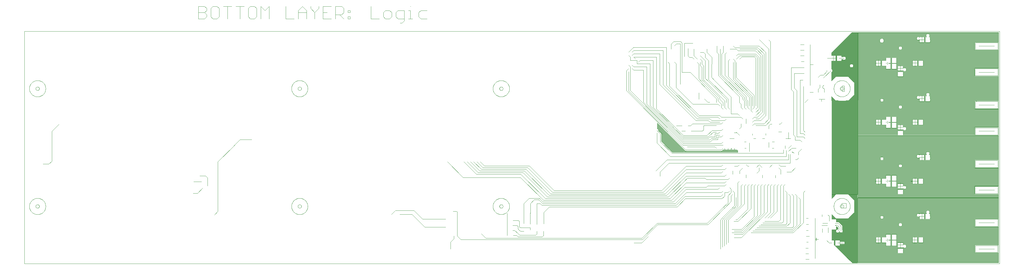
<source format=gbl>
*%FSLAX23Y23*%
*%MOIN*%
G01*
D11*
X4162Y5737D02*
X15879D01*
Y8532D02*
X4162D01*
Y5737D01*
X15879D02*
Y8532D01*
D15*
X12095Y6656D02*
X11938Y6499D01*
X12564Y6278D02*
X12694Y6408D01*
X12654Y6392D02*
X12544Y6282D01*
X12615Y6751D02*
X12371Y6751D01*
Y6790D02*
X12576Y6790D01*
X12851Y6392D02*
X12725Y6266D01*
X12099Y6546D02*
X11993Y6440D01*
X12529Y7026D02*
X13316Y7026D01*
X13861Y6576D02*
X14147Y6572D01*
X12004Y7192D02*
X11886Y7310D01*
X11804Y7203D02*
X11942Y7066D01*
X11918Y7030D02*
X11761Y7188D01*
X9434Y6774D02*
X9245Y6963D01*
X10127Y6814D02*
X10422Y6518D01*
X10446Y6538D02*
X10151Y6833D01*
X12162Y8038D02*
X12269Y7932D01*
X12194Y7656D02*
X11993Y7857D01*
X11914Y7873D02*
X12269Y7518D01*
X12261Y7499D02*
X11875Y7884D01*
X11836Y7888D02*
X12245Y7479D01*
X12229Y7459D02*
X11796Y7892D01*
X11757Y7601D02*
X11969Y7388D01*
X11958Y7381D02*
X11717Y7621D01*
X11969Y7388D02*
X12072Y7286D01*
X12076Y7262D02*
X11954Y7384D01*
X12048Y7270D02*
X11678Y7640D01*
X11639Y7660D02*
X12056Y7243D01*
X11950Y7329D02*
X11599Y7680D01*
X11950Y7329D02*
X12076Y7203D01*
Y7184D02*
X11442Y7818D01*
X11422Y7814D02*
X12072Y7164D01*
X12107Y7105D02*
X11395Y7818D01*
X12265Y7936D02*
X12367Y7833D01*
X9592Y6814D02*
X9442Y6963D01*
X9481D02*
X9611Y6833D01*
X9631Y6853D02*
X9521Y6963D01*
X12993Y8432D02*
X13099Y8325D01*
X10399Y6499D02*
X10123Y6774D01*
X10170Y6853D02*
X10466Y6558D01*
X10485Y6577D02*
X10190Y6873D01*
X10210Y6892D02*
X10505Y6597D01*
X10525Y6617D02*
X10229Y6912D01*
X12383Y7951D02*
X12615Y7719D01*
X12517Y7735D02*
X12324Y7928D01*
X12383D02*
X12595Y7715D01*
X12654Y7743D02*
X12450Y7947D01*
X12363Y7837D02*
X12477Y7723D01*
X12678Y7955D02*
X12891Y7743D01*
X12910Y7751D02*
X12698Y7963D01*
X12717Y7975D02*
X12930Y7762D01*
X12871Y7739D02*
X12619Y7991D01*
X12580Y8003D02*
X12832Y7751D01*
X12812Y7739D02*
X12540Y8010D01*
X12521Y8007D02*
X12792Y7735D01*
X12753Y7747D02*
X12501Y7999D01*
X12304Y7924D02*
X12497Y7731D01*
X12576Y7696D02*
X12343Y7928D01*
X11906Y6947D02*
X11800Y6841D01*
X11749Y6853D02*
X11883Y6987D01*
X11769Y6207D02*
X11588Y6026D01*
X11899Y6538D02*
X12111Y6751D01*
Y6908D02*
X11820Y6617D01*
X11765Y6223D02*
X11584Y6042D01*
X12367Y6223D02*
X12536Y6392D01*
X12576Y6408D02*
X12375Y6207D01*
X13418Y6129D02*
X13521Y6231D01*
X12115Y6593D02*
X11981Y6459D01*
X11958Y6479D02*
X12111Y6633D01*
Y6711D02*
X11918Y6518D01*
X11879Y6558D02*
X12111Y6790D01*
Y6829D02*
X11859Y6577D01*
X11840Y6597D02*
X12111Y6869D01*
X12584Y6274D02*
X12733Y6424D01*
X12891Y6400D02*
X12737Y6247D01*
X12670Y6314D02*
X12812Y6455D01*
X12773Y6440D02*
X12662Y6329D01*
X12780Y6148D02*
X12930Y6298D01*
X12969Y6314D02*
X12784Y6129D01*
X12788Y6109D02*
X13009Y6329D01*
X13088Y6361D02*
X12777Y6050D01*
X12792Y6089D02*
X13048Y6345D01*
X13860Y8276D02*
X14103Y8519D01*
X14174Y5750D02*
X15866D01*
Y5865D02*
X15865D01*
X15579D01*
X14719Y5863D02*
X14653D01*
X14719Y5877D02*
X15579D01*
X14653D02*
X14174D01*
X14719Y5872D02*
X15579D01*
X14653D02*
X14174D01*
X14719Y5867D02*
X15579D01*
X14653D02*
X14174D01*
X15579Y5862D02*
X15865D01*
X15579D02*
X14719D01*
X14653D01*
X14174D01*
X15579Y5857D02*
X15865D01*
X15579D02*
X14719D01*
X14653D01*
X14174D01*
Y5852D02*
X15866D01*
Y5847D02*
X14174D01*
Y5842D02*
X15866D01*
Y5837D02*
X14174D01*
Y5832D02*
X15866D01*
Y5827D02*
X14174D01*
Y5822D02*
X15866D01*
Y5817D02*
X14174D01*
Y5812D02*
X15866D01*
Y5807D02*
X14174D01*
Y5802D02*
X15866D01*
Y5797D02*
X14174D01*
Y5792D02*
X15866D01*
Y5787D02*
X14174D01*
Y5782D02*
X15866D01*
Y5777D02*
X14174D01*
Y5772D02*
X15866D01*
Y5767D02*
X14174D01*
Y5762D02*
X15866D01*
Y5757D02*
X14174D01*
Y5752D02*
X15866D01*
X14170Y5750D02*
X14105D01*
X14170Y5877D02*
X13977D01*
X13982Y5872D02*
X14170D01*
Y5867D02*
X13987D01*
X13992Y5862D02*
X14170D01*
Y5857D02*
X13997D01*
X14002Y5852D02*
X14170D01*
Y5847D02*
X14007D01*
X14012Y5842D02*
X14170D01*
Y5837D02*
X14017D01*
X14022Y5832D02*
X14170D01*
Y5827D02*
X14027D01*
X14032Y5822D02*
X14170D01*
Y5817D02*
X14037D01*
X14042Y5812D02*
X14170D01*
Y5807D02*
X14047D01*
X14053Y5802D02*
X14170D01*
Y5797D02*
X14058D01*
X14063Y5792D02*
X14170D01*
Y5787D02*
X14068D01*
X14073Y5782D02*
X14170D01*
Y5777D02*
X14078D01*
X14083Y5772D02*
X14170D01*
Y5767D02*
X14088D01*
X14093Y5762D02*
X14170D01*
Y5757D02*
X14098D01*
X14103Y5752D02*
X14170D01*
Y5747D02*
X14108D01*
X14719Y5892D02*
X15579D01*
X14653D02*
X14174D01*
X14719Y5887D02*
X15579D01*
X14653D02*
X14174D01*
X14719Y5882D02*
X15579D01*
X14653D02*
X14174D01*
X14170Y5892D02*
X13962D01*
X13967Y5887D02*
X14170D01*
Y5882D02*
X13972D01*
X9415Y6026D02*
X9405D01*
X9410D02*
X9698D01*
X10092Y6060D02*
X10383D01*
X12690Y6050D02*
X12777D01*
X11584Y6042D02*
X9706D01*
X9698Y6026D02*
X11588D01*
X9698D02*
X9694D01*
X11485Y5987D02*
X11568D01*
X11580D01*
X14726Y5965D02*
X14746D01*
Y5927D02*
X14726D01*
X15865Y5962D02*
X15866D01*
X15865D02*
X15579D01*
X14569Y6023D02*
X14546D01*
X14582D02*
X14639D01*
X14719Y5933D02*
X14721D01*
X14719D02*
X14717D01*
X14653D01*
Y5990D02*
X14719D01*
Y5920D02*
X14653D01*
X14449Y5988D02*
X14392D01*
Y6055D02*
X14449D01*
X14462Y5988D02*
X14512D01*
Y6055D02*
X14462D01*
X14512Y5953D02*
X14569D01*
Y6020D02*
X14546D01*
X14582Y5953D02*
X14639D01*
Y6020D02*
X14582D01*
X14832Y5988D02*
X14889D01*
Y6055D02*
X14832D01*
X14902Y5988D02*
X14959D01*
Y6055D02*
X14902D01*
X14639Y6072D02*
X15866D01*
X14582D02*
X14569D01*
X14512D02*
X14174D01*
X14639Y6067D02*
X15866D01*
X14582D02*
X14569D01*
X14512D02*
X14174D01*
X14959Y6062D02*
X15866D01*
X14959D02*
X14902D01*
X14889D01*
X14832D01*
X14639D01*
X14582D02*
X14569D01*
X14512D02*
X14462D01*
X14449D01*
X14392D01*
X14174D01*
X14959Y6057D02*
X15866D01*
X14959D02*
X14902D01*
X14889D01*
X14832D01*
X14639D01*
X14582D02*
X14569D01*
X14512D02*
X14462D01*
X14449D01*
X14392D01*
X14174D01*
X14959Y6052D02*
X15866D01*
X14902D02*
X14889D01*
X14832D02*
X14639D01*
X14582D02*
X14569D01*
X14462D02*
X14449D01*
X14392D02*
X14174D01*
X14959Y6047D02*
X15866D01*
X14902D02*
X14889D01*
X14832D02*
X14639D01*
X14582D02*
X14569D01*
X14462D02*
X14449D01*
X14392D02*
X14174D01*
X14959Y6042D02*
X15866D01*
X14902D02*
X14889D01*
X14832D02*
X14639D01*
X14582D02*
X14569D01*
X14462D02*
X14449D01*
X14392D02*
X14174D01*
X14959Y6037D02*
X15866D01*
X14902D02*
X14889D01*
X14832D02*
X14639D01*
X14582D02*
X14569D01*
X14462D02*
X14449D01*
X14392D02*
X14174D01*
X14959Y6032D02*
X15866D01*
X14902D02*
X14889D01*
X14832D02*
X14639D01*
X14582D02*
X14569D01*
X14462D02*
X14449D01*
X14392D02*
X14174D01*
X14959Y6027D02*
X15866D01*
X14902D02*
X14889D01*
X14832D02*
X14639D01*
X14582D02*
X14569D01*
X14462D02*
X14449D01*
X14392D02*
X14174D01*
X14959Y6022D02*
X15866D01*
X14902D02*
X14889D01*
X14832D02*
X14639D01*
X14582D01*
X14569D01*
X14546D01*
X14462D02*
X14449D01*
X14392D02*
X14174D01*
X14959Y6017D02*
X15866D01*
X14902D02*
X14889D01*
X14832D02*
X14639D01*
X14582D02*
X14569D01*
X14462D02*
X14449D01*
X14392D02*
X14174D01*
X14959Y6012D02*
X15866D01*
X14902D02*
X14889D01*
X14832D02*
X14639D01*
X14582D02*
X14569D01*
X14462D02*
X14449D01*
X14392D02*
X14174D01*
X14959Y6007D02*
X15866D01*
X14902D02*
X14889D01*
X14832D02*
X14639D01*
X14582D02*
X14569D01*
X14462D02*
X14449D01*
X14392D02*
X14174D01*
X14959Y6002D02*
X15866D01*
X14902D02*
X14889D01*
X14832D02*
X14639D01*
X14582D02*
X14569D01*
X14462D02*
X14449D01*
X14392D02*
X14174D01*
X14959Y5997D02*
X15866D01*
X14902D02*
X14889D01*
X14832D02*
X14719D01*
X14653D01*
X14639D01*
X14582D02*
X14569D01*
X14462D02*
X14449D01*
X14392D02*
X14174D01*
X14959Y5992D02*
X15866D01*
X14902D02*
X14889D01*
X14832D02*
X14719D01*
X14653D01*
X14639D01*
X14582D02*
X14569D01*
X14462D02*
X14449D01*
X14392D02*
X14174D01*
X14959Y5987D02*
X15866D01*
X14959D02*
X14902D01*
X14889D01*
X14832D01*
X14719D01*
X14653D02*
X14639D01*
X14582D02*
X14569D01*
X14512D02*
X14462D01*
X14449D01*
X14392D01*
X14174D01*
X14959Y5982D02*
X15866D01*
X14959D02*
X14902D01*
X14889D01*
X14832D01*
X14719D01*
X14653D02*
X14639D01*
X14582D02*
X14569D01*
X14512D02*
X14462D01*
X14449D01*
X14392D01*
X14174D01*
X14719Y5977D02*
X15866D01*
X14653D02*
X14639D01*
X14582D02*
X14569D01*
X14512D02*
X14174D01*
X14719Y5972D02*
X15866D01*
X14653D02*
X14639D01*
X14582D02*
X14569D01*
X14512D02*
X14174D01*
X15579Y5967D02*
X15865D01*
X15579D02*
X14719D01*
X14653D02*
X14639D01*
X14582D02*
X14569D01*
X14512D02*
X14174D01*
X15579Y5962D02*
X15865D01*
X15579D02*
X14755D01*
X14749D01*
X14653D02*
X14639D01*
X14582D02*
X14569D01*
X14512D02*
X14174D01*
X14755Y5957D02*
X15579D01*
X14653D02*
X14639D01*
X14582D02*
X14569D01*
X14512D02*
X14174D01*
X14755Y5952D02*
X15579D01*
X14653D02*
X14639D01*
X14582D01*
X14569D01*
X14512D01*
X14174D01*
X14755Y5947D02*
X15579D01*
X14653D02*
X14639D01*
X14582D01*
X14569D01*
X14512D01*
X14174D01*
X14755Y5942D02*
X15579D01*
X14653D02*
X14174D01*
X14755Y5937D02*
X15579D01*
X14653D02*
X14174D01*
X14755Y5932D02*
X15579D01*
X14717D02*
X14653D01*
X14174D01*
X14746Y5927D02*
X15579D01*
X14726D02*
X14719D01*
X14653D01*
X14174D01*
X14719Y5922D02*
X15579D01*
X14719D02*
X14653D01*
X14174D01*
X14719Y5917D02*
X15579D01*
X14653D02*
X14174D01*
X14719Y5912D02*
X15579D01*
X14653D02*
X14174D01*
X14719Y5907D02*
X15579D01*
X14653D02*
X14174D01*
X14719Y5902D02*
X15579D01*
X14653D02*
X14174D01*
X14719Y5897D02*
X15579D01*
X14653D02*
X14174D01*
X14831Y6022D02*
X14894D01*
X14451D02*
X14392D01*
X14652Y5962D02*
X14719D01*
X14017Y6002D02*
X13960D01*
Y5972D02*
X14017D01*
X13960Y5954D02*
X13904D01*
Y6020D02*
X13960D01*
X13890D02*
X13861D01*
Y6072D02*
X14170D01*
Y6067D02*
X13861D01*
Y6062D02*
X14170D01*
Y6057D02*
X13861D01*
Y6052D02*
X14170D01*
Y6047D02*
X13861D01*
Y6042D02*
X14170D01*
Y6037D02*
X13861D01*
Y6032D02*
X14170D01*
Y6027D02*
X13960D01*
X13904D01*
X13890D01*
X13861D01*
X13960Y6022D02*
X14170D01*
X13960D02*
X13904D01*
X13890D01*
X13861D01*
X13960Y6017D02*
X14170D01*
X13904D02*
X13890D01*
X13960Y6012D02*
X14170D01*
X13904D02*
X13890D01*
X14017Y6007D02*
X14170D01*
X14017D02*
X13960D01*
X13904D02*
X13890D01*
X14017Y6002D02*
X14170D01*
X14017D02*
X13960D01*
X13904D02*
X13890D01*
X14017Y5997D02*
X14170D01*
X13904D02*
X13890D01*
X14017Y5992D02*
X14170D01*
X13904D02*
X13890D01*
X14017Y5987D02*
X14170D01*
X13904D02*
X13890D01*
X14017Y5982D02*
X14170D01*
X13904D02*
X13890D01*
X14017Y5977D02*
X14170D01*
X13904D02*
X13890D01*
X14017Y5972D02*
X14170D01*
X14017D02*
X13960D01*
X13904D02*
X13890D01*
X14017Y5967D02*
X14170D01*
X14017D02*
X13960D01*
X13904D02*
X13890D01*
X13960Y5962D02*
X14170D01*
X13904D02*
X13891D01*
X13960Y5957D02*
X14170D01*
X13904D02*
X13896D01*
X13960Y5952D02*
X14170D01*
X13960D02*
X13904D01*
X13960Y5947D02*
X14170D01*
X13960D02*
X13906D01*
X13911Y5942D02*
X14170D01*
Y5937D02*
X13916D01*
X13921Y5932D02*
X14170D01*
Y5927D02*
X13927D01*
X13932Y5922D02*
X14170D01*
Y5917D02*
X13937D01*
X13942Y5912D02*
X14170D01*
Y5907D02*
X13947D01*
X13952Y5902D02*
X14170D01*
Y5897D02*
X13957D01*
X10076Y6075D02*
X10035D01*
X10111Y6080D02*
X10306D01*
X14639Y6087D02*
X15866D01*
X14582D02*
X14569D01*
X14512D02*
X14174D01*
X14639Y6082D02*
X15866D01*
X14582D02*
X14569D01*
X14512D02*
X14174D01*
X14639Y6077D02*
X15866D01*
X14582D02*
X14569D01*
X14512D02*
X14174D01*
X14170Y6087D02*
X13861D01*
Y6082D02*
X14170D01*
Y6077D02*
X13861D01*
X13901Y6197D02*
X13917D01*
X13810D02*
X13741D01*
X10054Y6137D02*
X10030D01*
Y6196D02*
X10080D01*
X10121Y6125D02*
X10164D01*
X10096Y6257D02*
X10033D01*
X10121Y6168D02*
X10239D01*
X13056Y6247D02*
X13225D01*
X12737D02*
X12686D01*
X12710Y6266D02*
X12725D01*
X13009Y6207D02*
X13308D01*
X13324Y6188D02*
X12985D01*
X12962Y6168D02*
X13387D01*
X13391Y6148D02*
X12938D01*
X12914Y6129D02*
X13395D01*
X13399Y6109D02*
X12891D01*
X11777Y6207D02*
X11769D01*
X13032Y6227D02*
X13265D01*
X12784Y6129D02*
X12690D01*
Y6089D02*
X12792D01*
X12780Y6148D02*
X12662D01*
Y6109D02*
X12788D01*
X12367Y6223D02*
X11765D01*
X11777Y6207D02*
X12375D01*
X14676Y6225D02*
X14696D01*
Y6187D02*
X14676D01*
X15865Y6180D02*
X15866D01*
X15865D02*
X15579D01*
X14569Y6090D02*
X14512D01*
X14582D02*
X14639D01*
X15044Y6267D02*
X15579D01*
X15044D02*
X14987D01*
X14974D01*
X14917D01*
X14174D01*
Y6262D02*
X15579D01*
Y6257D02*
X14174D01*
Y6252D02*
X15579D01*
Y6247D02*
X14174D01*
Y6242D02*
X15579D01*
Y6237D02*
X14174D01*
Y6232D02*
X15579D01*
Y6227D02*
X14174D01*
X14705Y6222D02*
X15579D01*
X14705D02*
X14699D01*
X14673D02*
X14667D01*
X14174D01*
X14705Y6217D02*
X15579D01*
X14667D02*
X14174D01*
X14705Y6212D02*
X15579D01*
X14667D02*
X14174D01*
X14705Y6207D02*
X15579D01*
X14667D02*
X14174D01*
X14705Y6202D02*
X15579D01*
X14667D02*
X14174D01*
X14705Y6197D02*
X15579D01*
X14667D02*
X14174D01*
X14705Y6192D02*
X15579D01*
X14667D02*
X14174D01*
X14696Y6187D02*
X15579D01*
X14676D02*
X14174D01*
Y6182D02*
X15579D01*
Y6177D02*
X15865D01*
X15579D02*
X14174D01*
X15579Y6172D02*
X15865D01*
X15579D02*
X14174D01*
Y6167D02*
X15866D01*
Y6162D02*
X14174D01*
Y6157D02*
X15866D01*
Y6152D02*
X14174D01*
Y6147D02*
X15866D01*
Y6142D02*
X14174D01*
Y6137D02*
X15866D01*
Y6132D02*
X14174D01*
Y6127D02*
X15866D01*
Y6122D02*
X14174D01*
Y6117D02*
X15866D01*
Y6112D02*
X14174D01*
Y6107D02*
X15866D01*
Y6102D02*
X14174D01*
X14639Y6097D02*
X15866D01*
X14639D02*
X14582D01*
X14569D01*
X14512D01*
X14174D01*
X14639Y6092D02*
X15866D01*
X14639D02*
X14582D01*
X14569D01*
X14512D01*
X14174D01*
X13953Y6238D02*
X13944D01*
X13932D01*
X13916D01*
Y6183D02*
X13923D01*
X13980Y6202D02*
X13989D01*
Y6118D02*
X13989D01*
X13931Y6149D02*
X13923D01*
Y6111D02*
X13943D01*
X13963Y6112D02*
X13983D01*
X13916Y6146D02*
X13914D01*
X13861D01*
X13916Y6267D02*
X14170D01*
Y6262D02*
X13916D01*
Y6257D02*
X14170D01*
Y6252D02*
X13916D01*
Y6247D02*
X14170D01*
Y6242D02*
X13953D01*
X13940D01*
X13936D02*
X13916D01*
X13953Y6237D02*
X14170D01*
X13953D02*
X13945D01*
X13953Y6232D02*
X14170D01*
Y6227D02*
X13955D01*
X13960Y6222D02*
X14170D01*
Y6217D02*
X13965D01*
X13970Y6212D02*
X14170D01*
Y6207D02*
X13989D01*
X13975D01*
X13989Y6202D02*
X14170D01*
X13989D02*
X13980D01*
X13989Y6197D02*
X14170D01*
Y6192D02*
X13990D01*
X13995Y6187D02*
X14170D01*
Y6182D02*
X13990D01*
X13924D02*
X13916D01*
X13989Y6177D02*
X14170D01*
X13929D02*
X13916D01*
X13989Y6172D02*
X14170D01*
X13934D02*
X13916D01*
X13989Y6167D02*
X14170D01*
X13935D02*
X13916D01*
X13989Y6162D02*
X14170D01*
X13935D02*
X13916D01*
X13989Y6157D02*
X14170D01*
X13935D02*
X13916D01*
X13989Y6152D02*
X14170D01*
X13934D02*
X13916D01*
X13992Y6147D02*
X14170D01*
Y6142D02*
X13992D01*
X13914D02*
X13861D01*
X13992Y6137D02*
X14170D01*
X13914D02*
X13861D01*
X13992Y6132D02*
X14170D01*
X13914D02*
X13861D01*
X13992Y6127D02*
X14170D01*
X13914D02*
X13861D01*
X13992Y6122D02*
X14170D01*
X13914D02*
X13861D01*
X13992Y6117D02*
X14170D01*
X13914D02*
X13861D01*
X13989Y6112D02*
X14170D01*
X13959D02*
X13952D01*
X13944D01*
X13922D02*
X13914D01*
X13861D01*
Y6107D02*
X14170D01*
Y6102D02*
X13861D01*
Y6097D02*
X14170D01*
Y6092D02*
X13861D01*
X14454Y6276D02*
X14474D01*
X15865Y6277D02*
X15866D01*
X15865D02*
X15579D01*
X14974Y6273D02*
X14917D01*
X14987D02*
X15044D01*
X15579Y6282D02*
X15865D01*
X15579D02*
X15045D01*
X14987D02*
X14974D01*
X14917D02*
X14483D01*
X14445D02*
X14174D01*
X15579Y6277D02*
X15865D01*
X15579D02*
X15044D01*
X14987D02*
X14974D01*
X14917D02*
X14483D01*
X14475D01*
X14453D02*
X14445D01*
X14174D01*
X15044Y6272D02*
X15579D01*
X15044D02*
X14987D01*
X14974D01*
X14917D01*
X14174D01*
X14058Y6280D02*
X13916D01*
X13912D01*
X13916Y6272D02*
X13861D01*
X14060Y6282D02*
X14170D01*
X13910D02*
X13861D01*
X13916Y6277D02*
X14170D01*
X13916D02*
X13861D01*
X13916Y6272D02*
X14170D01*
X9354Y6366D02*
X9347D01*
X9353D02*
X9311D01*
X10322Y6458D02*
X10359D01*
X10378Y6440D02*
X10392D01*
X10422D01*
X10406Y6459D02*
X10389D01*
X11808Y6459D02*
X11981D01*
X11816D02*
X10513D01*
X10525D02*
X10406D01*
X10414Y6440D02*
X11993D01*
X12005Y6420D02*
X10469D01*
X14454Y6314D02*
X14474D01*
X14891Y6340D02*
X14911D01*
Y6302D02*
X14891D01*
X15006Y6375D02*
X15026D01*
X14974Y6340D02*
X14920D01*
X14917D01*
X15035D02*
X15044D01*
X15035D02*
X15028D01*
X15004D02*
X14997D01*
X14987D01*
X14174Y6462D02*
X15866D01*
Y6457D02*
X14174D01*
Y6452D02*
X15866D01*
Y6447D02*
X14174D01*
Y6442D02*
X15866D01*
Y6437D02*
X14174D01*
Y6432D02*
X15866D01*
Y6427D02*
X14174D01*
Y6422D02*
X15866D01*
Y6417D02*
X14174D01*
Y6412D02*
X15866D01*
Y6407D02*
X14174D01*
Y6402D02*
X15866D01*
Y6397D02*
X14174D01*
Y6392D02*
X15866D01*
Y6387D02*
X14174D01*
Y6382D02*
X15866D01*
Y6377D02*
X14174D01*
X15035Y6372D02*
X15866D01*
X15035D02*
X15029D01*
X15003D02*
X14997D01*
X14174D01*
X15035Y6367D02*
X15866D01*
X14997D02*
X14174D01*
X15035Y6362D02*
X15866D01*
X14997D02*
X14174D01*
X15035Y6357D02*
X15866D01*
X14997D02*
X14174D01*
X15035Y6352D02*
X15866D01*
X14997D02*
X14174D01*
X15044Y6347D02*
X15866D01*
X15044D02*
X15035D01*
X14997D02*
X14987D01*
X14974D01*
X14917D01*
X14174D01*
X15044Y6342D02*
X15866D01*
X15044D02*
X15035D01*
X14997D02*
X14987D01*
X14974D01*
X14917D01*
X14174D01*
X15044Y6337D02*
X15866D01*
X14987D02*
X14974D01*
X14888D02*
X14882D01*
X14174D01*
X15044Y6332D02*
X15866D01*
X14987D02*
X14974D01*
X14882D02*
X14174D01*
X15044Y6327D02*
X15866D01*
X14987D02*
X14974D01*
X14882D02*
X14174D01*
X15044Y6322D02*
X15866D01*
X14882D02*
X14174D01*
X15044Y6317D02*
X15866D01*
X14987D02*
X14974D01*
X14882D02*
X14174D01*
X15045Y6312D02*
X15866D01*
X14987D02*
X14974D01*
X14882D02*
X14483D01*
X14476D01*
X14452D02*
X14445D01*
X14174D01*
X15045Y6307D02*
X15866D01*
X14987D02*
X14974D01*
X14882D02*
X14483D01*
X14445D02*
X14174D01*
X15045Y6302D02*
X15866D01*
X14987D02*
X14974D01*
X14917D02*
X14911D01*
X14891D02*
X14483D01*
X14445D02*
X14174D01*
X15045Y6297D02*
X15866D01*
X14987D02*
X14974D01*
X14917D02*
X14483D01*
X14445D02*
X14174D01*
X15045Y6292D02*
X15866D01*
X14987D02*
X14974D01*
X14917D02*
X14483D01*
X14445D02*
X14174D01*
X15045Y6287D02*
X15866D01*
X14987D02*
X14974D01*
X14917D02*
X14483D01*
X14445D02*
X14174D01*
X14918Y6307D02*
X14975D01*
X14974Y6322D02*
X14987D01*
X14170Y6462D02*
X14131D01*
Y6457D02*
X14170D01*
Y6452D02*
X14131D01*
Y6447D02*
X14170D01*
Y6442D02*
X14131D01*
Y6437D02*
X14170D01*
Y6432D02*
X14131D01*
Y6427D02*
X14170D01*
Y6422D02*
X14131D01*
Y6417D02*
X14170D01*
Y6412D02*
X14131D01*
Y6407D02*
X14170D01*
Y6402D02*
X14131D01*
Y6397D02*
X14170D01*
Y6392D02*
X14131D01*
Y6387D02*
X14170D01*
Y6382D02*
X14131D01*
Y6377D02*
X14170D01*
Y6372D02*
X14131D01*
Y6367D02*
X14170D01*
Y6362D02*
X14131D01*
Y6357D02*
X14170D01*
Y6352D02*
X14131D01*
Y6347D02*
X14170D01*
Y6342D02*
X14120D01*
X14115Y6337D02*
X14170D01*
Y6332D02*
X14110D01*
X14105Y6327D02*
X14170D01*
Y6322D02*
X14100D01*
X13870D02*
X13861D01*
X14095Y6317D02*
X14170D01*
X13875D02*
X13861D01*
X14090Y6312D02*
X14170D01*
X13880D02*
X13861D01*
X14085Y6307D02*
X14170D01*
X13885D02*
X13861D01*
X14080Y6302D02*
X14170D01*
X13890D02*
X13861D01*
X14075Y6297D02*
X14170D01*
X13895D02*
X13861D01*
X14070Y6292D02*
X14170D01*
X13900D02*
X13861D01*
X14065Y6287D02*
X14170D01*
X13905D02*
X13861D01*
X10431Y6479D02*
X10394D01*
X11784Y6479D02*
X11958D01*
X11808D02*
X10426D01*
X14174Y6477D02*
X15866D01*
Y6472D02*
X14174D01*
Y6467D02*
X15866D01*
X14170Y6477D02*
X14131D01*
Y6472D02*
X14170D01*
Y6467D02*
X14131D01*
X14172Y6572D02*
X14058D01*
X14172Y6577D02*
X13861D01*
Y6582D02*
X14172D01*
Y6587D02*
X13861D01*
Y6592D02*
X14172D01*
Y6597D02*
X13861D01*
Y6602D02*
X14172D01*
Y6607D02*
X13861D01*
Y6612D02*
X14172D01*
Y6617D02*
X13861D01*
Y6622D02*
X14172D01*
Y6627D02*
X13861D01*
Y6632D02*
X14172D01*
Y6637D02*
X13861D01*
Y6642D02*
X14172D01*
Y6647D02*
X13861D01*
Y6652D02*
X14172D01*
Y6657D02*
X13861D01*
Y6662D02*
X14172D01*
X13908Y6568D02*
X13861D01*
X14062D02*
X14172D01*
X14176Y6532D02*
X15866D01*
Y6537D02*
X14176D01*
Y6542D02*
X15866D01*
Y6547D02*
X14176D01*
Y6552D02*
X15866D01*
Y6557D02*
X14176D01*
Y6562D02*
X15866D01*
X14653Y6567D02*
X14176D01*
X14653D02*
X14719D01*
X15579D01*
X15865D01*
X14653Y6572D02*
X14176D01*
X14719D02*
X15579D01*
X15865D01*
X14653Y6577D02*
X14176D01*
X14719D02*
X15579D01*
X14653Y6582D02*
X14176D01*
X14719D02*
X15579D01*
X14653Y6587D02*
X14176D01*
X14719D02*
X15579D01*
X14653Y6592D02*
X14176D01*
X14719D02*
X15579D01*
X14653Y6597D02*
X14176D01*
X14719D02*
X15579D01*
X14653Y6602D02*
X14176D01*
X14719D02*
X15579D01*
X14653Y6607D02*
X14176D01*
X14719D02*
X15579D01*
X14653Y6612D02*
X14176D01*
X14719D02*
X15579D01*
X14653Y6617D02*
X14176D01*
X14719D02*
X15579D01*
X14653Y6622D02*
X14176D01*
X14719D02*
X15579D01*
X14653Y6627D02*
X14176D01*
X14719D02*
X15579D01*
X14653Y6632D02*
X14176D01*
X14653D02*
X14719D01*
X15579D01*
X14653Y6637D02*
X14176D01*
X14653D02*
X14717D01*
X14747D02*
X14755D01*
X15579D01*
X14653Y6642D02*
X14176D01*
X14755D02*
X15579D01*
X14653Y6647D02*
X14176D01*
X14755D02*
X15579D01*
X14653Y6652D02*
X14176D01*
X14755D02*
X15579D01*
X14512Y6657D02*
X14176D01*
X14512D02*
X14569D01*
X14582D01*
X14639D01*
X14653D01*
X14755D02*
X15579D01*
X14512Y6662D02*
X14176D01*
X14569D02*
X14582D01*
X14639D02*
X14653D01*
X14755D02*
X15579D01*
X14639Y6662D02*
X14582D01*
X14569D02*
X14512D01*
X14653Y6629D02*
X14719D01*
Y6572D02*
X14653D01*
Y6642D02*
X14717D01*
X14719D01*
X14721D01*
X15579Y6574D02*
X15865D01*
X15866D01*
X14746Y6636D02*
X14726D01*
X14176Y6529D02*
X14174D01*
X14176D02*
X15866D01*
X10341Y6506D02*
X10287D01*
X10343Y6522D02*
X10350D01*
X10344D02*
X10226D01*
X12095Y6656D02*
X12355D01*
X12375Y6633D02*
X12111D01*
X12371D02*
X12497D01*
X11792Y6518D02*
X10422D01*
X10446Y6538D02*
X11784D01*
X11796Y6499D02*
X11938D01*
X11918Y6518D02*
X11777D01*
X11773Y6538D02*
X11899D01*
X11879Y6558D02*
X11773D01*
X11761Y6577D02*
X11859D01*
X11840Y6597D02*
X11757D01*
X11737Y6617D02*
X11820D01*
X11800Y6499D02*
X10399D01*
X10466Y6558D02*
X11777D01*
X11769Y6577D02*
X10485D01*
X10505Y6597D02*
X11761D01*
X11753Y6617D02*
X10525D01*
X12115Y6593D02*
X12379D01*
X12371D02*
X12536D01*
X12576Y6593D02*
X12615D01*
X12529Y6546D02*
X12099D01*
X12103Y6518D02*
X12544D01*
X14174Y6530D02*
X15866D01*
Y6527D02*
X14174D01*
Y6522D02*
X15866D01*
Y6517D02*
X14174D01*
Y6512D02*
X15866D01*
Y6507D02*
X14174D01*
Y6502D02*
X15866D01*
Y6497D02*
X14174D01*
Y6492D02*
X15866D01*
Y6487D02*
X14174D01*
Y6482D02*
X15866D01*
X14170Y6572D02*
X14058D01*
X14063Y6567D02*
X14170D01*
X13907D02*
X13861D01*
X14068Y6562D02*
X14170D01*
X13902D02*
X13861D01*
X14073Y6557D02*
X14170D01*
X13897D02*
X13861D01*
X14078Y6552D02*
X14170D01*
X13892D02*
X13861D01*
X14083Y6547D02*
X14170D01*
X13887D02*
X13861D01*
X14088Y6542D02*
X14170D01*
X13882D02*
X13861D01*
X14093Y6537D02*
X14170D01*
X13877D02*
X13861D01*
X14098Y6532D02*
X14170D01*
X13872D02*
X13861D01*
X14103Y6527D02*
X14170D01*
Y6522D02*
X14108D01*
X14113Y6517D02*
X14170D01*
Y6512D02*
X14118D01*
X14131Y6507D02*
X14170D01*
X14131D02*
X14123D01*
X14131Y6502D02*
X14170D01*
Y6497D02*
X14131D01*
Y6492D02*
X14170D01*
Y6487D02*
X14131D01*
Y6482D02*
X14170D01*
X14058Y6572D02*
X13912D01*
X13912Y6572D02*
X13861D01*
Y6667D02*
X14172D01*
Y6672D02*
X13861D01*
X14176Y6667D02*
X14512D01*
X14569D02*
X14582D01*
X14639D02*
X14653D01*
X14755D02*
X15579D01*
X14512Y6672D02*
X14176D01*
X14569D02*
X14582D01*
X14639D02*
X14653D01*
X14748D02*
X14755D01*
X15579D01*
X15865D01*
Y6671D02*
X15579D01*
X15865D02*
X15866D01*
X14746Y6674D02*
X14726D01*
X12576Y6672D02*
X12371D01*
X13861Y6677D02*
X14172D01*
Y6682D02*
X13861D01*
Y6687D02*
X14172D01*
Y6692D02*
X13861D01*
Y6697D02*
X14172D01*
Y6702D02*
X13861D01*
Y6707D02*
X14172D01*
Y6712D02*
X13861D01*
Y6717D02*
X14172D01*
Y6722D02*
X13861D01*
Y6727D02*
X14172D01*
Y6732D02*
X13861D01*
Y6737D02*
X14172D01*
Y6742D02*
X13861D01*
Y6747D02*
X14172D01*
Y6752D02*
X13861D01*
Y6757D02*
X14172D01*
Y6762D02*
X13861D01*
Y6767D02*
X14172D01*
Y6772D02*
X13861D01*
Y6777D02*
X14172D01*
Y6782D02*
X13861D01*
Y6787D02*
X14172D01*
Y6792D02*
X13861D01*
Y6797D02*
X14172D01*
Y6802D02*
X13861D01*
Y6807D02*
X14172D01*
Y6812D02*
X13861D01*
Y6817D02*
X14172D01*
Y6822D02*
X13861D01*
Y6827D02*
X14172D01*
Y6832D02*
X13861D01*
Y6837D02*
X14172D01*
Y6842D02*
X13861D01*
Y6847D02*
X14172D01*
Y6852D02*
X13861D01*
Y6857D02*
X14172D01*
X14176Y6677D02*
X14512D01*
X14569D02*
X14582D01*
X14639D02*
X14653D01*
X14719D02*
X15579D01*
X15865D01*
X14512Y6682D02*
X14176D01*
X14569D02*
X14582D01*
X14639D02*
X14653D01*
X14719D02*
X15866D01*
X14512Y6687D02*
X14176D01*
X14569D02*
X14582D01*
X14639D02*
X14653D01*
X14719D02*
X15866D01*
X14392Y6692D02*
X14176D01*
X14392D02*
X14449D01*
X14462D01*
X14512D01*
X14569D02*
X14582D01*
X14639D02*
X14653D01*
X14719D02*
X14832D01*
X14889D01*
X14902D01*
X14959D01*
X15866D01*
X14392Y6697D02*
X14176D01*
X14449D02*
X14462D01*
X14569D02*
X14582D01*
X14639D02*
X14653D01*
X14719D02*
X14832D01*
X14889D02*
X14902D01*
X14959D02*
X15866D01*
X14392Y6702D02*
X14176D01*
X14449D02*
X14462D01*
X14569D02*
X14582D01*
X14639D02*
X14653D01*
X14719D01*
X14832D01*
X14889D02*
X14902D01*
X14959D02*
X15866D01*
X14392Y6707D02*
X14176D01*
X14449D02*
X14462D01*
X14569D02*
X14582D01*
X14639D02*
X14653D01*
X14719D01*
X14832D01*
X14889D02*
X14902D01*
X14959D02*
X15866D01*
X14392Y6712D02*
X14176D01*
X14449D02*
X14462D01*
X14569D02*
X14582D01*
X14639D02*
X14832D01*
X14889D02*
X14902D01*
X14959D02*
X15866D01*
X14392Y6717D02*
X14176D01*
X14449D02*
X14462D01*
X14569D02*
X14582D01*
X14639D02*
X14832D01*
X14889D02*
X14902D01*
X14959D02*
X15866D01*
X14392Y6722D02*
X14176D01*
X14449D02*
X14462D01*
X14569D02*
X14582D01*
X14639D02*
X14832D01*
X14889D02*
X14902D01*
X14959D02*
X15866D01*
X14392Y6727D02*
X14176D01*
X14449D02*
X14462D01*
X14569D02*
X14582D01*
X14639D02*
X14832D01*
X14889D02*
X14902D01*
X14959D02*
X15866D01*
X14392Y6732D02*
X14176D01*
X14449D02*
X14462D01*
X14569D02*
X14582D01*
X14639D02*
X14832D01*
X14889D02*
X14902D01*
X14959D02*
X15866D01*
X14392Y6737D02*
X14176D01*
X14449D02*
X14462D01*
X14569D02*
X14582D01*
X14639D02*
X14832D01*
X14889D02*
X14902D01*
X14959D02*
X15866D01*
X14392Y6742D02*
X14176D01*
X14449D02*
X14462D01*
X14569D02*
X14582D01*
X14639D02*
X14832D01*
X14889D02*
X14902D01*
X14959D02*
X15866D01*
X14392Y6747D02*
X14176D01*
X14449D02*
X14462D01*
X14569D02*
X14582D01*
X14639D02*
X14832D01*
X14889D02*
X14902D01*
X14959D02*
X15866D01*
X14392Y6752D02*
X14176D01*
X14449D02*
X14462D01*
X14569D02*
X14582D01*
X14639D02*
X14832D01*
X14889D02*
X14902D01*
X14959D02*
X15866D01*
X14392Y6757D02*
X14176D01*
X14449D02*
X14462D01*
X14569D02*
X14582D01*
X14639D02*
X14832D01*
X14889D02*
X14902D01*
X14959D02*
X15866D01*
X14392Y6762D02*
X14176D01*
X14449D02*
X14462D01*
X14569D02*
X14582D01*
X14639D02*
X14832D01*
X14889D02*
X14902D01*
X14959D02*
X15866D01*
X14392Y6767D02*
X14176D01*
X14392D02*
X14449D01*
X14462D01*
X14512D01*
X14569D02*
X14582D01*
X14639D02*
X14832D01*
X14889D01*
X14902D01*
X14959D01*
X15866D01*
X14392Y6772D02*
X14176D01*
X14392D02*
X14449D01*
X14462D01*
X14512D01*
X14569D02*
X14582D01*
X14639D02*
X14832D01*
X14889D01*
X14902D01*
X14959D01*
X15866D01*
X14512Y6777D02*
X14176D01*
X14569D02*
X14582D01*
X14639D02*
X15866D01*
X14512Y6782D02*
X14176D01*
X14569D02*
X14582D01*
X14639D02*
X15866D01*
X14512Y6787D02*
X14176D01*
X14569D02*
X14582D01*
X14639D02*
X15866D01*
X14512Y6792D02*
X14176D01*
X14569D02*
X14582D01*
X14639D02*
X15866D01*
X14512Y6797D02*
X14176D01*
X14569D02*
X14582D01*
X14639D02*
X15866D01*
X14512Y6802D02*
X14176D01*
X14512D02*
X14569D01*
X14582D01*
X14639D01*
X15866D01*
X14512Y6807D02*
X14176D01*
X14512D02*
X14569D01*
X14582D01*
X14639D01*
X15866D01*
Y6812D02*
X14176D01*
Y6817D02*
X15866D01*
Y6822D02*
X14176D01*
Y6827D02*
X15866D01*
Y6832D02*
X14176D01*
Y6837D02*
X15866D01*
Y6842D02*
X14176D01*
Y6847D02*
X15866D01*
Y6852D02*
X14176D01*
Y6857D02*
X15866D01*
X14959Y6764D02*
X14902D01*
Y6697D02*
X14959D01*
X14889Y6764D02*
X14832D01*
Y6697D02*
X14889D01*
X14639Y6729D02*
X14582D01*
X14569D02*
X14546D01*
X14653Y6699D02*
X14719D01*
X14639Y6799D02*
X14582D01*
Y6732D02*
X14639D01*
X14569Y6799D02*
X14512D01*
X14546Y6732D02*
X14569D01*
X14512Y6764D02*
X14462D01*
Y6697D02*
X14512D01*
X14449Y6764D02*
X14392D01*
Y6697D02*
X14449D01*
X10025Y6833D02*
X9611D01*
X9631Y6853D02*
X10044D01*
X10009Y6833D02*
X10151D01*
X10170Y6853D02*
X10021D01*
X12111Y6829D02*
X12375D01*
X12371D02*
X12536D01*
X9985Y6774D02*
X9434D01*
X12127Y6766D02*
X12340D01*
X12115Y6751D02*
X12111D01*
X10005Y6814D02*
X9592D01*
X9946Y6774D02*
X10123D01*
X10127Y6814D02*
X9973D01*
X12355Y6751D02*
X12615D01*
X12379Y6711D02*
X12111D01*
Y6790D02*
X12379D01*
X12371Y6711D02*
X12576D01*
X13861Y6862D02*
X14172D01*
Y6867D02*
X13861D01*
X14176Y6862D02*
X15866D01*
Y6867D02*
X14176D01*
X12375Y6869D02*
X12111D01*
X12371D02*
X12576D01*
X13427Y6991D02*
X13445D01*
X13363Y6947D02*
X12363D01*
X13861Y6872D02*
X14172D01*
Y6877D02*
X13861D01*
Y6882D02*
X14172D01*
Y6887D02*
X13861D01*
Y6892D02*
X14172D01*
Y6897D02*
X13861D01*
Y6902D02*
X14172D01*
Y6907D02*
X13861D01*
Y6912D02*
X14172D01*
Y6917D02*
X13861D01*
Y6922D02*
X14172D01*
Y6927D02*
X13861D01*
Y6932D02*
X14172D01*
Y6937D02*
X13861D01*
Y6942D02*
X14172D01*
Y6947D02*
X13861D01*
Y6952D02*
X14172D01*
Y6957D02*
X13861D01*
Y6962D02*
X14172D01*
Y6967D02*
X13861D01*
Y6972D02*
X14172D01*
Y6977D02*
X13861D01*
Y6982D02*
X14172D01*
Y6987D02*
X13861D01*
Y6992D02*
X14172D01*
Y6997D02*
X13861D01*
Y7002D02*
X14172D01*
Y7007D02*
X13861D01*
Y7012D02*
X14172D01*
Y7017D02*
X13861D01*
Y7022D02*
X14172D01*
Y7027D02*
X13861D01*
Y7032D02*
X14172D01*
Y7037D02*
X13861D01*
Y7042D02*
X14172D01*
Y7047D02*
X13861D01*
Y7052D02*
X14172D01*
X14176Y6872D02*
X15866D01*
Y6877D02*
X14176D01*
Y6882D02*
X15579D01*
X15865D01*
X15579Y6887D02*
X14176D01*
X15579D02*
X15865D01*
X15579Y6892D02*
X14176D01*
Y6897D02*
X14667D01*
X14675D01*
X14697D02*
X14705D01*
X15579D01*
X14667Y6902D02*
X14176D01*
X14705D02*
X15579D01*
X14667Y6907D02*
X14176D01*
X14705D02*
X15579D01*
X14667Y6912D02*
X14176D01*
X14705D02*
X15579D01*
X14667Y6917D02*
X14176D01*
X14705D02*
X15579D01*
X14667Y6922D02*
X14176D01*
X14705D02*
X15579D01*
X14667Y6927D02*
X14176D01*
X14705D02*
X15579D01*
X14667Y6932D02*
X14176D01*
X14667D02*
X14674D01*
X14698D02*
X14705D01*
X15579D01*
Y6937D02*
X14176D01*
Y6942D02*
X15579D01*
Y6947D02*
X14176D01*
Y6952D02*
X15579D01*
Y6957D02*
X14176D01*
Y6962D02*
X15579D01*
Y6967D02*
X14176D01*
Y6972D02*
X15579D01*
X14917Y6977D02*
X14176D01*
X14917D02*
X14974D01*
X14987D01*
X15044D01*
X15579D01*
X14917Y6982D02*
X14176D01*
X14974D02*
X14987D01*
X15044D02*
X15579D01*
X14445Y6987D02*
X14176D01*
X14483D02*
X14917D01*
X14974D02*
X14987D01*
X15045D02*
X15579D01*
X15865D01*
X14445Y6992D02*
X14176D01*
X14483D02*
X14917D01*
X14974D02*
X14987D01*
X15045D02*
X15579D01*
X15865D01*
X14445Y6997D02*
X14176D01*
X14483D02*
X14917D01*
X14974D02*
X14987D01*
X15045D02*
X15866D01*
X14445Y7002D02*
X14176D01*
X14483D02*
X14917D01*
X14974D02*
X14987D01*
X15045D02*
X15866D01*
X14445Y7007D02*
X14176D01*
X14483D02*
X14917D01*
X14974D02*
X14987D01*
X15045D02*
X15866D01*
X14445Y7012D02*
X14176D01*
X14483D02*
X14882D01*
X14890D01*
X14974D02*
X14987D01*
X15045D02*
X15866D01*
X14445Y7017D02*
X14176D01*
X14483D02*
X14882D01*
X14974D02*
X14987D01*
X15045D02*
X15866D01*
X14882Y7022D02*
X14176D01*
X14974D02*
X14987D01*
X15045D02*
X15866D01*
X14882Y7027D02*
X14176D01*
X14974D02*
X14987D01*
X15044D02*
X15866D01*
X14882Y7032D02*
X14176D01*
X14974D02*
X14987D01*
X15044D02*
X15866D01*
X14882Y7037D02*
X14176D01*
X14974D02*
X14987D01*
X15044D02*
X15866D01*
X14882Y7042D02*
X14176D01*
X14974D02*
X14987D01*
X15044D02*
X15866D01*
X14882Y7047D02*
X14176D01*
X14882D02*
X14889D01*
X14974D02*
X14987D01*
X15044D02*
X15866D01*
X14917Y7052D02*
X14176D01*
X14917D02*
X14974D01*
X14987D01*
X14997D01*
X15035D02*
X15044D01*
X15866D01*
X14997Y7049D02*
X14987D01*
X14997D02*
X15004D01*
X15028D02*
X15035D01*
X15044D01*
Y6982D02*
X14987D01*
X14920Y7049D02*
X14917D01*
X14920D02*
X14974D01*
Y6982D02*
X14917D01*
X15579Y6986D02*
X15865D01*
X15866D01*
X15865Y6889D02*
X15579D01*
X15865D02*
X15866D01*
X14911Y7011D02*
X14891D01*
Y7049D02*
X14911D01*
X14696Y6896D02*
X14676D01*
Y6934D02*
X14696D01*
X14474Y6983D02*
X14454D01*
Y7021D02*
X14474D01*
X12115Y7026D02*
X11922D01*
X12111D02*
X12375D01*
X12363D02*
X12540D01*
X10064Y6873D02*
X9651D01*
X9670Y6892D02*
X10084D01*
X10103Y6912D02*
X9690D01*
X10064Y6873D02*
X10190D01*
X10210Y6892D02*
X10056D01*
X10099Y6912D02*
X10229D01*
X12371Y6908D02*
X12536D01*
X12371D02*
X12111D01*
Y6986D02*
X12375D01*
X12123D02*
X11883D01*
X12111Y6947D02*
X12371D01*
X12115D02*
X11906D01*
X12363Y6986D02*
X13342D01*
X13861Y7057D02*
X14172D01*
Y7062D02*
X13861D01*
Y7067D02*
X14172D01*
X14176Y7057D02*
X14917D01*
X14974D01*
X14987D01*
X14997D01*
X15035D02*
X15044D01*
X15866D01*
X14997Y7062D02*
X14176D01*
X15035D02*
X15866D01*
X14997Y7067D02*
X14176D01*
X15035D02*
X15866D01*
X11950Y7066D02*
X11942D01*
X11950D02*
X12099D01*
X12095D01*
X12111D02*
X12379D01*
X12363D02*
X13284D01*
X12111D02*
X12099D01*
X13310Y7242D02*
X13344D01*
Y7243D02*
X13368D01*
X13421Y7223D02*
X13467D01*
X13432Y7127D02*
X13401D01*
X13413D02*
X13383D01*
X13861Y7072D02*
X14172D01*
Y7077D02*
X13861D01*
Y7082D02*
X14172D01*
Y7087D02*
X13861D01*
Y7092D02*
X14172D01*
Y7097D02*
X13861D01*
Y7102D02*
X14172D01*
Y7107D02*
X13861D01*
Y7112D02*
X14172D01*
Y7117D02*
X13861D01*
Y7122D02*
X14172D01*
Y7127D02*
X13861D01*
Y7132D02*
X14172D01*
Y7137D02*
X13861D01*
Y7142D02*
X14172D01*
Y7147D02*
X13861D01*
Y7152D02*
X14172D01*
Y7157D02*
X13861D01*
Y7162D02*
X14172D01*
Y7167D02*
X13861D01*
Y7172D02*
X14172D01*
Y7177D02*
X13861D01*
Y7182D02*
X14172D01*
Y7187D02*
X13861D01*
Y7192D02*
X14172D01*
Y7197D02*
X13861D01*
Y7202D02*
X14172D01*
Y7207D02*
X13861D01*
Y7212D02*
X14172D01*
Y7217D02*
X13861D01*
Y7222D02*
X14172D01*
Y7227D02*
X13861D01*
Y7232D02*
X14172D01*
Y7237D02*
X13861D01*
Y7242D02*
X14172D01*
Y7247D02*
X13861D01*
X14176Y7072D02*
X14997D01*
X15035D02*
X15866D01*
X14997Y7077D02*
X14176D01*
X15035D02*
X15866D01*
X14997Y7082D02*
X14176D01*
X14997D02*
X15004D01*
X15028D02*
X15035D01*
X15866D01*
Y7087D02*
X14176D01*
Y7092D02*
X15866D01*
Y7097D02*
X14176D01*
Y7102D02*
X15866D01*
Y7107D02*
X14176D01*
Y7112D02*
X15866D01*
Y7117D02*
X14176D01*
Y7122D02*
X15866D01*
Y7127D02*
X14176D01*
Y7132D02*
X15866D01*
Y7137D02*
X14176D01*
Y7142D02*
X15866D01*
Y7147D02*
X14176D01*
Y7152D02*
X15866D01*
Y7157D02*
X14176D01*
Y7162D02*
X15866D01*
Y7167D02*
X14176D01*
Y7172D02*
X15866D01*
Y7177D02*
X14176D01*
Y7182D02*
X15866D01*
Y7187D02*
X14176D01*
Y7192D02*
X15866D01*
Y7197D02*
X14176D01*
Y7202D02*
X15866D01*
Y7207D02*
X14176D01*
Y7212D02*
X15866D01*
Y7217D02*
X14176D01*
Y7222D02*
X15866D01*
Y7227D02*
X14176D01*
Y7232D02*
X15866D01*
Y7237D02*
X14176D01*
Y7242D02*
X15866D01*
Y7247D02*
X14176D01*
X15006Y7084D02*
X15026D01*
X11979Y7217D02*
X11816D01*
Y7222D02*
X11974D01*
X11969Y7227D02*
X11816D01*
Y7232D02*
X11964D01*
X11959Y7237D02*
X11816D01*
Y7242D02*
X11954D01*
X11949Y7247D02*
X11816D01*
X12072Y7247D02*
X12076D01*
X12080Y7227D02*
X12399D01*
X12418Y7247D02*
X12422D01*
X12430D01*
Y7231D02*
X12493D01*
X12477Y7247D02*
X12430D01*
X12383D02*
X12261D01*
X13458Y7223D02*
X13481D01*
X12261Y7247D02*
X12076D01*
X12072Y7227D02*
X12080D01*
X12550Y7102D02*
X12734D01*
X11962Y7082D02*
X11942D01*
X11962D02*
X12084D01*
X12088D02*
X12099D01*
X12111D01*
X12123D01*
X12351D01*
X12391D01*
X12734D01*
X12095Y7087D02*
X11937D01*
X12095D02*
X12351D01*
X12383D01*
X12469D01*
X12509D01*
X12548D01*
X12734D01*
X12095Y7092D02*
X11932D01*
X12095D02*
X12104D01*
X12111D01*
X12351D01*
X12383D01*
X12469D01*
X12509D01*
X12533D01*
X12540D01*
X12548D01*
X12734D01*
X12095Y7097D02*
X11927D01*
X12548D02*
X12734D01*
X12094Y7102D02*
X11922D01*
X11917Y7107D02*
X12089D01*
X12567D02*
X12575D01*
X12576D02*
X12584D01*
X12607D02*
X12615D01*
X12616D02*
X12623D01*
X12646D02*
X12654D01*
X12655D02*
X12663D01*
X12685D02*
X12693D01*
X12694D02*
X12702D01*
X12084Y7112D02*
X11912D01*
X11907Y7117D02*
X12079D01*
X12074Y7122D02*
X11902D01*
X11897Y7127D02*
X12069D01*
X12064Y7132D02*
X11892D01*
X11887Y7137D02*
X12059D01*
X12054Y7142D02*
X11882D01*
X11877Y7147D02*
X12049D01*
X12044Y7152D02*
X11872D01*
X11867Y7157D02*
X12039D01*
X12034Y7162D02*
X11862D01*
X11857Y7167D02*
X12029D01*
X12024Y7172D02*
X11852D01*
X11847Y7177D02*
X12019D01*
X12014Y7182D02*
X11842D01*
X11837Y7187D02*
X12009D01*
X12004Y7192D02*
X11832D01*
X11827Y7197D02*
X11999D01*
X11994Y7202D02*
X11822D01*
X11817Y7207D02*
X11989D01*
X11984Y7212D02*
X11816D01*
X12704Y7105D02*
X12723D01*
X12684D02*
X12665D01*
X12644D02*
X12625D01*
X12605D02*
X12586D01*
X12566D02*
X12553D01*
X12088Y7077D02*
X12085D01*
X12348Y7093D02*
X12351D01*
X12383D02*
X12469D01*
X12351Y7077D02*
X12348D01*
X12391D02*
X12734D01*
X12469Y7093D02*
X12466D01*
X12509D02*
X12531D01*
X12541D01*
X12548D01*
X12099Y7077D02*
X12096D01*
X12123D02*
X12351D01*
X12095Y7093D02*
X12092D01*
X12095D02*
X12102D01*
X12112D01*
X12351D01*
X12084Y7077D02*
X12081D01*
X12084D02*
X11962D01*
X12575Y7125D02*
X12576D01*
X12615D02*
X12616D01*
X12654D02*
X12655D01*
X12693D02*
X12694D01*
X12229Y7203D02*
X12076D01*
Y7184D02*
X12099D01*
X12095Y7164D02*
X12072D01*
X12107Y7105D02*
X12371D01*
X12403Y7203D02*
X12221D01*
X12095Y7184D02*
X12387D01*
X12379Y7164D02*
X12088D01*
X12127Y7144D02*
X12458D01*
X12481Y7105D02*
X12536D01*
X12497D02*
X12363D01*
X12371Y7164D02*
X12556D01*
X12536Y7184D02*
X12383D01*
X12099Y7077D02*
X12088D01*
X12099D02*
X12111D01*
X12123D01*
X12351Y7093D02*
X12383D01*
X12469D02*
X12509D01*
X12391Y7077D02*
X12351D01*
X12088D02*
X12084D01*
X11962D02*
X11947D01*
X13861Y7252D02*
X14172D01*
Y7257D02*
X13861D01*
Y7262D02*
X14172D01*
X14176Y7252D02*
X15866D01*
Y7257D02*
X14176D01*
Y7262D02*
X15866D01*
X11944Y7252D02*
X11816D01*
Y7257D02*
X11939D01*
X11934Y7262D02*
X11816D01*
X12076Y7262D02*
X12273D01*
X12493D02*
X12536D01*
X12379D02*
X12269D01*
X12418D02*
X12458D01*
X12434D02*
X12406D01*
X12399D01*
X13442D02*
X13489D01*
X13481D02*
X13521D01*
X13259Y7322D02*
X13224D01*
X13861Y7267D02*
X14172D01*
Y7272D02*
X13861D01*
Y7277D02*
X14172D01*
Y7282D02*
X13861D01*
Y7287D02*
X14172D01*
Y7292D02*
X13861D01*
Y7297D02*
X14172D01*
Y7302D02*
X13861D01*
Y7307D02*
X14172D01*
Y7312D02*
X13861D01*
Y7317D02*
X14172D01*
Y7322D02*
X13861D01*
Y7327D02*
X14172D01*
Y7332D02*
X13861D01*
Y7337D02*
X14172D01*
Y7342D02*
X13861D01*
Y7347D02*
X14172D01*
Y7352D02*
X13861D01*
Y7357D02*
X14172D01*
Y7362D02*
X13861D01*
Y7367D02*
X14172D01*
Y7372D02*
X13861D01*
Y7377D02*
X14172D01*
Y7382D02*
X13861D01*
Y7387D02*
X14172D01*
Y7392D02*
X13861D01*
Y7397D02*
X14172D01*
Y7402D02*
X13861D01*
Y7407D02*
X14172D01*
Y7412D02*
X13861D01*
Y7417D02*
X14172D01*
Y7422D02*
X13861D01*
Y7427D02*
X14172D01*
Y7432D02*
X13861D01*
Y7437D02*
X14172D01*
Y7442D02*
X13861D01*
X14176Y7267D02*
X15866D01*
X14653Y7272D02*
X14176D01*
X14653D02*
X14719D01*
X15866D01*
X14653Y7277D02*
X14176D01*
X14653D02*
X14719D01*
X15866D01*
X14719Y7280D02*
X14653D01*
Y7281D02*
X14176D01*
X14719D02*
X15866D01*
X14653Y7287D02*
X14176D01*
X14719D02*
X15579D01*
X14653Y7292D02*
X14176D01*
X14719D02*
X15579D01*
X14653Y7297D02*
X14176D01*
X14719D02*
X15579D01*
X14653Y7302D02*
X14176D01*
X14719D02*
X15579D01*
X14653Y7307D02*
X14176D01*
X14719D02*
X15579D01*
X14653Y7312D02*
X14176D01*
X14719D02*
X15579D01*
X14653Y7317D02*
X14176D01*
X14719D02*
X15579D01*
X14653Y7322D02*
X14176D01*
X14719D02*
X15579D01*
X14653Y7327D02*
X14176D01*
X14719D02*
X15579D01*
X14653Y7332D02*
X14176D01*
X14719D02*
X15579D01*
X14653Y7337D02*
X14176D01*
X14653D02*
X14719D01*
X15579D01*
X14653Y7342D02*
X14176D01*
X14653D02*
X14719D01*
X15579D01*
X14653Y7347D02*
X14176D01*
X14653D02*
X14717D01*
X14749D02*
X14755D01*
X15579D01*
X14653Y7352D02*
X14176D01*
X14755D02*
X15579D01*
X14653Y7357D02*
X14176D01*
X14755D02*
X15579D01*
X14512Y7362D02*
X14176D01*
X14512D02*
X14569D01*
X14582D01*
X14639D01*
X14653D01*
X14755D02*
X15579D01*
X14512Y7367D02*
X14176D01*
X14512D02*
X14569D01*
X14582D01*
X14639D01*
X14653D01*
X14755D02*
X15579D01*
X14512Y7372D02*
X14176D01*
X14569D02*
X14582D01*
X14639D02*
X14653D01*
X14755D02*
X15579D01*
X14512Y7377D02*
X14176D01*
X14569D02*
X14582D01*
X14639D02*
X14653D01*
X14755D02*
X15579D01*
X14512Y7382D02*
X14176D01*
X14569D02*
X14582D01*
X14639D02*
X14653D01*
X14719D02*
X14726D01*
X14746D02*
X15579D01*
X15865D01*
X14512Y7387D02*
X14176D01*
X14569D02*
X14582D01*
X14639D02*
X14653D01*
X14719D02*
X15579D01*
X15865D01*
X14512Y7392D02*
X14176D01*
X14569D02*
X14582D01*
X14639D02*
X14653D01*
X14719D02*
X15866D01*
X14392Y7397D02*
X14176D01*
X14392D02*
X14449D01*
X14462D01*
X14512D01*
X14569D02*
X14582D01*
X14639D02*
X14653D01*
X14719D02*
X14832D01*
X14889D01*
X14902D01*
X14959D01*
X15866D01*
X14392Y7402D02*
X14176D01*
X14392D02*
X14449D01*
X14462D01*
X14512D01*
X14569D02*
X14582D01*
X14639D02*
X14653D01*
X14719D02*
X14832D01*
X14889D01*
X14902D01*
X14959D01*
X15866D01*
X14392Y7407D02*
X14176D01*
X14449D02*
X14462D01*
X14569D02*
X14582D01*
X14639D02*
X14653D01*
X14719D01*
X14832D01*
X14889D02*
X14902D01*
X14959D02*
X15866D01*
X14392Y7412D02*
X14176D01*
X14449D02*
X14462D01*
X14569D02*
X14582D01*
X14639D02*
X14653D01*
X14719D01*
X14832D01*
X14889D02*
X14902D01*
X14959D02*
X15866D01*
X14392Y7417D02*
X14176D01*
X14449D02*
X14462D01*
X14569D02*
X14582D01*
X14639D02*
X14832D01*
X14889D02*
X14902D01*
X14959D02*
X15866D01*
X14392Y7422D02*
X14176D01*
X14449D02*
X14462D01*
X14569D02*
X14582D01*
X14639D02*
X14832D01*
X14889D02*
X14902D01*
X14959D02*
X15866D01*
X14392Y7427D02*
X14176D01*
X14449D02*
X14462D01*
X14569D02*
X14582D01*
X14639D02*
X14832D01*
X14889D02*
X14902D01*
X14959D02*
X15866D01*
X14392Y7432D02*
X14176D01*
X14449D02*
X14462D01*
X14569D02*
X14582D01*
X14639D02*
X14832D01*
X14889D02*
X14902D01*
X14959D02*
X15866D01*
X14392Y7437D02*
X14176D01*
X14449D02*
X14462D01*
X14546D02*
X14569D01*
X14582D01*
X14639D01*
X14832D01*
X14889D02*
X14902D01*
X14959D02*
X15866D01*
X14392Y7442D02*
X14176D01*
X14449D02*
X14462D01*
X14569D02*
X14582D01*
X14639D02*
X14832D01*
X14889D02*
X14902D01*
X14959D02*
X15866D01*
X14889Y7405D02*
X14832D01*
X14902D02*
X14959D01*
X14569Y7437D02*
X14546D01*
X14569Y7370D02*
X14512D01*
X14582Y7437D02*
X14639D01*
Y7370D02*
X14582D01*
X14449Y7405D02*
X14392D01*
X14462D02*
X14512D01*
X14653Y7407D02*
X14719D01*
X14717Y7350D02*
X14653D01*
X14717D02*
X14719D01*
X14721D01*
X14719Y7337D02*
X14653D01*
X14569Y7440D02*
X14546D01*
X14582D02*
X14639D01*
X15579Y7380D02*
X15865D01*
X15866D01*
X14746Y7344D02*
X14726D01*
Y7382D02*
X14746D01*
X14177Y7286D02*
X14176D01*
X14177D02*
X14653D01*
X14719D02*
X15579D01*
X15865D02*
X15866D01*
X11784Y7412D02*
X11765D01*
Y7417D02*
X11779D01*
X11774Y7422D02*
X11765D01*
X12190Y7420D02*
X12296D01*
X12288D02*
X12351D01*
X12930D02*
X13009D01*
X12985D02*
X13048D01*
X12536D02*
X12340D01*
X12399Y7440D02*
X12517D01*
X11929Y7267D02*
X11816D01*
Y7272D02*
X11924D01*
X11919Y7277D02*
X11816D01*
Y7282D02*
X11914D01*
X11909Y7287D02*
X11816D01*
Y7292D02*
X11904D01*
X11899Y7297D02*
X11820D01*
X11817Y7302D02*
X11894D01*
X11889Y7307D02*
X11816D01*
Y7312D02*
X11807D01*
X11816D02*
X11884D01*
X11816Y7317D02*
X11802D01*
X11816D02*
X11879D01*
X11874Y7322D02*
X11797D01*
X11792Y7327D02*
X11869D01*
X11864Y7332D02*
X11787D01*
X11782Y7337D02*
X11859D01*
X11854Y7342D02*
X11780D01*
Y7347D02*
X11849D01*
X11844Y7352D02*
X11780D01*
Y7357D02*
X11774D01*
X11780D02*
X11839D01*
X11834Y7362D02*
X11765D01*
Y7367D02*
X11829D01*
X11824Y7372D02*
X11765D01*
Y7377D02*
X11819D01*
X11814Y7382D02*
X11765D01*
Y7387D02*
X11809D01*
X11804Y7392D02*
X11765D01*
Y7397D02*
X11799D01*
X11794Y7402D02*
X11765D01*
Y7407D02*
X11789D01*
X11770Y7360D02*
X11765D01*
X11809Y7310D02*
X11816D01*
X12174Y7333D02*
X12308D01*
X12166Y7396D02*
X12135D01*
X12080Y7278D02*
X12308D01*
X12103Y7333D02*
X12060D01*
X12064Y7396D02*
X11997D01*
X12328Y7400D02*
X12340D01*
X12363Y7278D02*
X12280D01*
X12462Y7341D02*
X12536D01*
X12517Y7282D02*
X12477D01*
X12950Y7400D02*
X13009D01*
X12981D02*
X13068D01*
X12477Y7400D02*
X12336D01*
X12438Y7321D02*
X12477D01*
X12493Y7341D02*
X12426D01*
X12458Y7302D02*
X12497D01*
X13481D02*
X13521D01*
X13861Y7447D02*
X14172D01*
Y7452D02*
X13861D01*
Y7457D02*
X14172D01*
X14176Y7447D02*
X14392D01*
X14449D02*
X14462D01*
X14569D02*
X14582D01*
X14639D02*
X14832D01*
X14889D02*
X14902D01*
X14959D02*
X15866D01*
X14392Y7452D02*
X14176D01*
X14449D02*
X14462D01*
X14569D02*
X14582D01*
X14639D02*
X14832D01*
X14889D02*
X14902D01*
X14959D02*
X15866D01*
X14392Y7457D02*
X14176D01*
X14449D02*
X14462D01*
X14569D02*
X14582D01*
X14639D02*
X14832D01*
X14889D02*
X14902D01*
X14959D02*
X15866D01*
X14172Y7462D02*
X13861D01*
Y7467D02*
X14172D01*
Y7472D02*
X13861D01*
Y7477D02*
X14172D01*
Y7482D02*
X13861D01*
Y7487D02*
X14172D01*
Y7492D02*
X13861D01*
Y7497D02*
X14172D01*
Y7502D02*
X13861D01*
Y7507D02*
X14172D01*
Y7512D02*
X13861D01*
Y7517D02*
X14172D01*
Y7522D02*
X13861D01*
Y7527D02*
X14172D01*
Y7532D02*
X13861D01*
Y7537D02*
X14172D01*
Y7542D02*
X13861D01*
Y7547D02*
X14172D01*
Y7552D02*
X13861D01*
Y7557D02*
X14172D01*
Y7562D02*
X13861D01*
Y7567D02*
X14172D01*
Y7572D02*
X13861D01*
Y7577D02*
X14172D01*
Y7582D02*
X13861D01*
Y7587D02*
X14172D01*
Y7592D02*
X13861D01*
Y7597D02*
X14172D01*
Y7602D02*
X13861D01*
Y7607D02*
X14172D01*
Y7612D02*
X13861D01*
Y7617D02*
X14172D01*
Y7622D02*
X13861D01*
Y7627D02*
X14172D01*
Y7632D02*
X13861D01*
Y7637D02*
X14172D01*
X14176Y7632D02*
X14667D01*
Y7622D02*
X14176D01*
Y7462D02*
X14392D01*
X14449D02*
X14462D01*
X14569D02*
X14582D01*
X14639D02*
X14832D01*
X14889D02*
X14902D01*
X14959D02*
X15866D01*
X14392Y7467D02*
X14176D01*
X14449D02*
X14462D01*
X14569D02*
X14582D01*
X14639D02*
X14832D01*
X14889D02*
X14902D01*
X14959D02*
X15866D01*
X14392Y7472D02*
X14176D01*
X14392D02*
X14449D01*
X14462D01*
X14512D01*
X14569D02*
X14582D01*
X14639D02*
X14832D01*
X14889D01*
X14902D01*
X14959D01*
X15866D01*
X14392Y7477D02*
X14176D01*
X14392D02*
X14449D01*
X14462D01*
X14512D01*
X14569D02*
X14582D01*
X14639D02*
X14832D01*
X14889D01*
X14902D01*
X14959D01*
X15866D01*
X14512Y7482D02*
X14176D01*
X14569D02*
X14582D01*
X14639D02*
X15866D01*
X14512Y7487D02*
X14176D01*
X14569D02*
X14582D01*
X14639D02*
X15866D01*
X14512Y7492D02*
X14176D01*
X14569D02*
X14582D01*
X14639D02*
X15866D01*
X14512Y7497D02*
X14176D01*
X14569D02*
X14582D01*
X14639D02*
X15866D01*
X14512Y7502D02*
X14176D01*
X14569D02*
X14582D01*
X14639D02*
X15866D01*
X14512Y7507D02*
X14176D01*
X14512D02*
X14569D01*
X14582D01*
X14639D01*
X15866D01*
X14512Y7512D02*
X14176D01*
X14512D02*
X14569D01*
X14582D01*
X14639D01*
X15866D01*
Y7517D02*
X14176D01*
Y7522D02*
X15866D01*
Y7527D02*
X14176D01*
Y7532D02*
X15866D01*
Y7537D02*
X14176D01*
Y7542D02*
X15866D01*
Y7547D02*
X14176D01*
Y7552D02*
X15866D01*
Y7557D02*
X14176D01*
Y7562D02*
X15866D01*
Y7567D02*
X14176D01*
Y7572D02*
X15866D01*
Y7577D02*
X14176D01*
Y7582D02*
X15866D01*
Y7587D02*
X14176D01*
Y7592D02*
X15579D01*
X15865D01*
X15579Y7597D02*
X14176D01*
X15579D02*
X15865D01*
X15579Y7602D02*
X14176D01*
Y7607D02*
X14667D01*
X14673D01*
X14699D02*
X14705D01*
X15579D01*
X14667Y7612D02*
X14176D01*
X14705D02*
X15579D01*
X14667Y7617D02*
X14176D01*
X14705D02*
X15579D01*
Y7622D02*
X14705D01*
X14667Y7627D02*
X14176D01*
X14705D02*
X15579D01*
Y7632D02*
X14705D01*
X14667Y7637D02*
X14176D01*
X14705D02*
X15579D01*
X14889Y7472D02*
X14832D01*
X14902D02*
X14959D01*
X14449D02*
X14392D01*
X14462D02*
X14512D01*
Y7507D02*
X14569D01*
X14582D02*
X14639D01*
X15579Y7598D02*
X15865D01*
X15866D01*
X14696Y7604D02*
X14676D01*
X12576Y7459D02*
X12418D01*
X12320Y7518D02*
X12269D01*
X12261Y7499D02*
X12320D01*
X12328Y7479D02*
X12245D01*
X12229Y7459D02*
X12280D01*
X12316D02*
X12355D01*
X12654Y7538D02*
X12733D01*
X12399Y7479D02*
X12316D01*
Y7499D02*
X12497D01*
X12517Y7518D02*
X12316D01*
X12930Y7459D02*
X13009D01*
X12969Y7499D02*
X12930D01*
X12950Y7479D02*
X12989D01*
X13009Y7459D02*
X12930D01*
X12379D02*
X12277D01*
X12536Y7499D02*
X12773D01*
X13861Y7642D02*
X14172D01*
Y7647D02*
X13861D01*
Y7652D02*
X14172D01*
X14176Y7642D02*
X14676D01*
X14696D02*
X15579D01*
Y7647D02*
X14176D01*
Y7652D02*
X15579D01*
X14696Y7642D02*
X14676D01*
X14172Y7657D02*
X13861D01*
Y7662D02*
X14172D01*
Y7667D02*
X13861D01*
Y7672D02*
X14172D01*
Y7677D02*
X13861D01*
Y7682D02*
X14172D01*
Y7687D02*
X13861D01*
Y7692D02*
X14172D01*
X13872Y7697D02*
X13861D01*
X13872D02*
X13912D01*
X14058D02*
X14172D01*
X13872Y7702D02*
X13861D01*
X13872D02*
X13907D01*
X14063D02*
X14172D01*
X14058Y7697D02*
X13912D01*
X13872Y7705D02*
X13861D01*
X13872Y7704D02*
X13905D01*
X14065D02*
X14172D01*
X14483Y7692D02*
X14917D01*
X14891Y7757D02*
X14176D01*
X14911D02*
X14917D01*
X14974D01*
X14987D01*
X15003D01*
X15029D02*
X15044D01*
X15866D01*
X14917Y7762D02*
X14176D01*
X14917D02*
X14974D01*
X14987D01*
X14997D01*
X15035D02*
X15044D01*
X15866D01*
X14997Y7767D02*
X14176D01*
X15035D02*
X15866D01*
X14997Y7772D02*
X14176D01*
X15035D02*
X15866D01*
X14997Y7777D02*
X14176D01*
X15035D02*
X15866D01*
X14997Y7782D02*
X14176D01*
X15035D02*
X15866D01*
X14997Y7787D02*
X14176D01*
X15035D02*
X15866D01*
X15006Y7792D02*
X14176D01*
X15026D02*
X15866D01*
Y7797D02*
X14176D01*
Y7802D02*
X15866D01*
Y7807D02*
X14176D01*
Y7812D02*
X15866D01*
Y7817D02*
X14176D01*
Y7822D02*
X15866D01*
Y7827D02*
X14176D01*
Y7832D02*
X15866D01*
X14920Y7757D02*
X14917D01*
X14920D02*
X14974D01*
X14987D02*
X14997D01*
X15004D01*
X15028D02*
X15035D01*
X15044D01*
X15026Y7792D02*
X15006D01*
X14911Y7757D02*
X14891D01*
X14177Y7753D02*
X14176D01*
X14177D02*
X14882D01*
X14887D01*
X14915D02*
X14917D01*
X14974D02*
X14987D01*
X15044D02*
X15866D01*
X15579Y7657D02*
X14176D01*
Y7662D02*
X15579D01*
Y7667D02*
X14176D01*
Y7672D02*
X15579D01*
Y7677D02*
X14176D01*
Y7682D02*
X14917D01*
X14974D01*
X14987D01*
X15044D01*
X15579D01*
X14445Y7687D02*
X14176D01*
X14445D02*
X14453D01*
X14475D02*
X14483D01*
X14917D01*
X14974D01*
X14987D01*
X15044D01*
X15579D01*
X14445Y7692D02*
X14176D01*
X14974D02*
X14987D01*
X15044D02*
X15579D01*
X14445Y7697D02*
X14176D01*
X14483D02*
X14917D01*
X14974D02*
X14987D01*
X15045D02*
X15579D01*
X15865D01*
X14445Y7702D02*
X14176D01*
X14483D02*
X14917D01*
X14974D02*
X14987D01*
X15045D02*
X15579D01*
X15865D01*
X14445Y7707D02*
X14176D01*
X14483D02*
X14917D01*
X14974D02*
X14987D01*
X15045D02*
X15866D01*
X14445Y7712D02*
X14176D01*
X14483D02*
X14917D01*
X14974D02*
X14987D01*
X15045D02*
X15866D01*
X14445Y7717D02*
X14176D01*
X14483D02*
X14917D01*
X14974D02*
X14987D01*
X15045D02*
X15866D01*
X14445Y7722D02*
X14176D01*
X14445D02*
X14452D01*
X14476D02*
X14483D01*
X14882D01*
X14888D01*
X14974D02*
X14987D01*
X15045D02*
X15866D01*
X14882Y7727D02*
X14176D01*
X14974D02*
X14987D01*
X15045D02*
X15866D01*
X14882Y7732D02*
X14176D01*
X14974D02*
X14987D01*
X15044D02*
X15866D01*
X14882Y7737D02*
X14176D01*
X14974D02*
X14987D01*
X15044D02*
X15866D01*
X14882Y7742D02*
X14176D01*
X14974D02*
X14987D01*
X15044D02*
X15866D01*
X14882Y7747D02*
X14176D01*
X14974D02*
X14987D01*
X15044D02*
X15866D01*
X14974Y7690D02*
X14917D01*
X14987D02*
X15044D01*
X15579Y7695D02*
X15865D01*
X15866D01*
X14911Y7719D02*
X14891D01*
X14474Y7686D02*
X14454D01*
Y7724D02*
X14474D01*
X14176Y7752D02*
X14882D01*
X14886D01*
X14916D02*
X14917D01*
X14974D02*
X14987D01*
X15044D02*
X15866D01*
X12249Y7656D02*
X12194D01*
X12237D02*
X12395D01*
X12383D02*
X12497D01*
X14068Y7707D02*
X14178D01*
X13902D02*
X13860D01*
X13859D01*
X14131Y7832D02*
X14178D01*
Y7827D02*
X14131D01*
Y7822D02*
X14178D01*
Y7817D02*
X14131D01*
Y7812D02*
X14178D01*
Y7807D02*
X14131D01*
Y7802D02*
X14178D01*
Y7797D02*
X14131D01*
Y7792D02*
X14178D01*
Y7787D02*
X14131D01*
Y7782D02*
X14178D01*
Y7777D02*
X14131D01*
Y7772D02*
X14178D01*
Y7767D02*
X14131D01*
Y7762D02*
X14178D01*
X14131D02*
X14123D01*
X14118Y7757D02*
X14178D01*
Y7752D02*
X14113D01*
X14108Y7747D02*
X14178D01*
Y7742D02*
X14103D01*
X13867D02*
X13860D01*
X14098Y7737D02*
X14178D01*
X13872D02*
X13860D01*
X14093Y7732D02*
X14178D01*
X13877D02*
X13860D01*
X14088Y7727D02*
X14178D01*
X13882D02*
X13860D01*
X14083Y7722D02*
X14178D01*
X13887D02*
X13860D01*
X14078Y7717D02*
X14178D01*
X13892D02*
X13860D01*
X14073Y7712D02*
X14178D01*
X13897D02*
X13860D01*
X14176Y7837D02*
X15866D01*
Y7842D02*
X14176D01*
Y7847D02*
X15866D01*
X14178D02*
X14131D01*
Y7842D02*
X14178D01*
Y7837D02*
X14131D01*
X14176Y7852D02*
X15866D01*
Y7857D02*
X14176D01*
Y7862D02*
X15866D01*
Y7867D02*
X14176D01*
Y7872D02*
X15866D01*
Y7877D02*
X14176D01*
Y7882D02*
X15866D01*
Y7887D02*
X14176D01*
Y7892D02*
X15866D01*
Y7897D02*
X14176D01*
Y7902D02*
X15866D01*
Y7907D02*
X14176D01*
Y7912D02*
X15866D01*
Y7917D02*
X14176D01*
Y7922D02*
X15866D01*
Y7927D02*
X14176D01*
Y7932D02*
X15866D01*
Y7937D02*
X14176D01*
Y7942D02*
X15866D01*
Y7947D02*
X14176D01*
Y7952D02*
X15866D01*
Y7957D02*
X14176D01*
Y7962D02*
X15866D01*
Y7967D02*
X14176D01*
Y7972D02*
X15866D01*
Y7977D02*
X14176D01*
Y7982D02*
X14653D01*
X14719D01*
X15866D01*
X14653Y7987D02*
X14176D01*
X14653D02*
X14719D01*
X15579D01*
X15865D01*
X14653Y7992D02*
X14176D01*
X14719D02*
X15579D01*
X15865D01*
X14653Y7997D02*
X14176D01*
X14719D02*
X15579D01*
X14653Y8002D02*
X14176D01*
X14719D02*
X15579D01*
X14653Y8007D02*
X14176D01*
X14719D02*
X15579D01*
X14653Y8012D02*
X14176D01*
X14719D02*
X15579D01*
X14653Y8017D02*
X14176D01*
X14719D02*
X15579D01*
X14653Y8022D02*
X14176D01*
X14719D02*
X15579D01*
X14653Y8027D02*
X14176D01*
X14719D02*
X15579D01*
X14653Y8032D02*
X14176D01*
X14719D02*
X15579D01*
X14719Y7990D02*
X14653D01*
X15579Y7992D02*
X15865D01*
X15866D01*
X14058Y7989D02*
X13912D01*
X13860Y8032D02*
X14178D01*
Y8027D02*
X13860D01*
Y8022D02*
X14178D01*
Y8017D02*
X13860D01*
Y8012D02*
X14178D01*
Y8007D02*
X13860D01*
Y8002D02*
X14178D01*
Y7997D02*
X13860D01*
Y7992D02*
X14178D01*
Y7987D02*
X14060D01*
X13910D02*
X13860D01*
X14065Y7982D02*
X14178D01*
X13905D02*
X13860D01*
X14070Y7977D02*
X14178D01*
X13900D02*
X13860D01*
X14075Y7972D02*
X14178D01*
X13895D02*
X13860D01*
X14080Y7967D02*
X14178D01*
X13890D02*
X13860D01*
X14085Y7962D02*
X14178D01*
X13885D02*
X13860D01*
X14090Y7957D02*
X14178D01*
X13880D02*
X13860D01*
X14095Y7952D02*
X14178D01*
X13875D02*
X13860D01*
X14100Y7947D02*
X14178D01*
X13870D02*
X13860D01*
X14105Y7942D02*
X14178D01*
Y7937D02*
X14110D01*
X14115Y7932D02*
X14178D01*
Y7927D02*
X14120D01*
X14131Y7922D02*
X14178D01*
Y7917D02*
X14131D01*
Y7912D02*
X14178D01*
Y7907D02*
X14131D01*
Y7902D02*
X14178D01*
Y7897D02*
X14131D01*
Y7892D02*
X14178D01*
Y7887D02*
X14131D01*
Y7882D02*
X14178D01*
Y7877D02*
X14131D01*
Y7872D02*
X14178D01*
Y7867D02*
X14131D01*
Y7862D02*
X14178D01*
Y7857D02*
X14131D01*
Y7852D02*
X14178D01*
X14176Y8037D02*
X14653D01*
X14719D02*
X15579D01*
X14653Y8042D02*
X14176D01*
X14719D02*
X15579D01*
X12162Y8038D02*
X12064D01*
X13860Y8042D02*
X13861D01*
X13861Y8042D02*
X14178D01*
Y8037D02*
X13860D01*
X14176Y8092D02*
X14512D01*
X14653Y8047D02*
X14176D01*
X14653D02*
X14719D01*
X15579D01*
X14653Y8052D02*
X14176D01*
X14653D02*
X14719D01*
X15579D01*
X14653Y8057D02*
X14176D01*
X14653D02*
X14717D01*
X14749D02*
X14755D01*
X15579D01*
X14653Y8062D02*
X14176D01*
X14755D02*
X15579D01*
X14653Y8067D02*
X14176D01*
X14755D02*
X15579D01*
X14512Y8072D02*
X14176D01*
X14512D02*
X14569D01*
X14582D01*
X14639D01*
X14653D01*
X14755D02*
X15579D01*
X14512Y8077D02*
X14176D01*
X14512D02*
X14569D01*
X14582D01*
X14639D01*
X14653D01*
X14755D02*
X15579D01*
X14512Y8082D02*
X14176D01*
X14569D02*
X14582D01*
X14639D02*
X14653D01*
X14755D02*
X15579D01*
X14512Y8087D02*
X14176D01*
X14569D02*
X14582D01*
X14639D02*
X14653D01*
X14755D02*
X15579D01*
X14582Y8092D02*
X14569D01*
X14639D02*
X14653D01*
X14719D02*
X14726D01*
X14746D02*
X15579D01*
X15865D01*
X14512Y8097D02*
X14176D01*
X14569D02*
X14582D01*
X14639D02*
X14653D01*
X14719D02*
X15579D01*
X15865D01*
X14512Y8102D02*
X14176D01*
X14569D02*
X14582D01*
X14639D02*
X14653D01*
X14719D02*
X15866D01*
X14392Y8107D02*
X14176D01*
X14392D02*
X14449D01*
X14462D01*
X14512D01*
X14569D02*
X14582D01*
X14639D02*
X14653D01*
X14719D02*
X14832D01*
X14889D01*
X14902D01*
X14959D01*
X15866D01*
X14392Y8112D02*
X14176D01*
X14392D02*
X14449D01*
X14462D01*
X14512D01*
X14569D02*
X14582D01*
X14639D02*
X14653D01*
X14719D02*
X14832D01*
X14889D01*
X14902D01*
X14959D01*
X15866D01*
X14392Y8117D02*
X14176D01*
X14449D02*
X14462D01*
X14569D02*
X14582D01*
X14639D02*
X14653D01*
X14719D01*
X14832D01*
X14889D02*
X14902D01*
X14959D02*
X15866D01*
X14392Y8122D02*
X14176D01*
X14449D02*
X14462D01*
X14569D02*
X14582D01*
X14639D02*
X14653D01*
X14719D01*
X14832D01*
X14889D02*
X14902D01*
X14959D02*
X15866D01*
X14392Y8127D02*
X14176D01*
X14449D02*
X14462D01*
X14569D02*
X14582D01*
X14639D02*
X14832D01*
X14889D02*
X14902D01*
X14959D02*
X15866D01*
X14392Y8132D02*
X14176D01*
X14449D02*
X14462D01*
X14569D02*
X14582D01*
X14639D02*
X14832D01*
X14889D02*
X14902D01*
X14959D02*
X15866D01*
X14392Y8137D02*
X14176D01*
X14449D02*
X14462D01*
X14569D02*
X14582D01*
X14639D02*
X14832D01*
X14889D02*
X14902D01*
X14959D02*
X15866D01*
X14392Y8142D02*
X14176D01*
X14449D02*
X14462D01*
X14569D02*
X14582D01*
X14639D02*
X14832D01*
X14889D02*
X14902D01*
X14959D02*
X15866D01*
X14392Y8147D02*
X14176D01*
X14449D02*
X14462D01*
X14546D02*
X14569D01*
X14582D01*
X14639D01*
X14832D01*
X14889D02*
X14902D01*
X14959D02*
X15866D01*
X14392Y8152D02*
X14176D01*
X14449D02*
X14462D01*
X14569D02*
X14582D01*
X14639D02*
X14832D01*
X14889D02*
X14902D01*
X14959D02*
X15866D01*
X14392Y8157D02*
X14176D01*
X14449D02*
X14462D01*
X14569D02*
X14582D01*
X14639D02*
X14832D01*
X14889D02*
X14902D01*
X14959D02*
X15866D01*
X14392Y8162D02*
X14176D01*
X14449D02*
X14462D01*
X14569D02*
X14582D01*
X14639D02*
X14832D01*
X14889D02*
X14902D01*
X14959D02*
X15866D01*
X14392Y8167D02*
X14176D01*
X14449D02*
X14462D01*
X14569D02*
X14582D01*
X14639D02*
X14832D01*
X14889D02*
X14902D01*
X14959D02*
X15866D01*
X14392Y8172D02*
X14176D01*
X14449D02*
X14462D01*
X14569D02*
X14582D01*
X14639D02*
X14832D01*
X14889D02*
X14902D01*
X14959D02*
X15866D01*
X14392Y8177D02*
X14176D01*
X14449D02*
X14462D01*
X14569D02*
X14582D01*
X14639D02*
X14832D01*
X14889D02*
X14902D01*
X14959D02*
X15866D01*
X14392Y8182D02*
X14176D01*
X14392D02*
X14449D01*
X14462D01*
X14512D01*
X14569D02*
X14582D01*
X14639D02*
X14832D01*
X14889D01*
X14902D01*
X14959D01*
X15866D01*
X14392Y8187D02*
X14176D01*
X14392D02*
X14449D01*
X14462D01*
X14512D01*
X14569D02*
X14582D01*
X14639D02*
X14832D01*
X14889D01*
X14902D01*
X14959D01*
X15866D01*
X14512Y8192D02*
X14176D01*
X14569D02*
X14582D01*
X14639D02*
X15866D01*
X14512Y8197D02*
X14176D01*
X14569D02*
X14582D01*
X14639D02*
X15866D01*
X14512Y8202D02*
X14176D01*
X14569D02*
X14582D01*
X14639D02*
X15866D01*
X14512Y8207D02*
X14176D01*
X14569D02*
X14582D01*
X14639D02*
X15866D01*
X14512Y8212D02*
X14176D01*
X14569D02*
X14582D01*
X14639D02*
X15866D01*
X14512Y8217D02*
X14176D01*
X14512D02*
X14569D01*
X14582D01*
X14639D01*
X15866D01*
X14512Y8222D02*
X14176D01*
X14512D02*
X14569D01*
X14582D01*
X14639D01*
X15866D01*
Y8227D02*
X14176D01*
X14582Y8217D02*
X14639D01*
Y8150D02*
X14582D01*
X14569Y8217D02*
X14512D01*
X14546Y8150D02*
X14569D01*
X14653Y8047D02*
X14719D01*
Y8117D02*
X14653D01*
Y8060D02*
X14717D01*
X14719D01*
X14721D01*
X14512Y8182D02*
X14462D01*
Y8115D02*
X14512D01*
X14449Y8182D02*
X14392D01*
Y8115D02*
X14449D01*
X14582Y8147D02*
X14639D01*
Y8080D02*
X14582D01*
X14569Y8147D02*
X14546D01*
X14569Y8080D02*
X14512D01*
X14902Y8182D02*
X14959D01*
Y8115D02*
X14902D01*
X14889Y8182D02*
X14832D01*
Y8115D02*
X14889D01*
X15579Y8089D02*
X15865D01*
X15866D01*
X14746Y8054D02*
X14726D01*
Y8092D02*
X14746D01*
X11757Y8223D02*
X11481D01*
X12784Y8227D02*
X12918D01*
X12934D01*
X12186Y8219D02*
X12151D01*
X11599Y8066D02*
X11481D01*
Y8105D02*
X11639D01*
X11678Y8144D02*
X11521D01*
Y8184D02*
X11442D01*
X11560Y8184D02*
X11717D01*
X14024Y8225D02*
X14025D01*
X13996D02*
X13991D01*
X13978D01*
X14024Y8195D02*
X14025D01*
X13996D02*
X13991D01*
X13978D01*
X13861Y8080D02*
X13860D01*
X14000Y8191D02*
X14020D01*
X14089Y8138D02*
X14109D01*
Y8100D02*
X14089D01*
X13978Y8176D02*
X13922D01*
X13908D02*
X13860D01*
X14029Y8227D02*
X14178D01*
X13998D02*
X13991D01*
X13978D01*
X13922D02*
X13908D01*
X14029Y8222D02*
X14178D01*
X13922D02*
X13908D01*
X14029Y8217D02*
X14178D01*
X13922D02*
X13908D01*
X14029Y8212D02*
X14178D01*
X13922D02*
X13908D01*
X14029Y8207D02*
X14178D01*
X13922D02*
X13908D01*
X14029Y8202D02*
X14178D01*
X13922D02*
X13908D01*
X14029Y8197D02*
X14178D01*
X13922D02*
X13908D01*
X14029Y8192D02*
X14178D01*
X13999D02*
X13991D01*
X13978D01*
X13922D02*
X13908D01*
X14025Y8187D02*
X14178D01*
X14025D02*
X13978D01*
X13922D02*
X13908D01*
X13978Y8182D02*
X14178D01*
X13922D02*
X13908D01*
X13978Y8177D02*
X14178D01*
X13922D02*
X13908D01*
X13978Y8172D02*
X14178D01*
X13978D02*
X13922D01*
X13908D01*
X13860D01*
X13978Y8167D02*
X14178D01*
X13978D02*
X13922D01*
X13908D01*
X13860D01*
Y8162D02*
X14178D01*
Y8157D02*
X13860D01*
Y8152D02*
X14178D01*
Y8147D02*
X13860D01*
Y8142D02*
X14178D01*
Y8137D02*
X14118D01*
X14110D01*
X14088D02*
X14080D01*
X13860D01*
X14118Y8132D02*
X14178D01*
X14080D02*
X13860D01*
X14118Y8127D02*
X14178D01*
X14080D02*
X13860D01*
X14118Y8122D02*
X14178D01*
X14080D02*
X13860D01*
X14118Y8117D02*
X14178D01*
X14080D02*
X13860D01*
X14118Y8112D02*
X14178D01*
X14080D02*
X13860D01*
X14118Y8107D02*
X14178D01*
X14080D02*
X13860D01*
X14118Y8102D02*
X14178D01*
X14118D02*
X14111D01*
X14087D02*
X14080D01*
X13860D01*
Y8097D02*
X14178D01*
Y8092D02*
X13860D01*
Y8087D02*
X14178D01*
Y8082D02*
X13860D01*
X13870Y8077D02*
X14178D01*
X13870D02*
X13864D01*
X13870Y8072D02*
X14178D01*
Y8067D02*
X13870D01*
X13871Y8062D02*
X14178D01*
Y8057D02*
X13870D01*
Y8052D02*
X14178D01*
Y8047D02*
X13870D01*
X14176Y8232D02*
X15866D01*
Y8237D02*
X14176D01*
X12903Y8239D02*
X12757D01*
X12903D02*
X12946D01*
X14000Y8229D02*
X14020D01*
X13978Y8237D02*
X14178D01*
X13922D02*
X13908D01*
X14025Y8232D02*
X14178D01*
X14025D02*
X13978D01*
X13922D02*
X13908D01*
X14176Y8242D02*
X15866D01*
Y8247D02*
X14176D01*
Y8252D02*
X15866D01*
Y8257D02*
X14176D01*
Y8262D02*
X15866D01*
Y8267D02*
X14176D01*
Y8272D02*
X15866D01*
Y8277D02*
X14176D01*
Y8282D02*
X15866D01*
Y8287D02*
X14176D01*
Y8292D02*
X15866D01*
Y8297D02*
X14176D01*
Y8302D02*
X15579D01*
X15865D01*
X15579Y8307D02*
X14176D01*
X15579D02*
X15865D01*
X15579Y8312D02*
X14176D01*
Y8317D02*
X14667D01*
X14673D01*
X14699D02*
X14705D01*
X15579D01*
X14667Y8322D02*
X14176D01*
X14705D02*
X15579D01*
X14667Y8327D02*
X14176D01*
X14705D02*
X15579D01*
X14667Y8332D02*
X14176D01*
X14705D02*
X15579D01*
X14667Y8337D02*
X14176D01*
X14705D02*
X15579D01*
X14667Y8342D02*
X14176D01*
X14705D02*
X15579D01*
X14667Y8347D02*
X14176D01*
X14705D02*
X15579D01*
X14676Y8352D02*
X14176D01*
X14696D02*
X15579D01*
Y8357D02*
X14176D01*
Y8362D02*
X15579D01*
Y8367D02*
X14176D01*
Y8372D02*
X15579D01*
Y8377D02*
X14176D01*
Y8382D02*
X15579D01*
Y8387D02*
X14176D01*
Y8392D02*
X14917D01*
X14974D01*
X14987D01*
X15044D01*
X15579D01*
X14917Y8397D02*
X14176D01*
X14917D02*
X14974D01*
X14987D01*
X15044D01*
X15579D01*
X14987Y8402D02*
X14974D01*
X15044D02*
X15579D01*
X14987Y8407D02*
X14974D01*
X15045D02*
X15579D01*
X15865D01*
X14987Y8412D02*
X14974D01*
X15045D02*
X15579D01*
X15865D01*
X14987Y8417D02*
X14974D01*
X15045D02*
X15866D01*
X14987Y8422D02*
X14974D01*
X15045D02*
X15866D01*
X15044Y8400D02*
X14987D01*
X14974D02*
X14917D01*
X15579Y8404D02*
X15865D01*
X15866D01*
X15865Y8307D02*
X15579D01*
X15865D02*
X15866D01*
X14696Y8314D02*
X14676D01*
Y8352D02*
X14696D01*
X12048Y8408D02*
X11962D01*
X12127Y8388D02*
X12194D01*
X12127D02*
X12092D01*
X11485Y8262D02*
X11481D01*
X11796D01*
X11836Y8302D02*
X11481D01*
Y8341D02*
X11875D01*
X11997Y8384D02*
X12044D01*
X12777Y8298D02*
X12891D01*
X12682Y8318D02*
X12639D01*
X12757Y8357D02*
X12824D01*
X12796Y8337D02*
X12698D01*
X12757Y8318D02*
X12796D01*
X12717D02*
X12639D01*
X12737Y8298D02*
X12796D01*
X12737Y8258D02*
X12903D01*
X12899Y8258D02*
X12950D01*
X12934Y8298D02*
X12887D01*
X12934D02*
X12946D01*
X12942Y8318D02*
X12784D01*
X12777Y8337D02*
X12934D01*
X12922Y8357D02*
X12800D01*
X12942Y8318D02*
X12958D01*
X12973Y8337D02*
X12930D01*
X12922Y8357D02*
X12989D01*
X12320Y8278D02*
X12284D01*
X12320D02*
X12324D01*
X14917Y8394D02*
X14919D01*
X14917D02*
X14179D01*
X14451Y8397D02*
X14475D01*
X14917Y8400D02*
X14919D01*
X14917Y8422D02*
X14487D01*
X14439D02*
X14179D01*
X14487Y8417D02*
X14917D01*
X14439D02*
X14179D01*
X14487Y8412D02*
X14917D01*
X14439D02*
X14179D01*
X14487Y8407D02*
X14917D01*
X14439D02*
X14179D01*
X14487Y8402D02*
X14917D01*
X14487D02*
X14480D01*
X14446D02*
X14439D01*
X14179D01*
Y8397D02*
X14917D01*
X13978Y8242D02*
X13922D01*
X13908D02*
X13860D01*
X14006Y8422D02*
X14178D01*
Y8417D02*
X14001D01*
X13996Y8412D02*
X14178D01*
Y8407D02*
X13991D01*
X13986Y8402D02*
X14178D01*
Y8397D02*
X13981D01*
X13976Y8392D02*
X14178D01*
Y8387D02*
X13971D01*
X13966Y8382D02*
X14178D01*
Y8377D02*
X13961D01*
X13956Y8372D02*
X14178D01*
Y8367D02*
X13951D01*
X13946Y8362D02*
X14178D01*
Y8357D02*
X13941D01*
X13936Y8352D02*
X14178D01*
Y8347D02*
X13931D01*
X13926Y8342D02*
X14178D01*
Y8337D02*
X13921D01*
X13916Y8332D02*
X14178D01*
Y8327D02*
X13911D01*
X13906Y8322D02*
X14178D01*
Y8317D02*
X13901D01*
X13896Y8312D02*
X14178D01*
Y8307D02*
X13891D01*
X13886Y8302D02*
X14178D01*
Y8297D02*
X13881D01*
X13876Y8292D02*
X14178D01*
Y8287D02*
X13871D01*
X13866Y8282D02*
X14178D01*
Y8277D02*
X13861D01*
X13860Y8272D02*
X14178D01*
Y8267D02*
X13860D01*
Y8262D02*
X14178D01*
Y8257D02*
X13860D01*
Y8252D02*
X14178D01*
Y8247D02*
X13978D01*
X13922D01*
X13908D01*
X13860D01*
X13978Y8242D02*
X14178D01*
X13922D02*
X13908D01*
X14974Y8427D02*
X14987D01*
X15045D02*
X15866D01*
X14987Y8432D02*
X14974D01*
X15045D02*
X15866D01*
X14987Y8437D02*
X14974D01*
X15045D02*
X15866D01*
X14882D02*
X14487D01*
X14439D02*
X14179D01*
X14487Y8432D02*
X14882D01*
X14439D02*
X14179D01*
X14487Y8427D02*
X14917D01*
X14439D02*
X14179D01*
X14178Y8437D02*
X14021D01*
X14016Y8432D02*
X14178D01*
Y8427D02*
X14011D01*
X14891Y8429D02*
X14911D01*
X14888Y8432D02*
X14882D01*
X14176Y8512D02*
X15866D01*
X14987Y8442D02*
X14974D01*
X15044D02*
X15866D01*
X14882Y8447D02*
X14176D01*
X14974D02*
X14987D01*
X15044D02*
X15866D01*
X14882Y8452D02*
X14176D01*
X14974D02*
X14987D01*
X15044D02*
X15866D01*
X14882Y8457D02*
X14176D01*
X14974D02*
X14987D01*
X15044D02*
X15866D01*
X14882Y8462D02*
X14176D01*
X14974D02*
X14987D01*
X15044D02*
X15866D01*
X14891Y8467D02*
X14176D01*
X14911D02*
X14917D01*
X14974D01*
X14987D01*
X14997D01*
X15003D01*
X15029D02*
X15035D01*
X15044D01*
X15866D01*
X14917Y8472D02*
X14176D01*
X14917D02*
X14974D01*
X14987D01*
X14997D01*
X15035D02*
X15044D01*
X15866D01*
X14997Y8477D02*
X14176D01*
X15035D02*
X15866D01*
X14997Y8482D02*
X14176D01*
X15035D02*
X15866D01*
X14997Y8487D02*
X14176D01*
X15035D02*
X15866D01*
X14997Y8492D02*
X14176D01*
X15035D02*
X15866D01*
X14997Y8497D02*
X14176D01*
X15035D02*
X15866D01*
X15006Y8502D02*
X14176D01*
X15026D02*
X15866D01*
Y8507D02*
X14176D01*
Y8517D02*
X15866D01*
X14997Y8467D02*
X14987D01*
X14997D02*
X15004D01*
X15028D02*
X15035D01*
X15044D01*
X14920D02*
X14917D01*
X14920D02*
X14974D01*
X14911Y8467D02*
X14891D01*
X15006Y8502D02*
X15026D01*
X15866Y8519D02*
X14176D01*
X14179Y8455D02*
X14882D01*
X14475Y8445D02*
X14451D01*
X14179Y8452D02*
X14882D01*
Y8447D02*
X14179D01*
X14478Y8442D02*
X14882D01*
X14448D02*
X14179D01*
X14178Y8519D02*
X14103D01*
X14101Y8517D02*
X14178D01*
Y8512D02*
X14096D01*
X14091Y8507D02*
X14178D01*
Y8502D02*
X14086D01*
X14081Y8497D02*
X14178D01*
Y8492D02*
X14076D01*
X14071Y8487D02*
X14178D01*
Y8482D02*
X14066D01*
X14061Y8477D02*
X14178D01*
Y8472D02*
X14056D01*
X14051Y8467D02*
X14178D01*
Y8462D02*
X14046D01*
X14041Y8457D02*
X14178D01*
Y8452D02*
X14036D01*
X14031Y8447D02*
X14178D01*
Y8442D02*
X14026D01*
X9361Y6078D02*
Y6070D01*
Y6356D02*
Y6359D01*
Y6358D02*
Y6075D01*
Y6070D02*
X9405Y6026D01*
X9361Y6359D02*
X9354Y6366D01*
X9651Y6873D02*
X9560Y6963D01*
X9651Y6097D02*
X9706Y6042D01*
X9670Y6892D02*
X9599Y6963D01*
X9639Y6963D02*
X9690Y6912D01*
X9964Y6342D02*
Y6257D01*
X9963Y6258D02*
Y6075D01*
X10091Y6155D02*
Y6186D01*
X10110Y6179D02*
Y6243D01*
X10076Y6075D02*
X10092Y6060D01*
X10091Y6101D02*
X10054Y6137D01*
X10091Y6101D02*
X10111Y6080D01*
X10091Y6186D02*
X10080Y6196D01*
X10091Y6155D02*
X10101Y6144D01*
X10121Y6125D01*
X10098Y6255D02*
X10096Y6257D01*
X10098Y6255D02*
X10110Y6243D01*
Y6179D02*
X10121Y6168D01*
X10161Y6218D02*
Y6458D01*
X10320Y6125D02*
Y6094D01*
X10239Y6142D02*
Y6168D01*
X10319Y6209D02*
Y6459D01*
X10239Y6345D02*
Y6213D01*
X10242Y6344D02*
Y6461D01*
X10340Y6507D02*
X10348Y6499D01*
X10226Y6522D02*
X10163Y6459D01*
X10312Y6086D02*
X10306Y6080D01*
X10312Y6086D02*
X10320Y6094D01*
X10242Y6461D02*
X10287Y6506D01*
X10398Y6127D02*
Y6074D01*
X10402Y6217D02*
Y6349D01*
X10378Y6440D02*
X10359Y6458D01*
X10388Y6459D02*
X10348Y6499D01*
X10356Y6517D02*
X10351Y6522D01*
X10356Y6517D02*
X10394Y6479D01*
X10398Y6074D02*
X10396Y6072D01*
X10383Y6060D01*
X10403Y6353D02*
X10469Y6420D01*
X11442Y7818D02*
Y7841D01*
X11422Y7837D02*
Y7814D01*
X11442Y7837D02*
Y7841D01*
Y7951D01*
X11422Y7987D02*
Y7829D01*
X11395Y7818D02*
Y7861D01*
Y7947D01*
X11442Y8184D02*
Y8223D01*
X11395Y8058D02*
Y7944D01*
X11422D02*
Y8046D01*
X11442Y8105D02*
Y7940D01*
X11501Y8203D02*
X11481Y8223D01*
X11442D02*
X11422Y8243D01*
Y8125D02*
X11442Y8105D01*
X11462Y8085D02*
X11481Y8066D01*
Y8105D02*
X11462Y8125D01*
X11403Y8066D02*
X11395Y8058D01*
X11403Y8066D02*
X11422Y8085D01*
X11462Y8243D02*
X11481Y8262D01*
X11462Y8282D02*
X11481Y8302D01*
X11477Y8337D02*
X11481Y8341D01*
X11477Y8337D02*
X11422Y8282D01*
X11521Y8184D02*
Y8144D01*
X11678Y7928D02*
Y7640D01*
X11639Y7660D02*
Y7944D01*
X11599Y7837D02*
Y7680D01*
Y7825D02*
Y7959D01*
Y7940D02*
Y8066D01*
X11639Y8105D02*
Y7936D01*
X11678Y7920D02*
Y8144D01*
X11560Y8184D02*
X11540Y8164D01*
X11658Y6066D02*
X11580Y5987D01*
X11717Y7621D02*
Y7625D01*
Y7633D01*
Y7636D01*
Y7947D01*
Y7940D02*
Y8184D01*
X11780Y7351D02*
Y7339D01*
X11816Y7293D02*
Y7208D01*
Y7293D02*
Y7301D01*
Y7303D01*
Y7310D01*
X11765Y7360D02*
Y7431D01*
X11800Y6841D02*
Y6790D01*
X11804Y7203D02*
Y7298D01*
X11761Y7310D02*
Y7188D01*
X11875Y7884D02*
Y7936D01*
X11836Y7924D02*
Y7888D01*
X11796Y7892D02*
Y7963D01*
X11757Y7605D02*
Y7601D01*
Y7605D02*
Y7696D01*
Y7951D01*
Y7947D02*
Y8223D01*
X11796Y8262D02*
Y7928D01*
X11836Y7920D02*
Y8302D01*
X11875Y8341D02*
Y7916D01*
X11770Y7360D02*
X11780Y7351D01*
X11874Y7322D02*
X11886Y7310D01*
X11835Y7360D02*
X11816Y7380D01*
X11804Y7391D01*
X11792Y7403D01*
X11780Y7415D01*
X11765Y7431D01*
X11833Y7192D02*
X11930Y7094D01*
X11833Y7192D02*
X11816Y7208D01*
X11797Y7321D02*
X11797Y7322D01*
X11784Y7334D01*
X11780Y7338D02*
X11780Y7339D01*
X11809Y7310D02*
X11817Y7302D01*
X11821Y7298D01*
X11817Y7302D02*
X11816Y7303D01*
X11809Y7310D01*
X11800Y7302D02*
X11804Y7298D01*
X11800Y7302D02*
X11784Y7318D01*
X11780Y7321D01*
X11761Y7341D01*
X11914Y8144D02*
X11895Y8164D01*
X11780Y7338D02*
X11784Y7334D01*
X11800Y7318D02*
X11801Y7318D01*
X11800Y7318D02*
X11797Y7321D01*
X11792Y7326D01*
X11784Y7334D01*
X11804Y7315D02*
X11809Y7310D01*
X11804Y7315D02*
X11801Y7318D01*
X11821Y7298D02*
X11816Y7293D01*
X11914Y7873D02*
Y7924D01*
Y7912D02*
Y8144D01*
X11934Y8365D02*
Y8381D01*
Y8365D02*
Y8321D01*
X12095Y7100D02*
Y7093D01*
X12064Y8038D02*
Y8392D01*
X12044Y8384D02*
Y7896D01*
X11993Y7904D02*
Y7857D01*
Y7900D02*
Y8144D01*
X12092Y8231D02*
Y8388D01*
X12064Y8392D02*
X12060Y8396D01*
X11918Y7030D02*
X11922Y7026D01*
X11947Y7077D02*
X11938Y7086D01*
X11930Y7094D01*
X12102Y7093D02*
X12107Y7088D01*
X12102Y7093D02*
X12095Y7100D01*
X12087Y7109D01*
X12079Y7117D01*
X12004Y7192D01*
X12060Y8396D02*
X12048Y8408D01*
X12076Y7282D02*
X12080Y7278D01*
X12076Y7282D02*
X12072Y7286D01*
X12048Y7270D02*
X12072Y7247D01*
X12056Y7243D02*
X12072Y7227D01*
X11993Y8144D02*
X11973Y8164D01*
X11934Y8381D02*
X11962Y8408D01*
X12127Y6766D02*
X12088Y6727D01*
X11973Y8361D02*
X11997Y8384D01*
X12103Y6518D02*
X12005Y6420D01*
X12135Y8235D02*
Y8325D01*
X12265Y8140D02*
Y7967D01*
Y7963D02*
Y7987D01*
X12206Y8239D02*
Y8321D01*
X12284Y8160D02*
Y8121D01*
X12151Y8219D02*
X12135Y8235D01*
X12186Y8219D02*
X12206Y8199D01*
Y8239D02*
X12245Y8199D01*
Y8160D02*
X12265Y8140D01*
X12284Y8121D02*
X12304Y8101D01*
X12304Y8180D02*
X12284Y8199D01*
Y8239D02*
X12343Y8180D01*
X12265Y7963D02*
X12304Y7924D01*
X12112Y7093D02*
X12107Y7088D01*
X12166Y7396D02*
X12190Y7420D01*
X12304Y7947D02*
Y7967D01*
Y7955D02*
Y8101D01*
X12304Y8140D02*
Y8180D01*
X12324Y7967D02*
Y7947D01*
Y7959D02*
Y8121D01*
Y7396D02*
Y7349D01*
X12343Y7967D02*
Y8180D01*
X12383D02*
Y7995D01*
X12418Y7979D02*
Y8136D01*
X12481Y8278D02*
Y8357D01*
X12481D02*
Y8278D01*
X12363D02*
Y8318D01*
X12343Y8258D02*
Y8219D01*
X12383Y8010D02*
Y7955D01*
X12422Y8140D02*
Y8211D01*
Y8219D02*
Y8180D01*
X12493Y7262D02*
Y7231D01*
X12477Y7247D02*
Y7282D01*
Y7676D02*
Y7723D01*
X12458Y7302D02*
Y7262D01*
X12383Y7951D02*
Y7963D01*
X12324Y8121D02*
X12304Y8140D01*
X12304Y7947D02*
X12324Y7928D01*
X12343Y8258D02*
X12324Y8278D01*
Y7947D02*
X12343Y7928D01*
X12418Y7979D02*
X12454Y7944D01*
X12501Y8258D02*
X12481Y8278D01*
X12481D02*
X12501Y8258D01*
X12379Y8262D02*
X12363Y8278D01*
X12379Y8262D02*
X12383Y8258D01*
X12343Y8219D02*
X12359Y8203D01*
X12355Y8207D02*
X12383Y8180D01*
X12422Y8219D02*
X12375Y8266D01*
X12458Y7144D02*
X12477Y7125D01*
X12399Y7440D02*
X12379Y7459D01*
X12399Y7479D02*
X12418Y7459D01*
X12340Y6766D02*
X12355Y6751D01*
X12383Y7928D02*
X12343Y7967D01*
X12324Y7349D02*
X12308Y7333D01*
X12320Y7345D02*
X12324Y7349D01*
Y7396D02*
X12328Y7400D01*
X12418Y8136D02*
X12422Y8140D01*
X12418Y7247D02*
X12399Y7227D01*
X12418Y7219D02*
X12403Y7203D01*
X12418Y7219D02*
X12430Y7231D01*
X12395Y7278D02*
X12438Y7321D01*
X12395Y7278D02*
X12379Y7262D01*
X12367Y7282D02*
X12426Y7341D01*
X12399Y7262D02*
X12383Y7247D01*
X12371Y6672D02*
X12355Y6656D01*
X12363Y7278D02*
X12367Y7282D01*
X12497Y7696D02*
Y7731D01*
X12517Y7735D02*
Y7715D01*
X12501Y7999D02*
Y8258D01*
X12525Y6262D02*
Y6258D01*
Y5912D01*
X12521Y8007D02*
Y8318D01*
X12655Y7125D02*
Y7115D01*
X12654D02*
Y7125D01*
X12616D02*
Y7115D01*
X12615D02*
Y7125D01*
X12576D02*
Y7115D01*
X12575D02*
Y7125D01*
X12548Y7100D02*
Y7093D01*
X12572Y6262D02*
Y5951D01*
X12619Y5991D02*
Y6262D01*
X12595D02*
Y6258D01*
Y5971D01*
X12548Y6258D02*
Y6262D01*
Y6258D02*
Y5936D01*
X12560Y8278D02*
Y8357D01*
X12560D02*
Y8278D01*
X12615Y7719D02*
Y7676D01*
Y7715D02*
Y7719D01*
Y6554D02*
Y6518D01*
X12654Y6593D02*
Y6633D01*
Y6554D02*
Y6514D01*
Y7538D02*
Y7743D01*
X12556Y7676D02*
Y7636D01*
X12536Y7617D02*
Y7656D01*
X12576Y7696D02*
Y7617D01*
X12615D02*
Y7656D01*
Y7633D02*
Y7696D01*
Y6538D02*
Y6471D01*
X12654Y6487D02*
Y6530D01*
X12678Y7955D02*
Y8160D01*
X12619Y8180D02*
Y7991D01*
X12580Y8003D02*
Y8258D01*
X12540D02*
Y8010D01*
X12595Y7715D02*
Y7676D01*
X12497Y7499D02*
X12517Y7479D01*
X12576Y6593D02*
X12576Y6550D01*
X12517Y7636D02*
X12497Y7656D01*
X12497Y7696D02*
X12536Y7656D01*
X12556Y7676D02*
X12517Y7715D01*
Y7518D02*
X12536Y7499D01*
X12655Y7115D02*
X12665Y7105D01*
X12625D02*
X12616Y7115D01*
X12586Y7105D02*
X12576Y7115D01*
X12536Y7088D02*
X12531Y7093D01*
X12698Y8337D02*
X12678Y8357D01*
X12674Y6613D02*
X12694Y6593D01*
X12654Y6633D02*
X12635Y6652D01*
X12556Y7597D02*
X12536Y7617D01*
X12576D02*
X12595Y7597D01*
X12615Y7617D02*
X12635Y7597D01*
X12698Y8180D02*
X12678Y8199D01*
X12517Y6652D02*
X12497Y6633D01*
Y7302D02*
X12517Y7321D01*
X12548Y6286D02*
X12525Y6262D01*
X12529Y6546D02*
X12536Y6554D01*
X12684Y7105D02*
X12693Y7115D01*
X12654D02*
X12644Y7105D01*
X12615Y7115D02*
X12605Y7105D01*
X12575Y7115D02*
X12566Y7105D01*
X12537Y7089D02*
X12536Y7088D01*
X12537Y7089D02*
X12541Y7093D01*
X12548Y7100D01*
X12553Y7105D01*
X12575Y7459D02*
X12595Y7479D01*
X12627Y6270D02*
X12619Y6262D01*
X12607Y6274D02*
X12595Y6262D01*
X12580Y6270D02*
X12572Y6262D01*
X12576Y6266D02*
X12588Y6278D01*
X12568Y6282D02*
X12548Y6262D01*
X12623Y6266D02*
X12670Y6314D01*
X12662Y6329D02*
X12603Y6270D01*
X12580Y8258D02*
X12599Y8278D01*
X12560D02*
X12540Y8258D01*
X12580Y8258D02*
X12599Y8278D01*
X12560D02*
X12540Y8258D01*
X12714Y6428D02*
X12686Y6400D01*
X12615Y6554D02*
X12654Y6593D01*
X12674Y6573D02*
X12654Y6554D01*
X12615Y6593D02*
X12635Y6613D01*
X12556Y6573D02*
X12536Y6554D01*
Y6593D02*
X12556Y6613D01*
X12536Y7105D02*
X12556Y7125D01*
X12536Y7341D02*
X12556Y7361D01*
Y7282D02*
X12536Y7262D01*
X12536Y7420D02*
X12556Y7440D01*
Y7203D02*
X12536Y7184D01*
X12556Y6928D02*
X12536Y6908D01*
X12576Y6869D02*
X12595Y6888D01*
X12556Y6849D02*
X12540Y6833D01*
X12536Y6829D01*
X12576Y6790D02*
X12595Y6810D01*
X12635Y6770D02*
X12615Y6751D01*
X12595Y6731D02*
X12576Y6711D01*
X12595Y6692D02*
X12576Y6672D01*
X12572Y6546D02*
X12544Y6518D01*
X12572Y6546D02*
X12576Y6550D01*
X12615Y6471D02*
X12532Y6388D01*
X12572Y6404D02*
X12654Y6487D01*
X12694Y6432D02*
X12651Y6388D01*
X12619Y8180D02*
X12639Y8199D01*
X12694Y7125D02*
Y7115D01*
X12693D02*
Y7125D01*
X12698Y8121D02*
Y8180D01*
X12694Y6593D02*
Y6518D01*
Y6542D02*
Y6432D01*
X12698Y7963D02*
Y8129D01*
X12717Y8160D02*
Y8010D01*
X12714Y6455D02*
Y6428D01*
Y6447D02*
Y6534D01*
X12717Y7975D02*
Y8022D01*
X12734Y7095D02*
Y7077D01*
X12851Y6546D02*
Y6392D01*
X12871Y7636D02*
Y7739D01*
X12851Y7696D02*
Y7617D01*
X12832Y7715D02*
Y7751D01*
X12832Y7648D02*
Y7636D01*
Y7648D02*
Y7676D01*
X12812Y7656D02*
Y7617D01*
X12773D02*
Y7656D01*
X12753Y7676D02*
Y7747D01*
X12832Y7676D02*
Y7668D01*
Y7692D01*
Y7696D01*
X12812Y7715D02*
Y7739D01*
Y7692D02*
Y7656D01*
Y7692D02*
Y7696D01*
X12792Y7715D02*
Y7735D01*
X12812Y6672D02*
Y6455D01*
X12733Y6424D02*
Y6711D01*
X12773Y6672D02*
Y6440D01*
X12851Y6392D02*
Y6672D01*
X12704Y7105D02*
X12694Y7115D01*
X12737Y8298D02*
X12717Y8318D01*
X12733Y7538D02*
X12753Y7518D01*
X12851Y7617D02*
X12871Y7597D01*
X12851Y7696D02*
X12832Y7715D01*
X12812Y7617D02*
X12832Y7597D01*
X12792D02*
X12773Y7617D01*
Y7656D02*
X12753Y7676D01*
X12812Y7715D02*
X12832Y7696D01*
X12812D02*
X12792Y7715D01*
X12773Y7499D02*
X12792Y7479D01*
X12717Y8239D02*
X12737Y8258D01*
X12757Y8239D02*
X12717Y8199D01*
Y8239D02*
X12737Y8258D01*
X12784Y8227D02*
X12757Y8199D01*
X12832Y6692D02*
X12812Y6672D01*
X12753Y6731D02*
X12733Y6711D01*
X12773Y6672D02*
X12792Y6692D01*
X12851Y6672D02*
X12871Y6692D01*
X12891Y6546D02*
Y6400D01*
X12891Y7577D02*
Y7739D01*
X12891Y7735D02*
Y7743D01*
Y6672D02*
Y6404D01*
X12891Y6652D02*
Y6672D01*
X12891Y6404D02*
Y6400D01*
X12910Y7636D02*
Y7751D01*
Y7747D01*
X12950Y8176D02*
Y8211D01*
X12969Y8215D02*
Y8184D01*
X12989Y8188D02*
Y8219D01*
X13009Y8235D02*
Y8188D01*
X13029Y8168D02*
Y8247D01*
X13048Y8262D02*
Y8160D01*
X13068Y8176D02*
Y8278D01*
X13009Y6546D02*
Y6329D01*
X13048Y6345D02*
Y6546D01*
X12930D02*
Y6298D01*
X12969Y6314D02*
Y6546D01*
X12930Y7617D02*
Y7747D01*
Y7751D01*
Y7762D01*
X12950Y7774D02*
Y7636D01*
X12969Y7617D02*
Y7774D01*
X12989Y7770D02*
Y7597D01*
X13009Y7577D02*
Y7774D01*
X13029D02*
Y7558D01*
X13048Y7538D02*
Y7770D01*
X13068Y7762D02*
Y7518D01*
X12950Y7719D02*
Y8203D01*
X12969D02*
Y7755D01*
X12989Y7751D02*
Y8199D01*
X13009Y8196D02*
Y7762D01*
X13029Y7766D02*
Y8192D01*
X13048D02*
Y7758D01*
X13068D02*
Y8188D01*
X12930Y6672D02*
Y6298D01*
X12969Y6522D02*
Y6672D01*
X13009Y6672D02*
Y6507D01*
X13048Y6546D02*
Y6672D01*
Y6546D02*
Y6530D01*
X12910Y7558D02*
X12891Y7577D01*
X12950Y8211D02*
X12934Y8227D01*
X12946Y8239D02*
X12969Y8215D01*
X12989Y8219D02*
X12950Y8258D01*
X12946Y8298D02*
X13009Y8235D01*
X13029Y8247D02*
X12958Y8318D01*
X12973Y8337D02*
X13048Y8262D01*
X13068Y8278D02*
X12989Y8357D01*
X12910Y6692D02*
X12891Y6672D01*
X12910Y7400D02*
X12930Y7420D01*
X12910Y7440D02*
X12930Y7459D01*
X12930Y7459D02*
X12910Y7440D01*
X13127Y6353D02*
X13060Y6286D01*
X12950Y7597D02*
X12969Y7617D01*
X12989Y7597D02*
X12950Y7558D01*
Y7518D02*
X13009Y7577D01*
X13029Y7558D02*
X12969Y7499D01*
X12989Y7479D02*
X13044Y7534D01*
X13040Y7530D02*
X13048Y7538D01*
X13068Y7518D02*
X13009Y7459D01*
X13048Y7420D02*
X13107Y7479D01*
X13127Y7459D02*
X13068Y7400D01*
X12950Y6692D02*
X12930Y6672D01*
X12969Y6672D02*
X12989Y6692D01*
X13009Y6672D02*
X13029Y6692D01*
X13048Y6672D02*
X13068Y6692D01*
X12910Y7479D02*
X12930Y7499D01*
X12910Y7597D02*
X12930Y7617D01*
X13088Y6546D02*
Y6361D01*
X13088Y6526D02*
Y6672D01*
X13107Y7479D02*
Y7755D01*
Y7751D02*
Y8180D01*
Y8223D02*
Y7479D01*
Y8223D02*
Y8318D01*
X13206Y6377D02*
Y6365D01*
X13127Y8160D02*
Y8392D01*
Y8408D02*
Y8357D01*
Y6546D02*
Y6353D01*
X13245Y6266D02*
Y6546D01*
X13206D02*
Y6369D01*
X13166Y6357D02*
Y6546D01*
X13127Y7459D02*
Y7782D01*
Y7774D02*
Y8176D01*
X13127Y6672D02*
Y6538D01*
X13166Y6526D02*
Y6672D01*
X13206Y6672D02*
Y6538D01*
X13245Y6530D02*
Y6672D01*
X13186Y6692D02*
X13166Y6672D01*
X13107Y8318D02*
X13095Y8329D01*
X13127Y8408D02*
X13107Y8428D01*
Y6692D02*
X13088Y6672D01*
X13166Y6357D02*
X13095Y6286D01*
X13127D02*
X13206Y6365D01*
X13127Y6672D02*
X13147Y6692D01*
X13206Y6672D02*
X13225Y6692D01*
X13245Y6672D02*
X13265Y6692D01*
X13245Y6266D02*
X13225Y6247D01*
X13265Y6227D02*
X13284Y6247D01*
Y7066D02*
Y7105D01*
Y6546D02*
Y6247D01*
X13284Y6518D02*
Y6672D01*
X13304Y7124D02*
Y7157D01*
X13343Y7241D02*
Y7317D01*
X13421Y7267D02*
Y7223D01*
X13403Y7285D02*
Y7711D01*
X13462Y7080D02*
Y7046D01*
Y7048D02*
Y7080D01*
X13342Y7052D02*
Y7040D01*
X13363Y7049D02*
Y7025D01*
Y7034D02*
Y6947D01*
X13442Y6546D02*
Y6199D01*
X13324Y6546D02*
Y6593D01*
X13403Y6546D02*
Y6184D01*
X13324Y6223D02*
Y6546D01*
X13363D02*
Y6227D01*
Y6530D02*
Y6554D01*
X13403D02*
Y6530D01*
X13442Y6534D02*
Y6554D01*
Y7262D02*
Y7711D01*
X13317Y7098D02*
Y7026D01*
X13342D02*
Y6987D01*
Y7026D02*
Y7044D01*
X13403Y6184D02*
X13387Y6168D01*
X13421Y7267D02*
X13402Y7286D01*
X13384Y7084D02*
X13395Y7073D01*
X13389Y7084D02*
X13408Y7065D01*
X13304Y6613D02*
X13324Y6593D01*
X13343Y6573D02*
X13363Y6554D01*
X13383Y6573D02*
X13403Y6554D01*
X13422Y6573D02*
X13442Y6554D01*
X13462Y6534D02*
X13481Y6514D01*
X13304Y6692D02*
X13284Y6672D01*
X13344Y7126D02*
X13380Y7162D01*
X13462Y7080D02*
X13501Y7119D01*
X13462Y7008D02*
X13445Y6991D01*
X13378Y7122D02*
X13383Y7127D01*
X13378Y7122D02*
X13344Y7088D01*
X13370Y7056D02*
X13363Y7049D01*
X13324Y6223D02*
X13308Y6207D01*
X13399Y6109D02*
X13418Y6129D01*
X13395D02*
X13481Y6215D01*
X13442Y6199D02*
X13391Y6148D01*
X13324Y6188D02*
X13363Y6227D01*
X13481Y6215D02*
Y6514D01*
Y7302D02*
Y7321D01*
Y7302D02*
Y7696D01*
X13521Y6546D02*
Y6231D01*
Y6542D02*
Y6593D01*
Y7499D02*
Y7707D01*
Y7510D02*
Y7341D01*
X13481Y7223D02*
X13501Y7203D01*
X13540Y7243D02*
X13521Y7262D01*
X13540Y7282D02*
X13521Y7302D01*
X13540Y7321D02*
X13525Y7337D01*
X13521Y7341D01*
X13540Y6613D02*
X13521Y6593D01*
X13674Y6047D02*
Y6012D01*
X13678Y6016D02*
Y6045D01*
X13863Y6568D02*
Y7705D01*
X13861D02*
Y6568D01*
X13720Y7859D02*
Y7890D01*
X13860Y8242D02*
Y8276D01*
Y8176D02*
Y8080D01*
Y8042D02*
Y7937D01*
Y7749D02*
Y7707D01*
Y7701D01*
X13863Y8242D02*
Y8279D01*
Y8176D02*
Y8080D01*
Y8042D02*
Y7940D01*
Y7746D02*
Y7707D01*
X13861Y6576D02*
Y6521D01*
Y6331D02*
Y6272D01*
Y6146D02*
Y6020D01*
X13863Y6523D02*
Y6576D01*
Y6329D02*
Y6272D01*
Y6146D02*
Y6020D01*
X13860Y7701D02*
X13859Y7707D01*
X13870Y8071D02*
X13861Y8080D01*
X13860Y7749D02*
X13902Y7707D01*
X13861Y6331D02*
X13912Y6280D01*
X13773Y7983D02*
X13851Y8061D01*
X13861Y8042D02*
X13870Y8051D01*
X13912Y7989D02*
X13860Y7937D01*
X13912Y6572D02*
X13861Y6521D01*
X13883Y6568D02*
Y7704D01*
X13878D02*
Y6568D01*
X13873D02*
Y7704D01*
X13868D02*
Y6568D01*
X13872Y7704D02*
Y7705D01*
X13870Y8063D02*
Y8071D01*
Y8063D02*
Y8059D01*
Y8051D01*
X13868Y8242D02*
Y8284D01*
Y8176D02*
Y8080D01*
Y8073D01*
Y8049D02*
Y8042D01*
Y7945D01*
Y7741D02*
Y7707D01*
X13873Y8242D02*
Y8289D01*
Y8176D02*
Y7950D01*
Y7736D02*
Y7707D01*
X13878Y8242D02*
Y8294D01*
Y8176D02*
Y7955D01*
Y7731D02*
Y7707D01*
X13883Y8242D02*
Y8299D01*
Y8176D02*
Y7960D01*
Y7726D02*
Y7707D01*
X13868Y6576D02*
Y6528D01*
Y6324D02*
Y6272D01*
Y6146D02*
Y6020D01*
X13873Y6533D02*
Y6576D01*
Y6319D02*
Y6272D01*
Y6146D02*
Y6020D01*
X13878Y6538D02*
Y6576D01*
Y6314D02*
Y6272D01*
Y6146D02*
Y6020D01*
X13883Y6543D02*
Y6576D01*
Y6309D02*
Y6272D01*
Y6146D02*
Y6020D01*
X14058Y6572D02*
Y7697D01*
Y7704D01*
X14053Y7697D02*
Y6572D01*
Y7697D02*
Y7704D01*
X14048Y7697D02*
Y6572D01*
Y7697D02*
Y7704D01*
X14043Y7697D02*
Y6572D01*
Y7697D02*
Y7704D01*
X14038Y7697D02*
Y6572D01*
Y7697D02*
Y7704D01*
X14033Y7697D02*
Y6572D01*
Y7697D02*
Y7704D01*
X14028Y7697D02*
Y6572D01*
X14023D02*
Y7697D01*
X14018D02*
Y6572D01*
X14013D02*
Y7697D01*
X14008D02*
Y6572D01*
X14003D02*
Y7697D01*
X13998D02*
Y6572D01*
X13993D02*
Y7697D01*
X13988D02*
Y6572D01*
X13983D02*
Y7697D01*
X13978D02*
Y6572D01*
X13973D02*
Y7697D01*
X13968D02*
Y6572D01*
X13963D02*
Y7697D01*
X13958D02*
Y6572D01*
X13953D02*
Y7697D01*
X13948D02*
Y6572D01*
X13943D02*
Y7697D01*
X13938D02*
Y6572D01*
Y7697D02*
Y7704D01*
X13933Y7697D02*
Y6572D01*
Y7697D02*
Y7704D01*
X13928Y7697D02*
Y6572D01*
Y7697D02*
Y7704D01*
X13923Y7697D02*
Y6572D01*
Y7697D02*
Y7704D01*
X13918Y7697D02*
Y6572D01*
Y7697D02*
Y7704D01*
X13913Y7697D02*
Y6572D01*
Y7697D02*
Y7704D01*
X13908Y7697D02*
Y6572D01*
X13903D02*
Y7697D01*
Y7704D01*
X13898D02*
Y6568D01*
X13893D02*
Y7704D01*
X13888D02*
Y6568D01*
X14025Y8224D02*
Y8225D01*
Y8196D02*
Y8195D01*
X14029Y8200D02*
Y8220D01*
X13978Y8225D02*
Y8242D01*
Y8195D02*
Y8176D01*
X13922D02*
Y8242D01*
X13908D02*
Y8176D01*
X13888Y8242D02*
Y8304D01*
Y8176D02*
Y7965D01*
Y7721D02*
Y7707D01*
X13893Y8242D02*
Y8309D01*
Y8176D02*
Y7970D01*
Y7716D02*
Y7707D01*
X13898Y8242D02*
Y8314D01*
Y8176D02*
Y7975D01*
X13903Y8242D02*
Y8319D01*
Y8176D02*
Y7989D01*
Y7980D01*
X13908Y8242D02*
Y8324D01*
Y8176D02*
Y7989D01*
X13913Y8242D02*
Y8329D01*
Y8242D02*
Y8176D01*
Y7989D01*
X13918Y8242D02*
Y8334D01*
Y8242D02*
Y8176D01*
Y7989D01*
X13923Y8242D02*
Y8339D01*
Y8176D02*
Y7989D01*
X13928Y8242D02*
Y8344D01*
Y8176D02*
Y7989D01*
X13933Y8242D02*
Y8349D01*
Y8176D02*
Y7989D01*
X13938Y8242D02*
Y8354D01*
Y8176D02*
Y7989D01*
X13943Y8242D02*
Y8359D01*
Y8176D02*
Y7989D01*
X13948Y8242D02*
Y8364D01*
Y8176D02*
Y7989D01*
X13953Y8242D02*
Y8369D01*
Y8176D02*
Y7989D01*
X13958Y8242D02*
Y8374D01*
Y8176D02*
Y7989D01*
X13963Y8242D02*
Y8379D01*
Y8176D02*
Y7989D01*
X13968Y8242D02*
Y8384D01*
Y8176D02*
Y7989D01*
X13973Y8242D02*
Y8389D01*
Y8176D02*
Y7989D01*
X13978Y8242D02*
Y8394D01*
Y8176D02*
Y7989D01*
X13983Y8242D02*
Y8399D01*
Y8242D02*
Y8225D01*
Y8195D02*
Y8176D01*
Y7989D01*
X13988Y8225D02*
Y8404D01*
Y8195D02*
Y7989D01*
X13993Y8229D02*
Y8409D01*
Y8191D02*
Y7989D01*
X13998Y8229D02*
Y8414D01*
Y8191D02*
Y7989D01*
X14003Y8229D02*
Y8419D01*
Y8191D02*
Y7989D01*
X14008Y8229D02*
Y8424D01*
Y8191D02*
Y7989D01*
X14013Y8229D02*
Y8429D01*
Y8191D02*
Y7989D01*
X14018Y8229D02*
Y8434D01*
Y8191D02*
Y7989D01*
X14023Y8229D02*
Y8439D01*
Y8191D02*
Y7989D01*
X14028Y8229D02*
Y8444D01*
Y8191D02*
Y7989D01*
X14033Y8225D02*
Y8449D01*
Y8225D02*
Y8195D01*
Y7989D01*
X14038D02*
Y8454D01*
X14043Y8459D02*
Y7989D01*
X14048D02*
Y8464D01*
X14053Y8469D02*
Y7989D01*
X14058D02*
Y8474D01*
X14017Y6002D02*
Y5972D01*
X13953Y6229D02*
Y6238D01*
X13989Y6202D02*
Y6193D01*
Y6189D01*
Y6185D01*
Y6181D01*
Y6150D01*
Y6144D01*
Y6118D02*
Y6118D01*
X13935Y6164D02*
Y6171D01*
X13914Y6140D02*
Y6120D01*
X13952D02*
Y6128D01*
Y6120D02*
Y6118D01*
X13954Y6121D02*
Y6130D01*
X13992Y6121D02*
Y6141D01*
X13916Y6238D02*
Y6272D01*
Y6183D02*
Y6149D01*
Y6146D01*
Y6143D01*
X13960Y6020D02*
Y6002D01*
Y5972D02*
Y5954D01*
X13904D02*
Y6020D01*
X13890D02*
Y5963D01*
X13888Y6548D02*
Y6576D01*
Y6304D02*
Y6272D01*
Y6146D02*
Y6020D01*
X13893Y6553D02*
Y6576D01*
Y6299D02*
Y6272D01*
Y6146D02*
Y6020D01*
Y5960D01*
X13898Y6558D02*
Y6576D01*
Y6294D02*
Y6272D01*
Y6146D02*
Y6020D01*
Y5955D01*
X13903Y6563D02*
Y6572D01*
Y6289D02*
Y6280D01*
Y6272D01*
Y6146D02*
Y6020D01*
Y5954D01*
X13908Y6272D02*
Y6280D01*
Y6146D02*
Y6020D01*
Y5954D02*
Y5945D01*
X13913Y6272D02*
Y6280D01*
Y6146D02*
Y6020D01*
Y5954D02*
Y5940D01*
X13918Y6272D02*
Y6280D01*
Y6272D02*
Y6238D01*
Y6183D02*
Y6149D01*
Y6111D02*
Y6020D01*
Y5954D02*
Y5935D01*
X13923Y6272D02*
Y6280D01*
Y6272D02*
Y6238D01*
Y6183D02*
Y6149D01*
Y6111D02*
Y6020D01*
Y5954D02*
Y5930D01*
X13928Y6238D02*
Y6280D01*
Y6178D02*
Y6164D01*
Y6149D01*
Y6111D02*
Y6020D01*
Y5954D02*
Y5926D01*
X13933Y6239D02*
Y6280D01*
Y6173D02*
Y6164D01*
Y6151D01*
Y6111D02*
Y6020D01*
Y5954D02*
Y5921D01*
X13938Y6244D02*
Y6280D01*
Y6244D02*
Y6238D01*
Y6111D02*
Y6020D01*
Y5954D02*
Y5916D01*
X13943Y6239D02*
Y6280D01*
Y6111D02*
Y6020D01*
Y5954D02*
Y5911D01*
X13948Y6238D02*
Y6280D01*
Y6111D02*
Y6020D01*
Y5954D02*
Y5906D01*
X13953Y6238D02*
Y6280D01*
Y6238D02*
Y6229D01*
Y6129D02*
Y6118D01*
Y6020D01*
Y5954D02*
Y5901D01*
X13958Y6238D02*
Y6280D01*
Y6238D02*
Y6224D01*
Y6112D02*
Y6020D01*
Y5954D02*
Y5896D01*
X13963Y6219D02*
Y6280D01*
Y6112D02*
Y6020D01*
Y6002D01*
Y5972D02*
Y5954D01*
Y5891D01*
X13968Y6214D02*
Y6280D01*
Y6112D02*
Y6020D01*
Y6002D01*
Y5972D02*
Y5954D01*
Y5886D01*
X13973Y6209D02*
Y6280D01*
Y6112D02*
Y6002D01*
Y5972D02*
Y5881D01*
X13978Y6204D02*
Y6280D01*
Y6112D02*
Y6002D01*
Y5972D02*
Y5876D01*
X13983Y6202D02*
Y6280D01*
Y6112D02*
Y6002D01*
Y5972D02*
Y5871D01*
X13988Y6202D02*
Y6280D01*
Y6202D02*
Y6194D01*
Y6112D02*
Y6002D01*
Y5972D02*
Y5866D01*
X13993Y6202D02*
Y6280D01*
Y6202D02*
Y6189D01*
Y6185D02*
Y6118D01*
Y6002D01*
Y5972D02*
Y5861D01*
X13998Y6002D02*
Y6280D01*
Y5972D02*
Y5856D01*
X14003Y6002D02*
Y6280D01*
Y5972D02*
Y5851D01*
X14008Y6002D02*
Y6280D01*
Y5972D02*
Y5846D01*
X14013Y6002D02*
Y6280D01*
Y5972D02*
Y5841D01*
X14018Y6002D02*
Y6280D01*
Y6002D02*
Y5972D01*
Y5836D01*
X14023Y6002D02*
Y6280D01*
Y6002D02*
Y5972D01*
Y5831D01*
X14028Y5826D02*
Y6280D01*
X14033D02*
Y5821D01*
X14038Y5816D02*
Y6280D01*
X14043D02*
Y5811D01*
X14048Y5806D02*
Y6280D01*
X14053D02*
Y5802D01*
X14058Y5797D02*
Y6280D01*
X13935Y6164D02*
Y6153D01*
X14017Y5837D02*
X14105Y5750D01*
X14017Y5837D02*
X13960Y5893D01*
X13917Y5936D01*
X13904Y5950D01*
X13900Y5954D01*
X13890Y5963D01*
X13912Y7697D02*
X13905Y7704D01*
X14058Y6572D02*
X14062Y6568D01*
X14000Y8191D02*
X13996Y8195D01*
X14024Y8225D02*
X14020Y8229D01*
X14024Y8225D02*
X14025Y8224D01*
X14029Y8220D01*
X14058Y7989D02*
X14131Y7916D01*
X13938Y6244D02*
X13944Y6238D01*
X13944Y6238D01*
X13953Y6229D01*
X13959Y6223D01*
X13961Y6221D01*
X13968Y6214D02*
X13969Y6213D01*
X13972Y6210D01*
X13982Y6200D02*
X13990Y6192D01*
X13993Y6189D02*
X13995Y6187D01*
X13923Y6111D02*
X13914Y6120D01*
X13954Y6121D02*
X13957Y6118D01*
X13959Y6116D01*
X13963Y6112D01*
X13992Y6141D02*
X13989Y6144D01*
X14131Y6499D02*
X14058Y6572D01*
X13961Y6221D02*
X13965Y6217D01*
X13968Y6214D01*
X13972Y6210D02*
X13974Y6208D01*
X13980Y6202D01*
X13972Y6210D02*
X13968Y6214D01*
X13972Y6210D02*
X13980Y6202D01*
X13982Y6200D01*
X13989Y6193D01*
X13990Y6192D01*
X13991Y6191D01*
X13993Y6189D01*
X13929Y6177D02*
X13923Y6183D01*
X13929Y6177D02*
X13935Y6171D01*
X13870Y8059D02*
X13872Y8061D01*
X14065Y7704D02*
X14058Y7697D01*
X13912Y6572D02*
X13908Y6568D01*
X13996Y8225D02*
X14000Y8229D01*
X14029Y8200D02*
X14025Y8196D01*
X14024Y8195D01*
X14020Y8191D01*
X13938Y6244D02*
X13932Y6238D01*
X13989Y6185D02*
X13993Y6189D01*
X13995Y6187D02*
X13989Y6181D01*
X13923Y6149D02*
X13920Y6146D01*
X13914Y6140D01*
X13950Y6118D02*
X13952Y6120D01*
X13950Y6118D02*
X13943Y6111D01*
X13989Y6118D02*
X13992Y6121D01*
X13989Y6118D02*
X13989Y6118D01*
X13983Y6112D01*
X14058Y6280D02*
X14131Y6353D01*
X13954Y6130D02*
X13952Y6128D01*
X13931Y6149D02*
X13935Y6153D01*
X14078Y6568D02*
Y7704D01*
X14073D02*
Y6568D01*
X14068D02*
Y7704D01*
X14063Y7697D02*
Y6572D01*
X14080Y8109D02*
Y8129D01*
X14063Y7989D02*
Y8479D01*
X14068Y8484D02*
Y7979D01*
X14073Y7974D02*
Y8489D01*
X14078Y8494D02*
Y7969D01*
Y7717D02*
Y7707D01*
X14063Y6280D02*
Y5792D01*
X14068Y6562D02*
Y6573D01*
Y6290D02*
Y5787D01*
X14073Y6557D02*
Y6573D01*
Y6295D02*
Y5782D01*
X14078Y6552D02*
Y6573D01*
Y6300D02*
Y5777D01*
X14168Y6568D02*
Y7704D01*
X14163D02*
Y6568D01*
X14158D02*
Y7704D01*
X14153D02*
Y6568D01*
X14148D02*
Y7704D01*
X14143D02*
Y6568D01*
X14138D02*
Y7704D01*
X14133D02*
Y6568D01*
X14128D02*
Y7704D01*
X14123D02*
Y6568D01*
X14118D02*
Y7704D01*
X14113D02*
Y6568D01*
X14108D02*
Y7704D01*
X14103D02*
Y6568D01*
X14098D02*
Y7704D01*
X14093D02*
Y6568D01*
X14088D02*
Y7704D01*
X14083D02*
Y6568D01*
X14172D02*
Y7704D01*
X14176Y6529D02*
Y6527D01*
Y6529D02*
Y7281D01*
Y7749D02*
Y7753D01*
Y8519D01*
Y7286D02*
Y7280D01*
Y7286D02*
Y7752D01*
X14174Y6404D02*
Y5750D01*
Y6404D02*
Y6530D01*
X14179Y8394D02*
Y8455D01*
X14178Y8519D02*
Y7707D01*
X14118Y8109D02*
Y8129D01*
X14131Y7916D02*
Y7770D01*
X14083Y8138D02*
Y8499D01*
Y8138D02*
Y8132D01*
Y8106D02*
Y8100D01*
Y7964D01*
Y7722D02*
Y7707D01*
X14088Y8138D02*
Y8504D01*
Y8100D02*
Y7959D01*
Y7727D02*
Y7707D01*
X14093Y8138D02*
Y8509D01*
Y8100D02*
Y7954D01*
Y7732D02*
Y7707D01*
X14098Y8138D02*
Y8514D01*
Y8100D02*
Y7949D01*
Y7737D02*
Y7707D01*
X14103Y8138D02*
Y8519D01*
Y8100D02*
Y7944D01*
Y7742D02*
Y7707D01*
X14108Y8138D02*
Y8519D01*
Y8100D02*
Y7939D01*
Y7747D02*
Y7707D01*
X14113Y8138D02*
Y8519D01*
Y8100D02*
Y7934D01*
Y7752D02*
Y7707D01*
X14118Y8129D02*
Y8519D01*
Y8109D02*
Y7929D01*
Y7757D02*
Y7707D01*
X14123Y7924D02*
Y8519D01*
Y7762D02*
Y7707D01*
X14128Y7919D02*
Y8519D01*
Y7767D02*
Y7707D01*
X14133D02*
Y8519D01*
X14138D02*
Y7707D01*
X14143D02*
Y8519D01*
X14148D02*
Y7707D01*
X14153D02*
Y8519D01*
X14158D02*
Y7707D01*
X14163D02*
Y8519D01*
X14168D02*
Y7707D01*
X14173D02*
Y8519D01*
X14170Y6572D02*
Y5750D01*
X14131Y6353D02*
Y6499D01*
X14083Y6547D02*
Y6573D01*
Y6305D02*
Y5772D01*
X14088Y6542D02*
Y6573D01*
Y6310D02*
Y5767D01*
X14093Y6537D02*
Y6573D01*
Y6315D02*
Y5762D01*
X14098Y6532D02*
Y6573D01*
Y6320D02*
Y5757D01*
X14103Y6527D02*
Y6573D01*
Y6325D02*
Y5752D01*
X14108Y6522D02*
Y6573D01*
Y6330D02*
Y5750D01*
X14113Y6517D02*
Y6573D01*
Y6335D02*
Y5750D01*
X14118Y6512D02*
Y6573D01*
Y6340D02*
Y5750D01*
X14123Y6507D02*
Y6573D01*
Y6345D02*
Y5750D01*
X14128Y6502D02*
Y6573D01*
Y6350D02*
Y5750D01*
X14133D02*
Y6572D01*
X14138Y6572D02*
Y5750D01*
X14143D02*
Y6572D01*
X14148Y6572D02*
Y5750D01*
X14153D02*
Y6572D01*
X14158Y6572D02*
Y5750D01*
X14163D02*
Y6572D01*
X14168Y6572D02*
Y5750D01*
X14176Y7749D02*
X14177Y7753D01*
Y7286D02*
X14176Y7280D01*
X14170Y6572D02*
X14147Y6572D01*
X14089Y8100D02*
X14080Y8109D01*
X14174Y6529D02*
X14176Y6527D01*
X14118Y8129D02*
X14109Y8138D01*
X14089D02*
X14080Y8129D01*
X14131Y7770D02*
X14068Y7707D01*
X14109Y8100D02*
X14118Y8109D01*
X14392Y6764D02*
Y6697D01*
X14449D02*
Y6764D01*
X14445Y6992D02*
Y7012D01*
X14392Y8115D02*
Y8182D01*
X14449D02*
Y8115D01*
X14392Y7472D02*
Y7405D01*
X14449D02*
Y7472D01*
X14445Y7695D02*
Y7715D01*
Y6305D02*
Y6285D01*
X14449Y6055D02*
Y5988D01*
X14392D02*
Y6055D01*
X14421Y6056D02*
Y5981D01*
X14439Y8409D02*
Y8433D01*
X14445Y6992D02*
X14454Y6983D01*
Y7686D02*
X14445Y7695D01*
Y6285D02*
X14454Y6276D01*
X14451Y8397D02*
X14439Y8409D01*
X14454Y7021D02*
X14445Y7012D01*
Y7715D02*
X14454Y7724D01*
Y6314D02*
X14445Y6305D01*
X14439Y8433D02*
X14451Y8445D01*
X14462Y6764D02*
Y6697D01*
X14462Y8115D02*
Y8182D01*
Y7472D02*
Y7405D01*
Y6055D02*
Y5988D01*
X14582Y6659D02*
Y6662D01*
Y6729D01*
X14639Y6662D02*
Y6659D01*
Y6662D02*
Y6729D01*
X14512Y6662D02*
Y6659D01*
Y6662D02*
Y6697D01*
X14569Y6662D02*
Y6659D01*
Y6662D02*
Y6729D01*
X14582Y6729D02*
Y6732D01*
Y6799D01*
X14639Y6732D02*
Y6729D01*
Y6732D02*
Y6799D01*
X14512D02*
Y6764D01*
X14569Y6732D02*
Y6729D01*
Y6732D02*
Y6799D01*
X14483Y6992D02*
Y7012D01*
X14546Y6732D02*
Y6729D01*
X14582Y8147D02*
Y8150D01*
Y8217D01*
X14639Y8150D02*
Y8147D01*
Y8150D02*
Y8217D01*
X14512D02*
Y8182D01*
X14569Y8150D02*
Y8147D01*
Y8150D02*
Y8217D01*
X14582Y8080D02*
Y8077D01*
Y8080D02*
Y8147D01*
X14639Y8080D02*
Y8077D01*
Y8080D02*
Y8147D01*
X14512Y8080D02*
Y8077D01*
Y8080D02*
Y8115D01*
X14569Y8080D02*
Y8077D01*
Y8080D02*
Y8147D01*
X14546D02*
Y8150D01*
X14512Y7370D02*
Y7367D01*
Y7370D02*
Y7405D01*
X14569Y7370D02*
Y7367D01*
Y7370D02*
Y7437D01*
X14582Y7370D02*
Y7367D01*
Y7370D02*
Y7437D01*
X14639Y7370D02*
Y7367D01*
Y7370D02*
Y7437D01*
X14512Y7472D02*
Y7507D01*
X14569Y7440D02*
Y7437D01*
Y7440D02*
Y7507D01*
X14582Y7440D02*
Y7437D01*
Y7440D02*
Y7507D01*
X14639Y7440D02*
Y7437D01*
Y7440D02*
Y7507D01*
X14483Y7695D02*
Y7715D01*
X14546Y7440D02*
Y7437D01*
Y6023D02*
Y6020D01*
X14483Y6285D02*
Y6305D01*
X14569Y6090D02*
Y6023D01*
Y6020D01*
X14512Y6055D02*
Y6090D01*
X14639D02*
Y6023D01*
Y6020D01*
X14582Y6023D02*
Y6090D01*
Y6023D02*
Y6020D01*
X14569Y6020D02*
Y5953D01*
Y5950D01*
X14512Y5953D02*
Y5988D01*
Y5953D02*
Y5950D01*
X14639Y5953D02*
Y6020D01*
Y5953D02*
Y5950D01*
X14582Y5953D02*
Y6020D01*
Y5953D02*
Y5950D01*
X14487Y8409D02*
Y8433D01*
X14474Y7021D02*
X14483Y7012D01*
Y7715D02*
X14474Y7724D01*
Y6314D02*
X14483Y6305D01*
X14487Y8433D02*
X14475Y8445D01*
X14483Y6992D02*
X14474Y6983D01*
Y7686D02*
X14483Y7695D01*
Y6285D02*
X14474Y6276D01*
X14475Y8397D02*
X14487Y8409D01*
X14653Y7281D02*
Y7280D01*
Y6629D02*
Y6572D01*
Y6642D02*
Y6699D01*
X14667Y6906D02*
Y6925D01*
X14653Y7990D02*
Y8047D01*
Y8060D02*
Y8117D01*
X14667Y8324D02*
Y8343D01*
X14653Y7407D02*
Y7350D01*
Y7337D02*
Y7286D01*
X14667Y7614D02*
Y7633D01*
Y6216D02*
Y6197D01*
X14653Y5990D02*
Y5933D01*
Y5920D02*
Y5863D01*
X14719Y7280D02*
Y7281D01*
X14832Y6764D02*
Y6697D01*
X14719Y6629D02*
Y6572D01*
Y6642D02*
Y6643D01*
Y6668D02*
Y6674D01*
Y6699D01*
X14755Y6665D02*
Y6646D01*
X14705Y6906D02*
Y6925D01*
X14719Y7990D02*
Y8047D01*
Y8060D02*
Y8061D01*
Y8086D02*
Y8092D01*
Y8117D01*
X14832Y8115D02*
Y8182D01*
X14755Y8083D02*
Y8064D01*
X14705Y8324D02*
Y8343D01*
X14832Y7472D02*
Y7405D01*
X14719Y7351D02*
Y7350D01*
Y7376D02*
Y7382D01*
Y7407D01*
Y7337D02*
Y7286D01*
X14755Y7354D02*
Y7373D01*
X14705Y7614D02*
Y7633D01*
X14755Y5956D02*
Y5937D01*
X14705Y6197D02*
Y6216D01*
X14719Y5990D02*
Y5965D01*
Y5959D01*
Y5934D02*
Y5933D01*
Y5920D02*
Y5863D01*
X14832Y5988D02*
Y6055D01*
X14686Y5989D02*
Y5928D01*
X14676Y6896D02*
X14667Y6906D01*
X14676Y8314D02*
X14667Y8324D01*
Y7614D02*
X14676Y7604D01*
X14667Y6197D02*
X14676Y6187D01*
X14755Y6665D02*
X14746Y6674D01*
X14721Y6642D02*
X14726Y6636D01*
X14705Y6925D02*
X14696Y6934D01*
X14755Y8083D02*
X14746Y8092D01*
X14721Y8060D02*
X14726Y8054D01*
X14705Y8343D02*
X14696Y8352D01*
X14746Y7382D02*
X14755Y7373D01*
X14726Y7344D02*
X14721Y7350D01*
X14705Y7633D02*
X14696Y7642D01*
X14721Y5933D02*
X14726Y5927D01*
X14755Y5956D02*
X14746Y5965D01*
X14705Y6216D02*
X14696Y6225D01*
X14667Y6925D02*
X14676Y6934D01*
X14667Y8343D02*
X14676Y8352D01*
Y7642D02*
X14667Y7633D01*
X14676Y6225D02*
X14667Y6216D01*
X14746Y6636D02*
X14755Y6646D01*
X14696Y6896D02*
X14705Y6906D01*
X14746Y8054D02*
X14755Y8064D01*
X14696Y8314D02*
X14705Y8324D01*
X14755Y7354D02*
X14746Y7344D01*
X14696Y7604D02*
X14705Y7614D01*
X14755Y5937D02*
X14746Y5927D01*
X14696Y6187D02*
X14705Y6197D01*
X14860Y6058D02*
Y5981D01*
X14902Y6697D02*
Y6764D01*
X14959D02*
Y6697D01*
X14889D02*
Y6764D01*
X14987Y6982D02*
Y7049D01*
X14917Y7011D02*
Y6982D01*
Y7011D02*
Y7018D01*
Y7043D02*
Y7049D01*
Y7049D01*
X14974Y7049D02*
Y6982D01*
X14882Y7021D02*
Y7040D01*
X15035Y7056D02*
Y7075D01*
X14997D02*
Y7056D01*
X14987Y8400D02*
Y8467D01*
X14917D02*
Y8461D01*
Y8467D02*
Y8467D01*
X14974Y8467D02*
Y8400D01*
X14902Y8182D02*
Y8115D01*
X14959D02*
Y8182D01*
X14889D02*
Y8115D01*
X14917Y7757D02*
Y7753D01*
Y7757D02*
Y7757D01*
X14974Y7757D02*
Y7753D01*
X14987D02*
Y7757D01*
X15035Y7764D02*
Y7783D01*
X14997D02*
Y7764D01*
X14882Y8439D02*
Y8458D01*
X15035Y8474D02*
Y8493D01*
X14997D02*
Y8474D01*
X14889Y7472D02*
Y7405D01*
X14902D02*
Y7472D01*
X14959D02*
Y7405D01*
X14917Y7690D02*
Y7719D01*
Y7726D01*
Y7751D02*
Y7752D01*
X14974D02*
Y7690D01*
X14987D02*
Y7752D01*
X14882Y7748D02*
Y7729D01*
Y6331D02*
Y6312D01*
X14997Y6347D02*
Y6366D01*
X15035D02*
Y6347D01*
X14974Y6340D02*
Y6273D01*
X14917Y6340D02*
Y6340D01*
Y6340D02*
Y6334D01*
Y6309D02*
Y6302D01*
Y6273D01*
X14987D02*
Y6340D01*
X14889Y6055D02*
Y5988D01*
X14959D02*
Y6055D01*
X14902D02*
Y5988D01*
X14947Y6270D02*
Y6350D01*
X14919Y8394D02*
Y8400D01*
X14882Y8439D02*
Y8455D01*
X14917Y8436D02*
Y8429D01*
Y8400D01*
X14911Y7049D02*
X14917Y7043D01*
X14891Y7011D02*
X14882Y7021D01*
X15026Y7084D02*
X15035Y7075D01*
X15004Y7049D02*
X14997Y7056D01*
X15035Y7783D02*
X15026Y7792D01*
X14997Y7764D02*
X15004Y7757D01*
X14917Y8461D02*
X14911Y8467D01*
Y7757D02*
X14915Y7753D01*
X15035Y8493D02*
X15026Y8502D01*
X14997Y8474D02*
X15004Y8467D01*
X14916Y7752D02*
X14917Y7751D01*
X14891Y7719D02*
X14882Y7729D01*
Y6312D02*
X14891Y6302D01*
X14917Y6334D02*
X14911Y6340D01*
X14997Y6347D02*
X15004Y6340D01*
X15035Y6366D02*
X15026Y6375D01*
X14891Y8429D02*
X14882Y8439D01*
X14917Y7018D02*
X14911Y7011D01*
X14882Y7040D02*
X14891Y7049D01*
X15028Y7049D02*
X15035Y7056D01*
X15006Y7084D02*
X14997Y7075D01*
X15028Y7757D02*
X15035Y7764D01*
X15006Y7792D02*
X14997Y7783D01*
X14882Y8458D02*
X14891Y8467D01*
Y7757D02*
X14887Y7753D01*
X15028Y8467D02*
X15035Y8474D01*
X15006Y8502D02*
X14997Y8493D01*
X14917Y7726D02*
X14911Y7719D01*
X14882Y7748D02*
X14886Y7752D01*
X14891Y6340D02*
X14882Y6331D01*
X14911Y6302D02*
X14917Y6309D01*
X14997Y6366D02*
X15006Y6375D01*
X15035Y6347D02*
X15028Y6340D01*
X14911Y8429D02*
X14917Y8436D01*
X15044Y6986D02*
Y6982D01*
Y6986D02*
Y6995D01*
Y7016D02*
Y7024D01*
Y7049D01*
X15045Y7015D02*
Y6996D01*
X15044Y8400D02*
Y8404D01*
Y8413D01*
Y8434D02*
Y8442D01*
Y8467D01*
Y7757D02*
Y7753D01*
X15045Y8414D02*
Y8433D01*
X15044Y7694D02*
Y7690D01*
Y7694D02*
Y7703D01*
Y7724D02*
Y7732D01*
Y7752D01*
X15045Y7723D02*
Y7704D01*
X15045Y6306D02*
Y6287D01*
X15044Y6315D02*
Y6340D01*
Y6315D02*
Y6307D01*
Y6286D02*
Y6277D01*
Y6273D01*
X15045Y7015D02*
X15044Y7016D01*
X15045Y8433D02*
X15044Y8434D01*
Y7724D02*
X15045Y7723D01*
X15044Y6307D02*
X15045Y6306D01*
X15044Y6995D02*
X15045Y6996D01*
X15044Y8413D02*
X15045Y8414D01*
X15045Y7704D02*
X15044Y7703D01*
X15045Y6287D02*
X15044Y6286D01*
X15579Y6574D02*
Y6671D01*
Y6889D02*
Y6986D01*
Y7992D02*
Y8089D01*
Y8307D02*
Y8404D01*
Y7695D02*
Y7598D01*
Y7380D02*
Y7286D01*
Y6277D02*
Y6180D01*
Y5962D02*
Y5865D01*
X15865Y6574D02*
Y6671D01*
Y6889D02*
Y6986D01*
X15866Y6574D02*
Y6529D01*
Y6574D02*
Y6671D01*
Y6889D01*
Y6986D01*
Y7281D01*
X15865Y7992D02*
Y8089D01*
Y8307D02*
Y8404D01*
X15866Y7992D02*
Y7753D01*
Y7992D02*
Y8089D01*
Y8307D01*
Y8404D01*
Y8519D01*
X15865Y7695D02*
Y7598D01*
Y7380D02*
Y7286D01*
X15866D02*
Y7380D01*
Y7598D01*
Y7695D01*
Y7752D01*
Y6530D02*
Y6277D01*
Y6180D01*
Y5962D01*
Y5865D01*
Y5750D01*
X15865Y6180D02*
Y6277D01*
Y5962D02*
Y5865D01*
D17*
X8945Y6272D02*
X8841Y6376D01*
X8820Y6328D02*
X8971Y6177D01*
X4492Y6971D02*
X4456Y6935D01*
X8971Y6177D02*
X9222D01*
X4492Y6971D02*
Y7328D01*
X4579Y7415D01*
X8945Y6272D02*
X9221D01*
X8841Y6376D02*
X8618D01*
X8672Y6328D02*
X8820D01*
X4456Y6935D02*
X4385D01*
X8571Y6328D02*
X8617Y6374D01*
X9281Y5995D02*
Y5912D01*
X9323Y6036D02*
Y6071D01*
Y6036D02*
X9281Y5995D01*
D19*
X13324Y6841D02*
X13375D01*
X12867Y6908D02*
X12851D01*
X12733D02*
X12694D01*
X13245D02*
X13308D01*
X12950Y7243D02*
X12922D01*
X13029D02*
X13056D01*
X12690D02*
X12635D01*
X12812Y7203D02*
X12832D01*
Y7125D02*
X12816D01*
X13147Y7203D02*
X13174D01*
X13166Y7125D02*
X13147D01*
X13143Y7416D02*
X13127D01*
X13229Y7416D02*
X13241D01*
X12721Y7314D02*
X12690D01*
X12395Y7680D02*
X12371D01*
X13599Y7798D02*
X13639D01*
X12265Y7794D02*
Y7715D01*
X12332Y7719D02*
X12371Y7680D01*
X12674Y6853D02*
Y6814D01*
X12871Y7117D02*
Y7188D01*
Y7113D02*
Y7085D01*
X12773Y7381D02*
Y7420D01*
X12832Y7424D02*
Y7479D01*
Y6806D02*
Y6770D01*
X12757Y6818D02*
Y6853D01*
X12753Y7282D02*
X12721Y7314D01*
X12725Y7310D02*
X12714Y7321D01*
X12832Y6928D02*
X12851Y6908D01*
X12753Y7361D02*
X12773Y7381D01*
X12792Y6888D02*
X12757Y6853D01*
X12733Y6908D02*
X12753Y6928D01*
X12910Y7282D02*
Y7298D01*
X13068Y7302D02*
Y7282D01*
X13029Y6802D02*
Y6770D01*
X12989Y6853D02*
Y6888D01*
X13021Y6896D02*
X12989Y6928D01*
X12958Y6896D01*
X12989Y6853D02*
X12962Y6825D01*
X13107Y7136D02*
Y7196D01*
Y7361D02*
Y7396D01*
X13186Y6798D02*
Y6770D01*
X13249Y6814D02*
Y6865D01*
X13225Y6888D01*
X13245Y6908D02*
X13225Y6928D01*
X13147D02*
X13115Y6896D01*
X13107Y7396D02*
X13127Y7416D01*
X13241Y7416D02*
X13265Y7440D01*
X13422Y6888D02*
X13375Y6841D01*
X13540Y7676D02*
X13580Y7715D01*
X6251Y8684D02*
Y8834D01*
Y8684D02*
X6326D01*
X6351Y8709D01*
Y8734D01*
X6326Y8759D01*
X6251D01*
X6252D01*
X6251D02*
X6252D01*
X6251D02*
X6252D01*
X6251D02*
X6326D01*
X6351Y8784D01*
Y8809D01*
X6326Y8834D01*
X6251D01*
X6426D02*
X6476D01*
X6426D02*
X6401Y8809D01*
Y8709D01*
X6426Y8684D01*
X6476D01*
X6501Y8709D01*
Y8809D01*
X6476Y8834D01*
X6551D02*
X6651D01*
X6601D01*
Y8684D01*
X6701Y8834D02*
X6801D01*
X6751D01*
Y8684D01*
X6876Y8834D02*
X6926D01*
X6876D02*
X6851Y8809D01*
Y8709D01*
X6876Y8684D01*
X6926D01*
X6951Y8709D01*
Y8809D01*
X6926Y8834D01*
X7001D02*
Y8684D01*
X7051Y8784D02*
X7001Y8834D01*
X7051Y8784D02*
X7101Y8834D01*
Y8684D01*
X7301D02*
Y8834D01*
Y8684D02*
X7401D01*
X7451D02*
Y8784D01*
X7501Y8834D01*
X7551Y8784D01*
Y8684D01*
Y8759D01*
X7451D01*
X7601Y8809D02*
Y8834D01*
Y8809D02*
X7650Y8759D01*
X7700Y8809D01*
Y8834D01*
X7650Y8759D02*
Y8684D01*
X7750Y8834D02*
X7850D01*
X7750D02*
Y8684D01*
X7850D01*
X7800Y8759D02*
X7750D01*
X7900Y8834D02*
Y8684D01*
Y8834D02*
X7975D01*
X8000Y8809D01*
Y8759D01*
X7975Y8734D01*
X7900D01*
X7950D02*
X8000Y8684D01*
X8050Y8784D02*
X8075D01*
Y8759D01*
X8050D01*
Y8784D01*
Y8709D02*
X8075D01*
Y8684D01*
X8050D01*
Y8709D01*
X8325Y8684D02*
Y8834D01*
Y8684D02*
X8425D01*
X8500D02*
X8550D01*
X8575Y8709D01*
Y8759D01*
X8550Y8784D01*
X8500D01*
X8475Y8759D01*
Y8709D01*
X8500Y8684D01*
X8675Y8634D02*
X8700D01*
X8725Y8659D01*
Y8784D01*
X8650D01*
X8625Y8759D01*
Y8709D01*
X8650Y8684D01*
X8725D01*
X8775D02*
X8825D01*
X8800D01*
Y8784D01*
X8775D01*
X8800Y8834D02*
X8801D01*
X8925Y8784D02*
X9000D01*
X8925D02*
X8900Y8759D01*
Y8709D01*
X8925Y8684D01*
X9000D01*
D20*
X6688Y7164D02*
X6487Y6963D01*
X15587Y5872D02*
X15857D01*
X14002Y5987D02*
X13932D01*
X15587Y5954D02*
X15855D01*
X13864Y5987D02*
X13830D01*
X13811Y6223D02*
X13753D01*
X13902Y6198D02*
X13929D01*
X13938Y6223D02*
X13902D01*
X13808Y6197D02*
X13744D01*
X15585Y6186D02*
X15859D01*
Y6272D02*
X15586D01*
X6241Y6583D02*
X6188D01*
X15584Y6581D02*
X15860D01*
X6290Y6722D02*
X6196D01*
X6270Y6792D02*
X6340D01*
X15584Y6666D02*
X15859D01*
X14716Y6670D02*
X14653D01*
X14454Y6731D02*
X14386D01*
X14812D02*
X14891D01*
X15587Y6980D02*
X15854D01*
X15858Y6894D02*
X15587D01*
X14976Y7016D02*
X14921D01*
X6755Y7229D02*
X6753D01*
X6755D02*
X6763D01*
X6893D01*
X15582Y7287D02*
X15858D01*
Y7371D02*
X15843D01*
X15580D01*
X14893Y7438D02*
X14834D01*
X14714Y7378D02*
X14651D01*
X14448Y7440D02*
X14392D01*
X15586Y7604D02*
X15858D01*
X13778Y7715D02*
X13708D01*
X15590Y7693D02*
X15601D01*
X15597Y7688D02*
X15858D01*
X14976Y7725D02*
X14922D01*
X15584Y7999D02*
X15858D01*
X13761Y8007D02*
X13726D01*
X6362Y6770D02*
Y6673D01*
Y6770D02*
X6340Y6792D01*
X6304Y6646D02*
X6241Y6583D01*
X15584Y8082D02*
X15858D01*
X14452Y8150D02*
X14389D01*
X14711Y8090D02*
X14718D01*
X14713Y8089D02*
X14652D01*
X14828Y8152D02*
X14890D01*
X13880Y8209D02*
X13810D01*
X13950Y8210D02*
X14010D01*
X13914Y8209D02*
X13855D01*
X6487Y6963D02*
Y6367D01*
X6445Y6324D01*
X15587Y8312D02*
X15858D01*
Y8397D02*
X15585D01*
X6753Y7229D02*
X6679Y7155D01*
X14918Y8433D02*
X14977D01*
X13739Y7714D02*
Y7689D01*
X13773Y7801D02*
Y7836D01*
X13700D02*
Y7798D01*
X13752Y7854D02*
Y7871D01*
X13718Y7885D02*
Y7855D01*
X13832Y6308D02*
Y6251D01*
X13818Y6171D02*
Y6111D01*
X13748Y6114D02*
Y6155D01*
X13747Y6302D02*
Y6327D01*
X13803Y8049D02*
Y8063D01*
X13771Y7838D02*
X13773Y7836D01*
X13771Y7838D02*
X13755Y7854D01*
X13817Y6323D02*
X13832Y6308D01*
X13802Y6015D02*
X13830Y5987D01*
X13700Y7836D02*
X13719Y7855D01*
X13752Y7871D02*
X13767Y7886D01*
X13763Y7973D02*
X13851Y8061D01*
X13803Y8049D02*
X13761Y8007D01*
X13726D02*
X13699Y7980D01*
X13879Y8178D02*
Y8246D01*
X13950Y6149D02*
Y6147D01*
Y6149D02*
Y6177D01*
X13974Y6187D02*
Y6133D01*
X13950Y6177D02*
X13940Y6187D01*
X13972Y6189D02*
X13974Y6187D01*
X13972Y6189D02*
X13968Y6193D01*
X13945Y6182D02*
X13929Y6198D01*
X13961Y6200D02*
X13970Y6191D01*
X13961Y6200D02*
X13938Y6223D01*
X13950Y6147D02*
X13936Y6133D01*
X13946Y6143D01*
X14422Y8111D02*
Y8192D01*
X14419Y7473D02*
Y7409D01*
X14422Y6772D02*
Y6689D01*
X14531Y6036D02*
Y6006D01*
Y6715D02*
Y6745D01*
Y7423D02*
Y7453D01*
Y8133D02*
Y8163D01*
X14685Y8061D02*
Y8056D01*
Y8061D02*
Y8125D01*
X14686Y7415D02*
Y7345D01*
X14685Y6716D02*
Y6642D01*
X14861Y8106D02*
Y8186D01*
Y7475D02*
Y7404D01*
X14862Y6775D02*
Y6694D01*
X14946Y8393D02*
Y8476D01*
X14945Y7761D02*
Y7684D01*
X14947Y7055D02*
Y6977D01*
X15585Y7291D02*
Y7372D01*
X15586Y7604D02*
Y7690D01*
X15584Y7999D02*
Y8077D01*
X15587Y8312D02*
Y8390D01*
Y6980D02*
Y6894D01*
X15584Y6666D02*
Y6581D01*
X15587Y5954D02*
Y5872D01*
X15585Y6186D02*
Y6276D01*
X15858Y7287D02*
Y7290D01*
Y7371D01*
Y7604D02*
Y7688D01*
Y7999D02*
Y8082D01*
Y8312D02*
Y8397D01*
Y6979D02*
Y6894D01*
X15860Y6661D02*
Y6581D01*
X15857Y5958D02*
Y5872D01*
X15859Y6186D02*
Y6272D01*
D22*
X13370Y7057D02*
D03*
X13341D02*
D03*
X13317Y7098D02*
D03*
X13284Y7099D02*
D03*
X13548Y5857D02*
X13584D01*
X13588Y5790D02*
X13548D01*
X13556Y6066D02*
X13592D01*
X13580Y5924D02*
X13548D01*
X13560Y5995D02*
X13580D01*
X13666Y6030D02*
X13702D01*
X13584Y6211D02*
X13556D01*
Y6136D02*
X13580D01*
Y6282D02*
X13556D01*
X13529Y8026D02*
X13414D01*
X13481Y7947D02*
X13517D01*
X13607Y8133D02*
X13639D01*
X13529Y8097D02*
X13383D01*
X13375D01*
X13497Y8168D02*
X13529D01*
Y8239D02*
X13485D01*
Y8306D02*
X13529D01*
Y8373D02*
X13485D01*
X13414Y8026D02*
Y7908D01*
Y7849D01*
X13375Y7833D02*
Y8097D01*
X13442Y7766D02*
Y7707D01*
X13403Y7727D02*
Y7747D01*
Y7739D02*
Y7806D01*
X13442Y7818D02*
Y7758D01*
X13403Y7727D02*
Y7707D01*
X13399Y7810D02*
X13375Y7833D01*
X13414Y7849D02*
X13442Y7821D01*
X13403Y7806D02*
X13399Y7810D01*
X13481Y7833D02*
Y7944D01*
Y7778D02*
Y7696D01*
Y7778D02*
Y7782D01*
Y7778D02*
Y7849D01*
X13662Y6282D02*
Y5798D01*
X13603Y7884D02*
Y8373D01*
X13521Y7794D02*
Y7703D01*
Y7778D02*
Y7869D01*
D24*
X15651Y6880D02*
D03*
Y7388D02*
D03*
Y7588D02*
D03*
Y8098D02*
D03*
Y8298D02*
D03*
X15811Y6960D02*
D03*
Y6880D02*
D03*
Y7388D02*
D03*
Y7588D02*
D03*
Y7668D02*
D03*
Y7308D02*
D03*
Y8098D02*
D03*
Y8298D02*
D03*
Y8378D02*
D03*
Y8018D02*
D03*
X15711Y6960D02*
D03*
X15731Y6880D02*
D03*
Y7388D02*
D03*
Y7588D02*
D03*
X15711Y7668D02*
D03*
Y7308D02*
D03*
X15731Y8098D02*
D03*
Y8298D02*
D03*
X15711Y8378D02*
D03*
Y8018D02*
D03*
X15651Y6171D02*
D03*
Y5971D02*
D03*
Y6680D02*
D03*
X15811Y5891D02*
D03*
Y6251D02*
D03*
Y6171D02*
D03*
Y5971D02*
D03*
Y6600D02*
D03*
Y6680D02*
D03*
X15711Y5891D02*
D03*
Y6251D02*
D03*
X15731Y6171D02*
D03*
Y5971D02*
D03*
X15711Y6600D02*
D03*
X15731Y6680D02*
D03*
X15446Y6915D02*
D03*
Y7623D02*
D03*
X15436Y7408D02*
D03*
X15446Y8333D02*
D03*
X15436Y8118D02*
D03*
X15571Y6880D02*
D03*
X15611Y6960D02*
D03*
X15571Y7388D02*
D03*
X15611Y7668D02*
D03*
Y7308D02*
D03*
X15571Y7588D02*
D03*
Y8098D02*
D03*
X15611Y8378D02*
D03*
Y8018D02*
D03*
X15571Y8298D02*
D03*
X15501Y6890D02*
D03*
Y7598D02*
D03*
Y7393D02*
D03*
Y8308D02*
D03*
Y8103D02*
D03*
X15436Y5991D02*
D03*
X15446Y6206D02*
D03*
X15436Y6700D02*
D03*
X15571Y6171D02*
D03*
X15611Y5891D02*
D03*
Y6251D02*
D03*
X15571Y5971D02*
D03*
X15611Y6600D02*
D03*
X15571Y6680D02*
D03*
X15501Y5976D02*
D03*
Y6181D02*
D03*
Y6685D02*
D03*
X15336Y8458D02*
D03*
X15251Y6960D02*
D03*
Y7668D02*
D03*
Y7408D02*
D03*
Y7208D02*
D03*
Y7273D02*
D03*
Y7343D02*
D03*
Y7468D02*
D03*
Y8378D02*
D03*
Y8118D02*
D03*
Y7918D02*
D03*
Y7983D02*
D03*
Y8053D02*
D03*
Y8178D02*
D03*
X15386Y6940D02*
D03*
Y7648D02*
D03*
X15376Y7433D02*
D03*
X15386Y8358D02*
D03*
X15376Y8143D02*
D03*
X15321Y6955D02*
D03*
Y7663D02*
D03*
Y7458D02*
D03*
Y8373D02*
D03*
Y8168D02*
D03*
X15336Y7748D02*
D03*
Y7040D02*
D03*
X15251Y6051D02*
D03*
Y5926D02*
D03*
Y5856D02*
D03*
Y5791D02*
D03*
Y5991D02*
D03*
Y6251D02*
D03*
Y6760D02*
D03*
Y6635D02*
D03*
Y6565D02*
D03*
Y6500D02*
D03*
Y6700D02*
D03*
X15376Y6016D02*
D03*
X15386Y6231D02*
D03*
X15376Y6725D02*
D03*
X15321Y6041D02*
D03*
Y6246D02*
D03*
Y6750D02*
D03*
X15336Y6331D02*
D03*
X15061Y7208D02*
D03*
Y7408D02*
D03*
Y7468D02*
D03*
Y7668D02*
D03*
Y7918D02*
D03*
Y8118D02*
D03*
Y8178D02*
D03*
Y8378D02*
D03*
X15061Y6960D02*
D03*
X15186Y7208D02*
D03*
Y7408D02*
D03*
Y7468D02*
D03*
Y7918D02*
D03*
Y8118D02*
D03*
Y8178D02*
D03*
X15121Y6960D02*
D03*
Y7208D02*
D03*
Y7408D02*
D03*
Y7468D02*
D03*
Y7668D02*
D03*
Y7918D02*
D03*
Y8118D02*
D03*
Y8178D02*
D03*
Y8378D02*
D03*
X15061Y6251D02*
D03*
Y6051D02*
D03*
Y5991D02*
D03*
Y5791D02*
D03*
Y6760D02*
D03*
Y6700D02*
D03*
Y6500D02*
D03*
X15186Y6051D02*
D03*
Y5991D02*
D03*
Y5791D02*
D03*
Y6760D02*
D03*
Y6700D02*
D03*
Y6500D02*
D03*
X15121Y6251D02*
D03*
Y6051D02*
D03*
Y5991D02*
D03*
Y5791D02*
D03*
Y6760D02*
D03*
Y6700D02*
D03*
Y6500D02*
D03*
X15016Y8483D02*
D03*
X14901Y8448D02*
D03*
X15026Y8423D02*
D03*
X14946Y8448D02*
D03*
X15001Y7468D02*
D03*
X15026Y7005D02*
D03*
X15001Y6960D02*
D03*
X15016Y7065D02*
D03*
X15001Y7408D02*
D03*
Y7208D02*
D03*
Y7668D02*
D03*
Y8118D02*
D03*
Y7918D02*
D03*
Y8378D02*
D03*
Y8178D02*
D03*
X14901Y7030D02*
D03*
Y7738D02*
D03*
X14931Y7438D02*
D03*
Y8148D02*
D03*
X15026Y7713D02*
D03*
X15016Y7773D02*
D03*
X14946Y7738D02*
D03*
Y7030D02*
D03*
X15001Y6051D02*
D03*
Y6251D02*
D03*
Y5791D02*
D03*
Y5991D02*
D03*
X15016Y6356D02*
D03*
X15001Y6760D02*
D03*
Y6500D02*
D03*
Y6700D02*
D03*
X14931Y6021D02*
D03*
X14901Y6321D02*
D03*
X14931Y6730D02*
D03*
X15026Y6296D02*
D03*
X14946Y6321D02*
D03*
X14686Y6915D02*
D03*
Y7623D02*
D03*
Y7313D02*
D03*
Y8333D02*
D03*
Y8023D02*
D03*
X14736Y7363D02*
D03*
Y8073D02*
D03*
X14686Y5896D02*
D03*
Y6206D02*
D03*
Y6605D02*
D03*
X14736Y5946D02*
D03*
Y6655D02*
D03*
X14496Y8253D02*
D03*
X14464Y7705D02*
D03*
Y7002D02*
D03*
X14493Y7107D02*
D03*
Y7147D02*
D03*
Y7187D02*
D03*
Y7227D02*
D03*
Y7267D02*
D03*
Y7307D02*
D03*
Y7547D02*
D03*
Y7817D02*
D03*
Y7857D02*
D03*
Y7897D02*
D03*
Y7937D02*
D03*
Y7977D02*
D03*
Y8057D02*
D03*
Y8017D02*
D03*
X14606Y7353D02*
D03*
X14496Y7383D02*
D03*
Y7493D02*
D03*
X14496Y8093D02*
D03*
Y8203D02*
D03*
X14606Y7413D02*
D03*
Y7463D02*
D03*
Y8123D02*
D03*
Y8173D02*
D03*
X14606Y8063D02*
D03*
X14464Y6295D02*
D03*
X14493Y5767D02*
D03*
Y5807D02*
D03*
Y5847D02*
D03*
Y5887D02*
D03*
Y5927D02*
D03*
Y6127D02*
D03*
Y6277D02*
D03*
Y6387D02*
D03*
Y6427D02*
D03*
Y6467D02*
D03*
Y6507D02*
D03*
Y6547D02*
D03*
Y6587D02*
D03*
Y6827D02*
D03*
X14606Y5936D02*
D03*
Y6645D02*
D03*
X14496Y6076D02*
D03*
Y5966D02*
D03*
X14496Y6675D02*
D03*
Y6785D02*
D03*
X14606Y6046D02*
D03*
Y5996D02*
D03*
Y6755D02*
D03*
Y6705D02*
D03*
X14256Y7547D02*
D03*
X14265Y8111D02*
D03*
X14360Y8055D02*
D03*
X14288Y7461D02*
D03*
X14281Y7328D02*
D03*
X14293Y7599D02*
D03*
X14397Y7492D02*
D03*
X14399Y8199D02*
D03*
X14398Y8084D02*
D03*
X14331Y7359D02*
D03*
X14342Y7480D02*
D03*
X14388Y7377D02*
D03*
X14320Y7655D02*
D03*
X14335Y7715D02*
D03*
X14341Y7778D02*
D03*
X14352Y8185D02*
D03*
X14306Y8156D02*
D03*
X14341Y7888D02*
D03*
Y7833D02*
D03*
Y7998D02*
D03*
Y7943D02*
D03*
X14451Y7383D02*
D03*
Y7493D02*
D03*
X14451Y8093D02*
D03*
Y8203D02*
D03*
X14446Y6915D02*
D03*
Y7623D02*
D03*
Y8333D02*
D03*
X14256Y6622D02*
D03*
X14265Y6058D02*
D03*
X14293Y6570D02*
D03*
X14280Y6840D02*
D03*
X14287Y6707D02*
D03*
X14399Y5970D02*
D03*
X14398Y6085D02*
D03*
X14396Y6676D02*
D03*
X14387Y6791D02*
D03*
X14320Y6514D02*
D03*
X14335Y6454D02*
D03*
X14341Y6226D02*
D03*
Y6281D02*
D03*
Y6331D02*
D03*
Y6391D02*
D03*
X14352Y5984D02*
D03*
X14360Y6114D02*
D03*
X14341Y6171D02*
D03*
X14306Y6013D02*
D03*
X14341Y6688D02*
D03*
X14330Y6809D02*
D03*
X14451Y6076D02*
D03*
Y5966D02*
D03*
X14451Y6675D02*
D03*
Y6785D02*
D03*
X14446Y6206D02*
D03*
X14061Y7277D02*
D03*
X14060Y6891D02*
D03*
X14152Y7352D02*
D03*
X14231Y8384D02*
D03*
X14104Y7175D02*
D03*
X14103Y6993D02*
D03*
X14201Y7240D02*
D03*
X14238Y7432D02*
D03*
X14240Y7285D02*
D03*
X14213Y7505D02*
D03*
X14239Y8057D02*
D03*
X14231Y7888D02*
D03*
Y7833D02*
D03*
Y7998D02*
D03*
Y7943D02*
D03*
X14200Y6928D02*
D03*
X14239Y6884D02*
D03*
X14111Y7308D02*
D03*
X14154Y7204D02*
D03*
X14191Y7396D02*
D03*
X14164Y7470D02*
D03*
X14109Y7445D02*
D03*
X14106Y7564D02*
D03*
X14153Y6964D02*
D03*
X14110Y6860D02*
D03*
X14099Y8119D02*
D03*
X14158Y7604D02*
D03*
X14198Y7655D02*
D03*
X14223Y7714D02*
D03*
X14231Y7778D02*
D03*
X14198Y6514D02*
D03*
X14223Y6455D02*
D03*
X14213Y6664D02*
D03*
X14231Y6226D02*
D03*
Y6281D02*
D03*
Y6331D02*
D03*
Y6391D02*
D03*
X14239Y6112D02*
D03*
X14231Y6171D02*
D03*
X14237Y6736D02*
D03*
X14190Y6772D02*
D03*
X14158Y6565D02*
D03*
X14164Y6699D02*
D03*
X14109Y6724D02*
D03*
X14106Y6605D02*
D03*
X14151Y6817D02*
D03*
X13870Y7143D02*
D03*
Y7253D02*
D03*
X13871Y7423D02*
D03*
Y7533D02*
D03*
X13870Y6915D02*
D03*
Y7025D02*
D03*
X14050Y7541D02*
D03*
X14047Y7013D02*
D03*
X13997Y7257D02*
D03*
X14050Y7156D02*
D03*
X14052Y7428D02*
D03*
X13995Y6912D02*
D03*
X13988Y7024D02*
D03*
X13931Y6915D02*
D03*
Y7025D02*
D03*
X13991Y7144D02*
D03*
X13931Y7143D02*
D03*
Y7253D02*
D03*
Y7533D02*
D03*
X13991D02*
D03*
X13931Y7423D02*
D03*
X13991D02*
D03*
X14010Y8210D02*
D03*
X13871Y6746D02*
D03*
Y6636D02*
D03*
X14002Y5987D02*
D03*
X13973Y6131D02*
D03*
X14008Y5810D02*
D03*
X14052Y6741D02*
D03*
X14050Y6628D02*
D03*
X13931Y6636D02*
D03*
X13991D02*
D03*
X13931Y6746D02*
D03*
X13991D02*
D03*
X13933Y6130D02*
D03*
X13739Y7691D02*
D03*
X13719Y7855D02*
D03*
X13752D02*
D03*
X13803Y8063D02*
D03*
X13851Y8061D02*
D03*
X13810Y8209D02*
D03*
X13748Y6155D02*
D03*
X13747Y6301D02*
D03*
X13800Y6295D02*
D03*
X13753Y6226D02*
D03*
X13742Y6198D02*
D03*
X13802Y6015D02*
D03*
X13702Y6030D02*
D03*
X13485Y8306D02*
D03*
Y8239D02*
D03*
Y8373D02*
D03*
X13501Y7636D02*
D03*
X13497Y8168D02*
D03*
X13501Y7518D02*
D03*
X13501Y7479D02*
D03*
Y7203D02*
D03*
Y7085D02*
D03*
Y7046D02*
D03*
X13540Y6888D02*
D03*
Y7676D02*
D03*
Y7321D02*
D03*
Y7361D02*
D03*
X13639Y8133D02*
D03*
X13540Y7085D02*
D03*
Y7597D02*
D03*
Y7558D02*
D03*
Y7282D02*
D03*
Y7243D02*
D03*
Y7046D02*
D03*
Y7007D02*
D03*
X13639Y7798D02*
D03*
X13580Y7125D02*
D03*
X13501Y6967D02*
D03*
X13493Y5770D02*
D03*
X13563Y6423D02*
D03*
X13501Y6652D02*
D03*
Y6731D02*
D03*
Y6692D02*
D03*
Y6613D02*
D03*
Y6573D02*
D03*
X13556Y6282D02*
D03*
Y6211D02*
D03*
Y6136D02*
D03*
Y6066D02*
D03*
X13560Y5995D02*
D03*
X13548Y5924D02*
D03*
Y5857D02*
D03*
Y5790D02*
D03*
X13540Y6573D02*
D03*
X13540Y6613D02*
D03*
X13540Y6810D02*
D03*
Y6770D02*
D03*
X13304Y7676D02*
D03*
X13304Y7125D02*
D03*
Y7440D02*
D03*
X13383Y7518D02*
D03*
X13462Y7400D02*
D03*
X13422Y7558D02*
D03*
X13462Y7597D02*
D03*
X13462Y7007D02*
D03*
X13462Y7203D02*
D03*
Y7479D02*
D03*
X13383Y7085D02*
D03*
X13343D02*
D03*
X13343Y7125D02*
D03*
Y7518D02*
D03*
X13422Y6888D02*
D03*
X13462Y7243D02*
D03*
Y7046D02*
D03*
X13343Y7676D02*
D03*
X13383Y7676D02*
D03*
X13422D02*
D03*
X13462D02*
D03*
X13343Y7243D02*
D03*
X13316Y8136D02*
D03*
X13454Y7861D02*
D03*
X13304Y6573D02*
D03*
Y6770D02*
D03*
Y6652D02*
D03*
Y6692D02*
D03*
Y6613D02*
D03*
X13462Y6770D02*
D03*
X13343Y6692D02*
D03*
Y6652D02*
D03*
X13383Y6652D02*
D03*
X13422Y6692D02*
D03*
X13462D02*
D03*
X13343Y6613D02*
D03*
X13383D02*
D03*
X13422D02*
D03*
X13462Y6573D02*
D03*
X13343D02*
D03*
X13383D02*
D03*
X13422D02*
D03*
X13462Y6534D02*
D03*
X13383Y6731D02*
D03*
X13462Y6652D02*
D03*
X13343Y6018D02*
D03*
X13107Y7007D02*
D03*
Y7046D02*
D03*
Y7085D02*
D03*
Y7164D02*
D03*
Y7243D02*
D03*
Y7282D02*
D03*
Y6967D02*
D03*
Y7361D02*
D03*
X13147Y7479D02*
D03*
X13186Y7636D02*
D03*
X13147Y6967D02*
D03*
Y7282D02*
D03*
Y7085D02*
D03*
Y7164D02*
D03*
Y6888D02*
D03*
X13186D02*
D03*
X13265Y7400D02*
D03*
X13147Y7007D02*
D03*
Y7046D02*
D03*
Y7125D02*
D03*
Y7203D02*
D03*
Y7243D02*
D03*
X13186Y7361D02*
D03*
X13147D02*
D03*
Y6928D02*
D03*
X13265Y7440D02*
D03*
X13225Y8034D02*
D03*
X13158Y7869D02*
D03*
X13151Y7786D02*
D03*
X13225Y7361D02*
D03*
Y6888D02*
D03*
Y6967D02*
D03*
Y7007D02*
D03*
Y7046D02*
D03*
Y7085D02*
D03*
Y7125D02*
D03*
Y7164D02*
D03*
Y7203D02*
D03*
Y7243D02*
D03*
Y7282D02*
D03*
Y7321D02*
D03*
Y6928D02*
D03*
X13095Y6286D02*
D03*
X13107Y6770D02*
D03*
Y6731D02*
D03*
Y6692D02*
D03*
X13127Y6286D02*
D03*
X13237Y5904D02*
D03*
X13225Y6652D02*
D03*
X13265D02*
D03*
X13147Y6770D02*
D03*
X13186Y6731D02*
D03*
X13265D02*
D03*
X13147Y6692D02*
D03*
X13186Y6692D02*
D03*
X13225D02*
D03*
X13265Y6692D02*
D03*
X13186Y6613D02*
D03*
X13225Y6731D02*
D03*
X13186Y6770D02*
D03*
X13158Y5814D02*
D03*
X13068Y7046D02*
D03*
Y7085D02*
D03*
Y7125D02*
D03*
Y7164D02*
D03*
Y7203D02*
D03*
Y7007D02*
D03*
Y6967D02*
D03*
Y7282D02*
D03*
Y7479D02*
D03*
Y7361D02*
D03*
Y6692D02*
D03*
X12910Y7518D02*
D03*
Y7203D02*
D03*
Y7046D02*
D03*
Y7007D02*
D03*
Y7125D02*
D03*
Y7164D02*
D03*
Y7085D02*
D03*
Y7282D02*
D03*
Y7558D02*
D03*
X12910D02*
D03*
X12910Y6967D02*
D03*
Y7361D02*
D03*
X12910Y7825D02*
D03*
X12950Y7164D02*
D03*
X12989Y7125D02*
D03*
X13029Y7085D02*
D03*
Y7125D02*
D03*
X12989Y7164D02*
D03*
X12950Y7203D02*
D03*
Y7243D02*
D03*
X12989Y7203D02*
D03*
X13029Y7164D02*
D03*
Y7203D02*
D03*
X12989Y7243D02*
D03*
X13029D02*
D03*
X12950Y7085D02*
D03*
X13029Y7046D02*
D03*
X12989Y7085D02*
D03*
Y7046D02*
D03*
Y7007D02*
D03*
X13029D02*
D03*
X12950D02*
D03*
Y7046D02*
D03*
Y7125D02*
D03*
X12989Y6967D02*
D03*
X12950D02*
D03*
Y7282D02*
D03*
X12989D02*
D03*
X13029D02*
D03*
X12950Y7361D02*
D03*
X13029D02*
D03*
X12950Y7558D02*
D03*
Y7518D02*
D03*
X12950D02*
D03*
X12950Y7558D02*
D03*
X13029Y6967D02*
D03*
X12989Y6888D02*
D03*
X12989Y6928D02*
D03*
X12950Y7636D02*
D03*
Y7597D02*
D03*
X12910Y7636D02*
D03*
X12950Y7479D02*
D03*
X12910Y7597D02*
D03*
X12950Y7400D02*
D03*
X12910D02*
D03*
Y7479D02*
D03*
Y7440D02*
D03*
X12950D02*
D03*
X12891Y6109D02*
D03*
X12914Y6129D02*
D03*
X12918Y5892D02*
D03*
Y5932D02*
D03*
X12910Y6652D02*
D03*
Y6613D02*
D03*
Y6692D02*
D03*
X12985Y6188D02*
D03*
X12962Y6168D02*
D03*
X12938Y6148D02*
D03*
X13060Y6286D02*
D03*
X13056Y6247D02*
D03*
X13032Y6227D02*
D03*
X13009Y6207D02*
D03*
X12946Y5912D02*
D03*
Y5873D02*
D03*
X12989Y6570D02*
D03*
X12950Y6731D02*
D03*
Y6652D02*
D03*
X12989D02*
D03*
X13029Y6652D02*
D03*
X12950Y6613D02*
D03*
X12989Y6731D02*
D03*
X12950Y6692D02*
D03*
X12989Y6692D02*
D03*
X13029D02*
D03*
X13029Y6613D02*
D03*
X13029Y6770D02*
D03*
X12942Y6077D02*
D03*
X12989Y6416D02*
D03*
X13009Y6077D02*
D03*
X12717Y8357D02*
D03*
X12717Y8160D02*
D03*
Y8199D02*
D03*
X12717Y8239D02*
D03*
X12714Y7518D02*
D03*
X12714Y7676D02*
D03*
X12714Y7518D02*
D03*
Y7597D02*
D03*
Y7558D02*
D03*
Y7440D02*
D03*
Y7125D02*
D03*
X12714Y7164D02*
D03*
X12714Y7400D02*
D03*
Y7361D02*
D03*
Y7636D02*
D03*
X12757Y8357D02*
D03*
X12757Y8199D02*
D03*
X12757Y8318D02*
D03*
X12832Y7597D02*
D03*
X12792D02*
D03*
Y7479D02*
D03*
X12761Y7999D02*
D03*
X12792Y7636D02*
D03*
X12871Y7243D02*
D03*
X12832Y7282D02*
D03*
Y6967D02*
D03*
X12871Y7007D02*
D03*
Y7046D02*
D03*
Y7085D02*
D03*
Y7164D02*
D03*
Y7203D02*
D03*
Y6967D02*
D03*
X12832Y7243D02*
D03*
Y7046D02*
D03*
Y7085D02*
D03*
X12753Y7361D02*
D03*
X12792D02*
D03*
X12832D02*
D03*
X12753Y7243D02*
D03*
Y7282D02*
D03*
Y7321D02*
D03*
X12871Y7361D02*
D03*
X12753Y7085D02*
D03*
Y7007D02*
D03*
Y6967D02*
D03*
Y6928D02*
D03*
Y6888D02*
D03*
X12792D02*
D03*
X12832D02*
D03*
X12753Y7558D02*
D03*
X12871D02*
D03*
Y7518D02*
D03*
X12832Y7558D02*
D03*
Y7518D02*
D03*
X12792Y7558D02*
D03*
X12753Y7636D02*
D03*
Y7597D02*
D03*
Y7518D02*
D03*
Y7479D02*
D03*
X12832Y7636D02*
D03*
Y7597D02*
D03*
X12792D02*
D03*
X12753Y7636D02*
D03*
X12832Y7007D02*
D03*
Y7203D02*
D03*
Y7164D02*
D03*
Y7125D02*
D03*
X12753Y7164D02*
D03*
Y7203D02*
D03*
Y7046D02*
D03*
X12871Y7282D02*
D03*
X12832Y6928D02*
D03*
X12879Y8199D02*
D03*
X12792Y7676D02*
D03*
X12851Y7723D02*
D03*
X12879Y8121D02*
D03*
X12832Y7479D02*
D03*
X12714D02*
D03*
X12871Y7636D02*
D03*
Y7597D02*
D03*
X12710Y6266D02*
D03*
X12714Y6573D02*
D03*
Y6534D02*
D03*
X12824Y5971D02*
D03*
Y6010D02*
D03*
Y5794D02*
D03*
Y5833D02*
D03*
X12847Y6030D02*
D03*
Y5991D02*
D03*
Y5853D02*
D03*
Y5814D02*
D03*
X12832Y6770D02*
D03*
X12792Y6613D02*
D03*
Y6652D02*
D03*
X12832Y6613D02*
D03*
X12871D02*
D03*
X12792Y6573D02*
D03*
X12832Y6573D02*
D03*
X12871D02*
D03*
X12832Y6692D02*
D03*
X12753Y6731D02*
D03*
X12792Y6692D02*
D03*
X12871Y6692D02*
D03*
X12871Y6054D02*
D03*
X12517Y7243D02*
D03*
Y7361D02*
D03*
X12517Y7597D02*
D03*
Y7400D02*
D03*
X12517Y7440D02*
D03*
X12517Y7479D02*
D03*
Y7558D02*
D03*
Y7558D02*
D03*
Y7321D02*
D03*
Y7282D02*
D03*
Y7125D02*
D03*
Y7007D02*
D03*
Y6888D02*
D03*
X12517Y7203D02*
D03*
X12517Y7636D02*
D03*
X12521Y8318D02*
D03*
X12678Y8357D02*
D03*
Y8160D02*
D03*
Y8199D02*
D03*
X12639Y8318D02*
D03*
Y8199D02*
D03*
X12560Y8357D02*
D03*
X12599Y8278D02*
D03*
X12635Y7597D02*
D03*
X12674Y7558D02*
D03*
Y7518D02*
D03*
X12595Y7597D02*
D03*
X12556Y7558D02*
D03*
X12595Y7518D02*
D03*
Y7007D02*
D03*
X12560Y8121D02*
D03*
X12599Y8199D02*
D03*
X12635Y7282D02*
D03*
X12674Y7518D02*
D03*
Y7440D02*
D03*
X12595Y7479D02*
D03*
X12556Y7243D02*
D03*
X12635Y7636D02*
D03*
X12556Y7518D02*
D03*
Y7518D02*
D03*
X12595Y7597D02*
D03*
X12635D02*
D03*
X12595Y7676D02*
D03*
X12674Y7558D02*
D03*
X12556Y7440D02*
D03*
X12556Y7400D02*
D03*
X12595Y7400D02*
D03*
X12635D02*
D03*
X12556Y7361D02*
D03*
X12595D02*
D03*
X12635D02*
D03*
X12556Y7321D02*
D03*
X12595D02*
D03*
X12556Y7282D02*
D03*
X12595D02*
D03*
X12556Y7203D02*
D03*
X12595D02*
D03*
X12635D02*
D03*
X12556Y7164D02*
D03*
X12595D02*
D03*
X12635D02*
D03*
X12556Y7125D02*
D03*
X12595D02*
D03*
X12635D02*
D03*
X12674D02*
D03*
Y7203D02*
D03*
X12674Y7361D02*
D03*
X12595Y7440D02*
D03*
X12595Y6928D02*
D03*
X12556D02*
D03*
Y6888D02*
D03*
X12595D02*
D03*
X12595Y7243D02*
D03*
X12635D02*
D03*
Y7321D02*
D03*
X12615Y7751D02*
D03*
X12595Y7636D02*
D03*
X12560Y8239D02*
D03*
X12580Y7888D02*
D03*
X12639Y8239D02*
D03*
X12560Y8160D02*
D03*
X12599D02*
D03*
X12639Y8081D02*
D03*
X12595Y7558D02*
D03*
X12674Y7636D02*
D03*
Y7597D02*
D03*
X12556Y7636D02*
D03*
Y7597D02*
D03*
X12635Y7558D02*
D03*
Y7518D02*
D03*
X12517Y6770D02*
D03*
X12517Y6652D02*
D03*
Y6573D02*
D03*
Y6613D02*
D03*
Y6849D02*
D03*
Y6810D02*
D03*
Y6731D02*
D03*
Y6692D02*
D03*
X12521Y5794D02*
D03*
X12525Y5912D02*
D03*
X12690Y6207D02*
D03*
Y6168D02*
D03*
Y6129D02*
D03*
Y6089D02*
D03*
Y6050D02*
D03*
X12548Y5814D02*
D03*
X12572Y5833D02*
D03*
X12595Y5853D02*
D03*
X12619Y5873D02*
D03*
X12548Y5932D02*
D03*
X12572Y5951D02*
D03*
X12595Y5971D02*
D03*
X12619Y5991D02*
D03*
X12643Y6010D02*
D03*
X12666Y6030D02*
D03*
X12662Y6227D02*
D03*
X12686Y6247D02*
D03*
X12662Y6188D02*
D03*
Y6148D02*
D03*
Y6070D02*
D03*
X12643Y5892D02*
D03*
X12682Y6286D02*
D03*
X12662Y6109D02*
D03*
X12674Y6810D02*
D03*
X12556Y6731D02*
D03*
X12635Y6849D02*
D03*
X12674Y6652D02*
D03*
X12635Y6692D02*
D03*
X12635Y6731D02*
D03*
X12674Y6613D02*
D03*
X12635Y6652D02*
D03*
X12674Y6573D02*
D03*
X12635Y6613D02*
D03*
X12635Y6810D02*
D03*
X12595Y6849D02*
D03*
Y6573D02*
D03*
X12595Y6652D02*
D03*
X12556D02*
D03*
X12595Y6613D02*
D03*
X12556Y6573D02*
D03*
Y6613D02*
D03*
Y6849D02*
D03*
Y6810D02*
D03*
X12595Y6810D02*
D03*
X12556Y6770D02*
D03*
X12635Y6770D02*
D03*
X12595Y6731D02*
D03*
Y6692D02*
D03*
X12595Y6770D02*
D03*
X12556Y6692D02*
D03*
X12324Y7794D02*
D03*
Y8239D02*
D03*
Y8160D02*
D03*
X12477Y7203D02*
D03*
X12442Y8357D02*
D03*
X12438Y7282D02*
D03*
X12481Y8357D02*
D03*
X12363Y8318D02*
D03*
X12403Y8278D02*
D03*
X12395Y7680D02*
D03*
X12477Y7636D02*
D03*
X12438Y7479D02*
D03*
X12387Y7381D02*
D03*
X12477Y7479D02*
D03*
X12438Y7203D02*
D03*
X12363Y7125D02*
D03*
X12477Y7046D02*
D03*
X12481Y8239D02*
D03*
X12442D02*
D03*
X12363D02*
D03*
X12481Y8121D02*
D03*
X12442D02*
D03*
X12363D02*
D03*
X12477Y7125D02*
D03*
Y7676D02*
D03*
Y7558D02*
D03*
Y7558D02*
D03*
Y7400D02*
D03*
Y7321D02*
D03*
Y6888D02*
D03*
Y6928D02*
D03*
X12438Y7046D02*
D03*
Y6888D02*
D03*
X12363Y7440D02*
D03*
X12477Y7361D02*
D03*
X12438Y7719D02*
D03*
X12403Y8160D02*
D03*
X12481D02*
D03*
X12438Y7676D02*
D03*
X12442Y8003D02*
D03*
X12477Y7597D02*
D03*
X12332Y6404D02*
D03*
X12438Y6573D02*
D03*
X12477Y6810D02*
D03*
X12438Y6652D02*
D03*
X12399D02*
D03*
X12477Y6573D02*
D03*
Y6849D02*
D03*
Y6731D02*
D03*
Y6692D02*
D03*
X12477Y6613D02*
D03*
X12438Y6731D02*
D03*
Y6613D02*
D03*
X12481Y6652D02*
D03*
X12403Y6404D02*
D03*
X12127Y7144D02*
D03*
X12206Y8199D02*
D03*
X12245D02*
D03*
Y8318D02*
D03*
X12284Y8160D02*
D03*
Y8199D02*
D03*
Y8239D02*
D03*
X12245Y8121D02*
D03*
Y8160D02*
D03*
Y8239D02*
D03*
Y8278D02*
D03*
X12284D02*
D03*
Y8239D02*
D03*
X12206Y8121D02*
D03*
Y8081D02*
D03*
Y8042D02*
D03*
X12166Y8278D02*
D03*
Y8199D02*
D03*
Y8239D02*
D03*
X12245Y8003D02*
D03*
X12284Y8081D02*
D03*
X12265Y7794D02*
D03*
X12151Y7125D02*
D03*
X11922Y7172D02*
D03*
X11934Y7967D02*
D03*
X11934Y8007D02*
D03*
Y8125D02*
D03*
Y8085D02*
D03*
Y8321D02*
D03*
Y8203D02*
D03*
Y8243D02*
D03*
X12103Y8097D02*
D03*
X12044Y7896D02*
D03*
X11973Y8361D02*
D03*
X12013Y8164D02*
D03*
X11973Y8085D02*
D03*
Y8321D02*
D03*
Y8282D02*
D03*
Y8203D02*
D03*
Y8164D02*
D03*
Y8243D02*
D03*
X12056Y7333D02*
D03*
X12092Y8231D02*
D03*
X11997Y7396D02*
D03*
X11942Y5987D02*
D03*
X11938Y6321D02*
D03*
X11954Y6140D02*
D03*
X11942Y5904D02*
D03*
X11737Y8361D02*
D03*
X11737Y8125D02*
D03*
Y8243D02*
D03*
Y8164D02*
D03*
X11859Y7235D02*
D03*
X11816Y8007D02*
D03*
X11895Y8125D02*
D03*
X11855Y8282D02*
D03*
X11895Y8282D02*
D03*
X11895Y8164D02*
D03*
X11816Y8321D02*
D03*
X11895Y8085D02*
D03*
X11816Y8125D02*
D03*
Y8243D02*
D03*
X11777Y8282D02*
D03*
X11780Y6959D02*
D03*
X11773Y6999D02*
D03*
X11765Y7073D02*
D03*
X11769Y7038D02*
D03*
X11761Y7341D02*
D03*
Y7310D02*
D03*
X11749Y6853D02*
D03*
X11816Y8164D02*
D03*
X11855Y8203D02*
D03*
Y8164D02*
D03*
X11895Y8243D02*
D03*
X11800Y6321D02*
D03*
X11867Y5932D02*
D03*
X11903Y6093D02*
D03*
X11859Y6156D02*
D03*
X11832Y5947D02*
D03*
Y5849D02*
D03*
X11899Y6384D02*
D03*
X11863Y6117D02*
D03*
X11800Y6790D02*
D03*
X11832Y6833D02*
D03*
X11840Y6786D02*
D03*
X11823Y6109D02*
D03*
X11536Y7833D02*
D03*
X11540Y8282D02*
D03*
Y8164D02*
D03*
Y8203D02*
D03*
Y8125D02*
D03*
X11540Y8085D02*
D03*
Y8243D02*
D03*
X11567Y6983D02*
D03*
X11566Y7465D02*
D03*
X11674Y7345D02*
D03*
X11560Y7314D02*
D03*
X11698Y8361D02*
D03*
X11658Y7967D02*
D03*
X11698Y8007D02*
D03*
X11619Y7967D02*
D03*
Y8282D02*
D03*
X11580Y8007D02*
D03*
Y8321D02*
D03*
X11580Y8243D02*
D03*
X11698Y8125D02*
D03*
X11619D02*
D03*
Y8243D02*
D03*
X11698D02*
D03*
X11698Y8046D02*
D03*
X11580Y8164D02*
D03*
X11658D02*
D03*
X11521Y6719D02*
D03*
Y6845D02*
D03*
X11559Y6219D02*
D03*
X11712Y5814D02*
D03*
X11556Y6798D02*
D03*
X11710Y6010D02*
D03*
X11662Y6066D02*
D03*
X11609Y5901D02*
D03*
Y5952D02*
D03*
X11710Y5896D02*
D03*
X11501Y8203D02*
D03*
X11501Y8007D02*
D03*
X11501Y8243D02*
D03*
X11501Y8164D02*
D03*
X11509Y6688D02*
D03*
X11332Y7755D02*
D03*
X11442Y7396D02*
D03*
Y6904D02*
D03*
X11422Y8243D02*
D03*
X11462Y8125D02*
D03*
Y8085D02*
D03*
Y8243D02*
D03*
X11462Y8164D02*
D03*
Y8282D02*
D03*
X11422Y8085D02*
D03*
Y8046D02*
D03*
Y8125D02*
D03*
X11422Y8282D02*
D03*
X11485Y5987D02*
D03*
X11143Y8416D02*
D03*
X11135Y6908D02*
D03*
Y7384D02*
D03*
X11308Y6983D02*
D03*
Y7467D02*
D03*
X11296Y8199D02*
D03*
X11162Y7302D02*
D03*
X11237Y6896D02*
D03*
X11265Y7247D02*
D03*
X11237Y7278D02*
D03*
Y7353D02*
D03*
X11261Y7755D02*
D03*
X11261Y7951D02*
D03*
X11214Y7251D02*
D03*
X11162Y7384D02*
D03*
Y6908D02*
D03*
X11296Y8129D02*
D03*
X11265Y6774D02*
D03*
X11237Y6798D02*
D03*
X11162Y6821D02*
D03*
X11214Y6774D02*
D03*
X10993Y8416D02*
D03*
X10962Y8085D02*
D03*
X11111Y7566D02*
D03*
X11119Y7101D02*
D03*
X11032Y6865D02*
D03*
X10996Y7219D02*
D03*
X11110Y8044D02*
D03*
X11111Y7519D02*
D03*
X11111Y7042D02*
D03*
X11029Y7321D02*
D03*
X11123Y7251D02*
D03*
X10934Y5901D02*
D03*
X10944Y5833D02*
D03*
X11083Y6219D02*
D03*
X11123Y6774D02*
D03*
X10996Y6761D02*
D03*
X11048Y6188D02*
D03*
X11056Y6067D02*
D03*
X10828Y8066D02*
D03*
X10804Y6928D02*
D03*
X10800Y6991D02*
D03*
X10769Y7290D02*
D03*
X10808Y7066D02*
D03*
X10769Y6833D02*
D03*
X10540Y8160D02*
D03*
X10631Y7951D02*
D03*
X10721Y8160D02*
D03*
X10438Y8066D02*
D03*
X10151Y6963D02*
D03*
X10151Y8160D02*
D03*
X10190Y6963D02*
D03*
X10241Y7947D02*
D03*
X10332Y8160D02*
D03*
X10229Y7105D02*
D03*
X10165Y5942D02*
D03*
X9954Y7105D02*
D03*
X10072Y6963D02*
D03*
X10111Y6963D02*
D03*
X9993Y6963D02*
D03*
X10032D02*
D03*
X9757Y6963D02*
D03*
X9875Y6963D02*
D03*
X9914D02*
D03*
X9796D02*
D03*
X9836D02*
D03*
X9839Y5940D02*
D03*
X9560Y6963D02*
D03*
X9717D02*
D03*
X9599Y6963D02*
D03*
X9639Y6963D02*
D03*
X9678Y7105D02*
D03*
X9563Y6243D02*
D03*
Y6275D02*
D03*
Y6180D02*
D03*
Y6212D02*
D03*
X9674Y6644D02*
D03*
X9717Y6341D02*
D03*
X9717Y6247D02*
D03*
X9717Y6215D02*
D03*
Y6278D02*
D03*
Y6310D02*
D03*
X9651Y6097D02*
D03*
X9674Y6570D02*
D03*
X9521Y6963D02*
D03*
X9442D02*
D03*
X9481D02*
D03*
X9403Y7105D02*
D03*
X9369Y6702D02*
D03*
X9385Y6081D02*
D03*
X9383Y6414D02*
D03*
X9478Y6413D02*
D03*
X9446Y6191D02*
D03*
X9417Y6081D02*
D03*
X9447D02*
D03*
X9481D02*
D03*
X9511D02*
D03*
X9544D02*
D03*
X9414Y6391D02*
D03*
X9363Y6963D02*
D03*
X9324Y6963D02*
D03*
X9245D02*
D03*
X9284D02*
D03*
X9206Y7105D02*
D03*
X9268Y6095D02*
D03*
X9323Y6071D02*
D03*
X9336Y6182D02*
D03*
X9311Y6366D02*
D03*
X9221Y6336D02*
D03*
X9222Y6177D02*
D03*
X9221Y6272D02*
D03*
X9166Y6975D02*
D03*
X9127D02*
D03*
X9088Y7105D02*
D03*
X9162Y6236D02*
D03*
X8949Y5948D02*
D03*
X8143Y6066D02*
D03*
X6445Y6323D02*
D03*
X6362Y6671D02*
D03*
X6270Y6793D02*
D03*
X6210Y6262D02*
D03*
X5561Y7916D02*
D03*
X5294Y6917D02*
D03*
X5266Y6994D02*
D03*
X5321Y7415D02*
D03*
X5116Y6892D02*
D03*
X5218Y7021D02*
D03*
X5187Y6969D02*
D03*
X5072Y7439D02*
D03*
X5242Y6944D02*
D03*
X5155Y7389D02*
D03*
X4969Y7999D02*
D03*
Y7861D02*
D03*
X5039Y7098D02*
D03*
Y7046D02*
D03*
X5038Y7235D02*
D03*
X5039Y7495D02*
D03*
Y7465D02*
D03*
Y6816D02*
D03*
X4853Y7474D02*
D03*
X4748Y7235D02*
D03*
X4843Y7755D02*
D03*
X4751Y6816D02*
D03*
X4592Y7896D02*
D03*
X4654Y7719D02*
D03*
X4579Y7415D02*
D03*
X4614Y7100D02*
D03*
D30*
X14511Y6021D02*
X14521D01*
Y6730D02*
X14511D01*
Y7438D02*
X14521D01*
Y8148D02*
X14511D01*
D37*
X14463Y8421D02*
D03*
X10540Y8105D02*
D03*
X10153Y8107D02*
D03*
D52*
X11173Y7897D02*
D03*
Y7837D02*
D03*
Y7777D02*
D03*
Y7717D02*
D03*
X10933Y7897D02*
D03*
Y7717D02*
D03*
Y7777D02*
D03*
Y7837D02*
D03*
X11113D02*
D03*
X11053D02*
D03*
X11113Y7717D02*
D03*
Y7777D02*
D03*
Y7897D02*
D03*
X11053D02*
D03*
Y7777D02*
D03*
Y7717D02*
D03*
X10993D02*
D03*
Y7777D02*
D03*
Y7837D02*
D03*
Y7897D02*
D03*
X10783Y7777D02*
D03*
Y7837D02*
D03*
Y7897D02*
D03*
X10873D02*
D03*
Y7837D02*
D03*
Y7777D02*
D03*
Y7717D02*
D03*
X10783D02*
D03*
X10543Y7897D02*
D03*
Y7837D02*
D03*
Y7777D02*
D03*
Y7717D02*
D03*
X10603D02*
D03*
X10663D02*
D03*
X10723D02*
D03*
Y7777D02*
D03*
X10663D02*
D03*
X10603D02*
D03*
Y7837D02*
D03*
X10663D02*
D03*
X10723D02*
D03*
Y7897D02*
D03*
X10663D02*
D03*
X10603D02*
D03*
X10353Y7837D02*
D03*
Y7777D02*
D03*
Y7717D02*
D03*
Y7897D02*
D03*
X10413Y7717D02*
D03*
Y7777D02*
D03*
Y7837D02*
D03*
Y7897D02*
D03*
X10483D02*
D03*
Y7837D02*
D03*
Y7777D02*
D03*
Y7717D02*
D03*
X10293D02*
D03*
Y7777D02*
D03*
Y7837D02*
D03*
X10233D02*
D03*
Y7777D02*
D03*
Y7717D02*
D03*
X10173D02*
D03*
Y7777D02*
D03*
Y7837D02*
D03*
X10293Y7897D02*
D03*
X10233D02*
D03*
X10173D02*
D03*
X10113Y7777D02*
D03*
Y7837D02*
D03*
Y7717D02*
D03*
Y7897D02*
D03*
X6853Y6797D02*
D03*
Y6447D02*
D03*
X6923D02*
D03*
Y6797D02*
D03*
Y6517D02*
D03*
X6853D02*
D03*
X6923Y6587D02*
D03*
X6853D02*
D03*
Y6657D02*
D03*
X6923D02*
D03*
Y6727D02*
D03*
X6853D02*
D03*
X6643Y6797D02*
D03*
Y6447D02*
D03*
Y6517D02*
D03*
Y6587D02*
D03*
Y6657D02*
D03*
Y6727D02*
D03*
X6783Y6797D02*
D03*
X6713D02*
D03*
X6783Y6447D02*
D03*
X6713D02*
D03*
X6783Y6517D02*
D03*
X6713D02*
D03*
X6783Y6587D02*
D03*
X6713D02*
D03*
Y6657D02*
D03*
X6783D02*
D03*
Y6727D02*
D03*
X6713D02*
D03*
X6573D02*
D03*
Y6797D02*
D03*
Y6657D02*
D03*
Y6587D02*
D03*
Y6517D02*
D03*
Y6447D02*
D03*
D60*
X7247Y7148D02*
D03*
X7331Y6687D02*
D03*
X8671Y6329D02*
D03*
X8571D02*
D03*
Y6251D02*
D03*
X8671D02*
D03*
D61*
X9269Y6592D02*
D03*
X9469D02*
D03*
X4270Y7185D02*
D03*
Y7585D02*
D03*
X4370Y6635D02*
D03*
X4270Y6685D02*
D03*
X4370Y6735D02*
D03*
X4270Y6785D02*
D03*
X4370Y6835D02*
D03*
X4270Y6885D02*
D03*
X4370Y6935D02*
D03*
X4270Y6985D02*
D03*
X4370Y7035D02*
D03*
X4270Y7085D02*
D03*
X4370Y7135D02*
D03*
Y7235D02*
D03*
X4270Y7285D02*
D03*
X4370Y7335D02*
D03*
X4270Y7385D02*
D03*
X4370Y7435D02*
D03*
X4270Y7485D02*
D03*
X4370Y7535D02*
D03*
D63*
X13127Y8432D02*
D03*
X12993D02*
D03*
X10320Y6459D02*
D03*
X10162D02*
D03*
X10241Y6345D02*
D03*
X10403Y6349D02*
D03*
X6194Y6583D02*
D03*
Y6723D02*
D03*
D66*
X11184Y6345D02*
D03*
X11284D02*
D03*
X11384D02*
D03*
X11484D02*
D03*
X11584D02*
D03*
X11684D02*
D03*
X9482Y5815D02*
D03*
X9382Y5915D02*
D03*
Y5815D02*
D03*
X9282D02*
D03*
Y5915D02*
D03*
X9182D02*
D03*
Y5815D02*
D03*
X9482Y5915D02*
D03*
X9582Y5815D02*
D03*
X6898Y7229D02*
D03*
X6898Y7012D02*
D03*
D70*
X13887Y7843D02*
X13888D01*
X13887D02*
X13888Y7828D01*
X13891Y7814D01*
X13897Y7800D01*
X13904Y7788D01*
X13913Y7776D01*
X13924Y7766D01*
X13936Y7758D01*
X13949Y7752D01*
X13963Y7747D01*
X13978Y7745D01*
X13992D01*
X14007Y7747D01*
X14021Y7752D01*
X14034Y7758D01*
X14046Y7766D01*
X14057Y7776D01*
X14066Y7788D01*
X14073Y7800D01*
X14079Y7814D01*
X14082Y7828D01*
X14083Y7843D01*
X14084D01*
X14083D02*
X14082Y7858D01*
X14079Y7872D01*
X14073Y7886D01*
X14066Y7898D01*
X14057Y7910D01*
X14046Y7920D01*
X14034Y7928D01*
X14021Y7934D01*
X14007Y7939D01*
X13992Y7941D01*
X13978D01*
X13963Y7939D01*
X13949Y7934D01*
X13936Y7928D01*
X13924Y7920D01*
X13913Y7910D01*
X13904Y7898D01*
X13897Y7886D01*
X13891Y7872D01*
X13888Y7858D01*
X13887Y7843D01*
X13964D02*
X13965D01*
X13964D02*
X13965Y7836D01*
X13969Y7829D01*
X13974Y7824D01*
X13981Y7822D01*
X13989D01*
X13996Y7824D01*
X14001Y7829D01*
X14005Y7836D01*
X14006Y7843D01*
X14007D01*
X14006D02*
X14005Y7850D01*
X14001Y7857D01*
X13996Y7862D01*
X13989Y7864D01*
X13981D01*
X13974Y7862D01*
X13969Y7857D01*
X13965Y7850D01*
X13964Y7843D01*
X13887Y6426D02*
X13888D01*
X13887D02*
X13888Y6411D01*
X13891Y6397D01*
X13897Y6383D01*
X13904Y6371D01*
X13913Y6359D01*
X13924Y6349D01*
X13936Y6341D01*
X13949Y6335D01*
X13963Y6330D01*
X13978Y6328D01*
X13992D01*
X14007Y6330D01*
X14021Y6335D01*
X14034Y6341D01*
X14046Y6349D01*
X14057Y6359D01*
X14066Y6371D01*
X14073Y6383D01*
X14079Y6397D01*
X14082Y6411D01*
X14083Y6426D01*
X14084D01*
X14083D02*
X14082Y6441D01*
X14079Y6455D01*
X14073Y6469D01*
X14066Y6481D01*
X14057Y6493D01*
X14046Y6503D01*
X14034Y6511D01*
X14021Y6517D01*
X14007Y6522D01*
X13992Y6524D01*
X13978D01*
X13963Y6522D01*
X13949Y6517D01*
X13936Y6511D01*
X13924Y6503D01*
X13913Y6493D01*
X13904Y6481D01*
X13897Y6469D01*
X13891Y6455D01*
X13888Y6441D01*
X13887Y6426D01*
X13964D02*
X13965D01*
X13964D02*
X13965Y6419D01*
X13969Y6412D01*
X13974Y6407D01*
X13981Y6405D01*
X13989D01*
X13996Y6407D01*
X14001Y6412D01*
X14005Y6419D01*
X14006Y6426D01*
X14007D01*
X14006D02*
X14005Y6433D01*
X14001Y6440D01*
X13996Y6445D01*
X13989Y6447D01*
X13981D01*
X13974Y6445D01*
X13969Y6440D01*
X13965Y6433D01*
X13964Y6426D01*
X9793Y7843D02*
X9794D01*
X9793D02*
X9794Y7828D01*
X9797Y7814D01*
X9803Y7800D01*
X9810Y7788D01*
X9819Y7776D01*
X9830Y7766D01*
X9842Y7758D01*
X9855Y7752D01*
X9869Y7747D01*
X9884Y7745D01*
X9898D01*
X9913Y7747D01*
X9927Y7752D01*
X9940Y7758D01*
X9952Y7766D01*
X9963Y7776D01*
X9972Y7788D01*
X9979Y7800D01*
X9985Y7814D01*
X9988Y7828D01*
X9989Y7843D01*
X9990D01*
X9989D02*
X9988Y7858D01*
X9985Y7872D01*
X9979Y7886D01*
X9972Y7898D01*
X9963Y7910D01*
X9952Y7920D01*
X9940Y7928D01*
X9927Y7934D01*
X9913Y7939D01*
X9898Y7941D01*
X9884D01*
X9869Y7939D01*
X9855Y7934D01*
X9842Y7928D01*
X9830Y7920D01*
X9819Y7910D01*
X9810Y7898D01*
X9803Y7886D01*
X9797Y7872D01*
X9794Y7858D01*
X9793Y7843D01*
X9870D02*
X9871D01*
X9870D02*
X9871Y7836D01*
X9875Y7829D01*
X9880Y7824D01*
X9887Y7822D01*
X9895D01*
X9902Y7824D01*
X9907Y7829D01*
X9911Y7836D01*
X9912Y7843D01*
X9913D01*
X9912D02*
X9911Y7850D01*
X9907Y7857D01*
X9902Y7862D01*
X9895Y7864D01*
X9887D01*
X9880Y7862D01*
X9875Y7857D01*
X9871Y7850D01*
X9870Y7843D01*
X9793Y6426D02*
X9794D01*
X9793D02*
X9794Y6411D01*
X9797Y6397D01*
X9803Y6383D01*
X9810Y6371D01*
X9819Y6359D01*
X9830Y6349D01*
X9842Y6341D01*
X9855Y6335D01*
X9869Y6330D01*
X9884Y6328D01*
X9898D01*
X9913Y6330D01*
X9927Y6335D01*
X9940Y6341D01*
X9952Y6349D01*
X9963Y6359D01*
X9972Y6371D01*
X9979Y6383D01*
X9985Y6397D01*
X9988Y6411D01*
X9989Y6426D01*
X9990D01*
X9989D02*
X9988Y6441D01*
X9985Y6455D01*
X9979Y6469D01*
X9972Y6481D01*
X9963Y6493D01*
X9952Y6503D01*
X9940Y6511D01*
X9927Y6517D01*
X9913Y6522D01*
X9898Y6524D01*
X9884D01*
X9869Y6522D01*
X9855Y6517D01*
X9842Y6511D01*
X9830Y6503D01*
X9819Y6493D01*
X9810Y6481D01*
X9803Y6469D01*
X9797Y6455D01*
X9794Y6441D01*
X9793Y6426D01*
X9870D02*
X9871D01*
X9870D02*
X9871Y6419D01*
X9875Y6412D01*
X9880Y6407D01*
X9887Y6405D01*
X9895D01*
X9902Y6407D01*
X9907Y6412D01*
X9911Y6419D01*
X9912Y6426D01*
X9913D01*
X9912D02*
X9911Y6433D01*
X9907Y6440D01*
X9902Y6445D01*
X9895Y6447D01*
X9887D01*
X9880Y6445D01*
X9875Y6440D01*
X9871Y6433D01*
X9870Y6426D01*
X7371Y7843D02*
X7372D01*
X7371D02*
X7372Y7828D01*
X7375Y7814D01*
X7381Y7800D01*
X7388Y7788D01*
X7397Y7776D01*
X7408Y7766D01*
X7420Y7758D01*
X7433Y7752D01*
X7447Y7747D01*
X7462Y7745D01*
X7476D01*
X7491Y7747D01*
X7505Y7752D01*
X7518Y7758D01*
X7530Y7766D01*
X7541Y7776D01*
X7550Y7788D01*
X7557Y7800D01*
X7563Y7814D01*
X7566Y7828D01*
X7567Y7843D01*
X7568D01*
X7567D02*
X7566Y7858D01*
X7563Y7872D01*
X7557Y7886D01*
X7550Y7898D01*
X7541Y7910D01*
X7530Y7920D01*
X7518Y7928D01*
X7505Y7934D01*
X7491Y7939D01*
X7476Y7941D01*
X7462D01*
X7447Y7939D01*
X7433Y7934D01*
X7420Y7928D01*
X7408Y7920D01*
X7397Y7910D01*
X7388Y7898D01*
X7381Y7886D01*
X7375Y7872D01*
X7372Y7858D01*
X7371Y7843D01*
X7448D02*
X7449D01*
X7448D02*
X7449Y7836D01*
X7453Y7829D01*
X7458Y7824D01*
X7465Y7822D01*
X7473D01*
X7480Y7824D01*
X7485Y7829D01*
X7489Y7836D01*
X7490Y7843D01*
X7491D01*
X7490D02*
X7489Y7850D01*
X7485Y7857D01*
X7480Y7862D01*
X7473Y7864D01*
X7465D01*
X7458Y7862D01*
X7453Y7857D01*
X7449Y7850D01*
X7448Y7843D01*
X7371Y6426D02*
X7372D01*
X7371D02*
X7372Y6411D01*
X7375Y6397D01*
X7381Y6383D01*
X7388Y6371D01*
X7397Y6359D01*
X7408Y6349D01*
X7420Y6341D01*
X7433Y6335D01*
X7447Y6330D01*
X7462Y6328D01*
X7476D01*
X7491Y6330D01*
X7505Y6335D01*
X7518Y6341D01*
X7530Y6349D01*
X7541Y6359D01*
X7550Y6371D01*
X7557Y6383D01*
X7563Y6397D01*
X7566Y6411D01*
X7567Y6426D01*
X7568D01*
X7567D02*
X7566Y6441D01*
X7563Y6455D01*
X7557Y6469D01*
X7550Y6481D01*
X7541Y6493D01*
X7530Y6503D01*
X7518Y6511D01*
X7505Y6517D01*
X7491Y6522D01*
X7476Y6524D01*
X7462D01*
X7447Y6522D01*
X7433Y6517D01*
X7420Y6511D01*
X7408Y6503D01*
X7397Y6493D01*
X7388Y6481D01*
X7381Y6469D01*
X7375Y6455D01*
X7372Y6441D01*
X7371Y6426D01*
X7448D02*
X7449D01*
X7448D02*
X7449Y6419D01*
X7453Y6412D01*
X7458Y6407D01*
X7465Y6405D01*
X7473D01*
X7480Y6407D01*
X7485Y6412D01*
X7489Y6419D01*
X7490Y6426D01*
X7491D01*
X7490D02*
X7489Y6433D01*
X7485Y6440D01*
X7480Y6445D01*
X7473Y6447D01*
X7465D01*
X7458Y6445D01*
X7453Y6440D01*
X7449Y6433D01*
X7448Y6426D01*
X4222Y7843D02*
X4223D01*
X4222D02*
X4223Y7828D01*
X4226Y7814D01*
X4232Y7800D01*
X4239Y7788D01*
X4248Y7776D01*
X4259Y7766D01*
X4271Y7758D01*
X4284Y7752D01*
X4298Y7747D01*
X4313Y7745D01*
X4327D01*
X4342Y7747D01*
X4356Y7752D01*
X4369Y7758D01*
X4381Y7766D01*
X4392Y7776D01*
X4401Y7788D01*
X4408Y7800D01*
X4414Y7814D01*
X4417Y7828D01*
X4418Y7843D01*
X4419D01*
X4418D02*
X4417Y7858D01*
X4414Y7872D01*
X4408Y7886D01*
X4401Y7898D01*
X4392Y7910D01*
X4381Y7920D01*
X4369Y7928D01*
X4356Y7934D01*
X4342Y7939D01*
X4327Y7941D01*
X4313D01*
X4298Y7939D01*
X4284Y7934D01*
X4271Y7928D01*
X4259Y7920D01*
X4248Y7910D01*
X4239Y7898D01*
X4232Y7886D01*
X4226Y7872D01*
X4223Y7858D01*
X4222Y7843D01*
X4299D02*
X4300D01*
X4299D02*
X4300Y7836D01*
X4304Y7829D01*
X4309Y7824D01*
X4316Y7822D01*
X4324D01*
X4331Y7824D01*
X4336Y7829D01*
X4340Y7836D01*
X4341Y7843D01*
X4342D01*
X4341D02*
X4340Y7850D01*
X4336Y7857D01*
X4331Y7862D01*
X4324Y7864D01*
X4316D01*
X4309Y7862D01*
X4304Y7857D01*
X4300Y7850D01*
X4299Y7843D01*
X4222Y6426D02*
X4223D01*
X4222D02*
X4223Y6411D01*
X4226Y6397D01*
X4232Y6383D01*
X4239Y6371D01*
X4248Y6359D01*
X4259Y6349D01*
X4271Y6341D01*
X4284Y6335D01*
X4298Y6330D01*
X4313Y6328D01*
X4327D01*
X4342Y6330D01*
X4356Y6335D01*
X4369Y6341D01*
X4381Y6349D01*
X4392Y6359D01*
X4401Y6371D01*
X4408Y6383D01*
X4414Y6397D01*
X4417Y6411D01*
X4418Y6426D01*
X4419D01*
X4418D02*
X4417Y6441D01*
X4414Y6455D01*
X4408Y6469D01*
X4401Y6481D01*
X4392Y6493D01*
X4381Y6503D01*
X4369Y6511D01*
X4356Y6517D01*
X4342Y6522D01*
X4327Y6524D01*
X4313D01*
X4298Y6522D01*
X4284Y6517D01*
X4271Y6511D01*
X4259Y6503D01*
X4248Y6493D01*
X4239Y6481D01*
X4232Y6469D01*
X4226Y6455D01*
X4223Y6441D01*
X4222Y6426D01*
X4299D02*
X4300D01*
X4299D02*
X4300Y6419D01*
X4304Y6412D01*
X4309Y6407D01*
X4316Y6405D01*
X4324D01*
X4331Y6407D01*
X4336Y6412D01*
X4340Y6419D01*
X4341Y6426D01*
X4342D01*
X4341D02*
X4340Y6433D01*
X4336Y6440D01*
X4331Y6445D01*
X4324Y6447D01*
X4316D01*
X4309Y6445D01*
X4304Y6440D01*
X4300Y6433D01*
X4299Y6426D01*
D71*
X6599Y7293D02*
D03*
X6364Y7294D02*
D03*
D72*
X4342Y7641D02*
D03*
D78*
X6481Y7682D02*
D03*
D86*
X8383Y6144D02*
D03*
X8859D02*
D03*
D90*
X13960Y6002D02*
Y5976D01*
D101*
X13979Y5987D02*
X14004D01*
D102*
X15016Y8433D02*
D03*
X14946D02*
D03*
X14931Y8148D02*
D03*
X14861D02*
D03*
Y7438D02*
D03*
X14931D02*
D03*
X14946Y7723D02*
D03*
X15016D02*
D03*
Y7015D02*
D03*
X14946D02*
D03*
X14931Y6730D02*
D03*
X14861D02*
D03*
X14931Y6021D02*
D03*
X14861D02*
D03*
X15016Y6306D02*
D03*
X14946D02*
D03*
X13529Y8373D02*
D03*
X13599D02*
D03*
X13529Y8306D02*
D03*
X13599D02*
D03*
X13529Y8239D02*
D03*
X13599D02*
D03*
X13529Y8168D02*
D03*
X13599D02*
D03*
X13529Y8026D02*
D03*
X13599D02*
D03*
X13529Y8097D02*
D03*
X13599D02*
D03*
X13529Y7877D02*
D03*
X13599D02*
D03*
X13103Y6904D02*
D03*
X13033D02*
D03*
X13178Y7199D02*
D03*
X13108D02*
D03*
X13178Y7121D02*
D03*
X13108D02*
D03*
X13221Y7416D02*
D03*
X13151D02*
D03*
X14611Y8183D02*
D03*
X14541D02*
D03*
X14491Y8148D02*
D03*
X14421D02*
D03*
X14611Y8113D02*
D03*
X14541D02*
D03*
Y7403D02*
D03*
X14611D02*
D03*
X14421Y7438D02*
D03*
X14491D02*
D03*
X14541Y7473D02*
D03*
X14611D02*
D03*
X13880Y8209D02*
D03*
X13950D02*
D03*
X13529Y7947D02*
D03*
X13599D02*
D03*
X13265Y7332D02*
D03*
X13335D02*
D03*
X13517Y7128D02*
D03*
X13447D02*
D03*
X13592Y5790D02*
D03*
X13662D02*
D03*
X13592Y5857D02*
D03*
X13662D02*
D03*
X13592Y5924D02*
D03*
X13662D02*
D03*
X13592Y5995D02*
D03*
X13662D02*
D03*
X13592Y6066D02*
D03*
X13662D02*
D03*
X13592Y6136D02*
D03*
X13662D02*
D03*
X13592Y6215D02*
D03*
X13662D02*
D03*
X13592Y6286D02*
D03*
X13662D02*
D03*
X13253Y6810D02*
D03*
X13183D02*
D03*
X14611Y6695D02*
D03*
X14541D02*
D03*
X14611Y6765D02*
D03*
X14541D02*
D03*
X14611Y5986D02*
D03*
X14541D02*
D03*
X14491Y6021D02*
D03*
X14421D02*
D03*
X14611Y6056D02*
D03*
X14541D02*
D03*
X14491Y6730D02*
D03*
X14421D02*
D03*
X13862Y5987D02*
D03*
X13932D02*
D03*
X13888Y6179D02*
D03*
X13818D02*
D03*
X13888Y6239D02*
D03*
X13818D02*
D03*
Y6113D02*
D03*
X13748D02*
D03*
X13817Y6342D02*
D03*
X13747D02*
D03*
X12104Y7333D02*
D03*
X12174D02*
D03*
X12065Y7396D02*
D03*
X12135D02*
D03*
X12840Y7424D02*
D03*
X12770D02*
D03*
X12871Y7199D02*
D03*
X12801D02*
D03*
X12871Y7121D02*
D03*
X12801D02*
D03*
X12946Y6904D02*
D03*
X12876D02*
D03*
X12332Y7719D02*
D03*
X12262D02*
D03*
X12828Y6810D02*
D03*
X12758D02*
D03*
X13021D02*
D03*
X12951D02*
D03*
X9963Y6257D02*
D03*
X10033D02*
D03*
Y6197D02*
D03*
X9963D02*
D03*
X10033Y6077D02*
D03*
X9963D02*
D03*
Y6137D02*
D03*
X10033D02*
D03*
D106*
X10698Y8373D02*
D03*
X10619D02*
D03*
D111*
X14686Y8018D02*
D03*
Y8088D02*
D03*
Y7378D02*
D03*
Y7308D02*
D03*
Y6600D02*
D03*
Y6670D02*
D03*
Y5891D02*
D03*
Y5961D02*
D03*
X13064Y7314D02*
D03*
Y7244D02*
D03*
X13599Y7727D02*
D03*
Y7797D02*
D03*
X13320Y6908D02*
D03*
Y6838D02*
D03*
X13418Y6990D02*
D03*
Y7060D02*
D03*
X13779Y7796D02*
D03*
Y7726D02*
D03*
X13379Y7238D02*
D03*
Y7168D02*
D03*
X13297Y7238D02*
D03*
Y7168D02*
D03*
X13699Y7796D02*
D03*
Y7726D02*
D03*
X13761Y7966D02*
D03*
Y7896D02*
D03*
X13699Y7966D02*
D03*
Y7896D02*
D03*
X12194Y8325D02*
D03*
Y8388D02*
D03*
X12127Y8325D02*
D03*
Y8388D02*
D03*
X12914Y7314D02*
D03*
Y7244D02*
D03*
X12694Y7318D02*
D03*
Y7248D02*
D03*
X12674Y6841D02*
D03*
Y6911D02*
D03*
X6303Y6647D02*
D03*
Y6717D02*
D03*
D124*
X10399Y6125D02*
D03*
Y6215D02*
D03*
X10320D02*
D03*
Y6125D02*
D03*
X10241D02*
D03*
Y6215D02*
D03*
X10162D02*
D03*
Y6125D02*
D03*
D129*
X11084Y6345D02*
D03*
X9582Y5915D02*
D03*
D139*
X15628Y8041D02*
X15817D01*
Y8355D02*
X15628D01*
Y7646D02*
X15817D01*
Y7332D02*
X15628D01*
Y5914D02*
X15817D01*
Y6228D02*
X15628D01*
Y6623D02*
X15817D01*
Y6937D02*
X15628D01*
D157*
X13984Y6405D02*
X14037D01*
Y6462D01*
X13984D01*
Y6405D01*
X13986Y7810D02*
X14012D01*
Y7877D01*
X13986D01*
Y7810D01*
D02*
M02*

</source>
